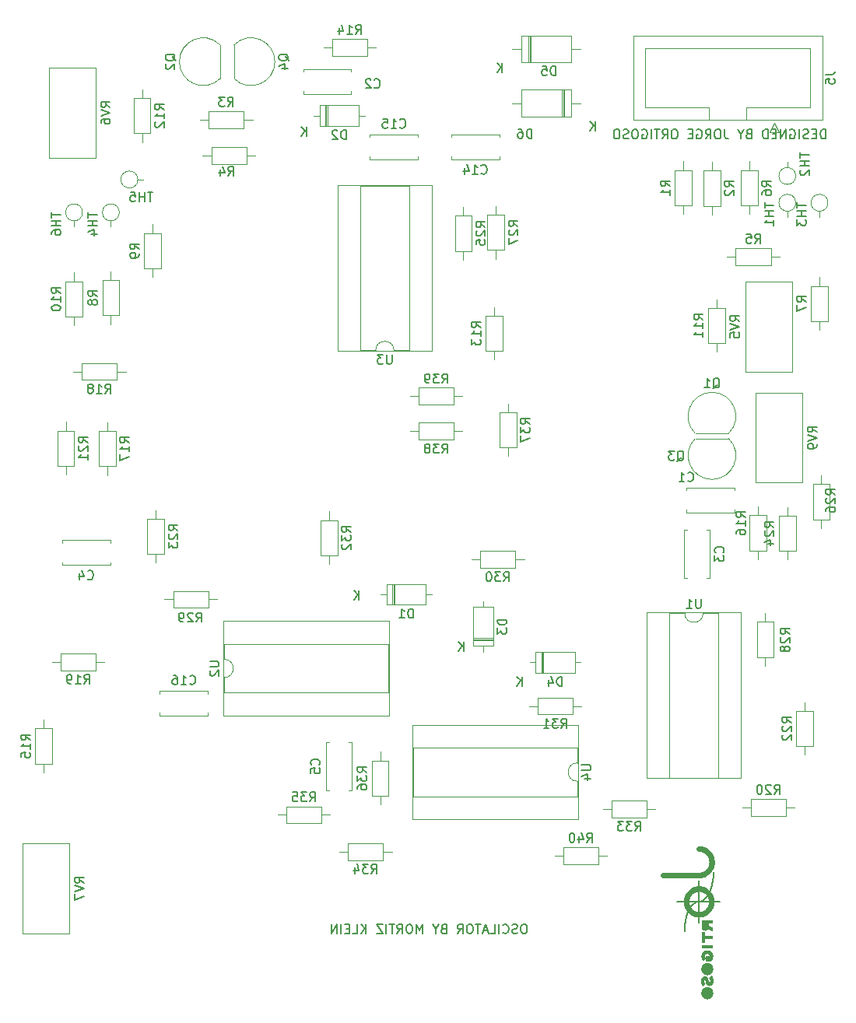
<source format=gbr>
%TF.GenerationSoftware,KiCad,Pcbnew,(6.0.1)*%
%TF.CreationDate,2022-08-28T21:55:17+02:00*%
%TF.ProjectId,vco,76636f2e-6b69-4636-9164-5f7063625858,rev?*%
%TF.SameCoordinates,Original*%
%TF.FileFunction,Legend,Bot*%
%TF.FilePolarity,Positive*%
%FSLAX46Y46*%
G04 Gerber Fmt 4.6, Leading zero omitted, Abs format (unit mm)*
G04 Created by KiCad (PCBNEW (6.0.1)) date 2022-08-28 21:55:17*
%MOMM*%
%LPD*%
G01*
G04 APERTURE LIST*
%ADD10C,0.150000*%
%ADD11C,0.570028*%
%ADD12C,0.173486*%
%ADD13C,0.570027*%
%ADD14C,0.016522*%
%ADD15C,0.161094*%
%ADD16C,0.120000*%
G04 APERTURE END LIST*
D10*
X86748571Y-117952380D02*
X86558095Y-117952380D01*
X86462857Y-118000000D01*
X86367619Y-118095238D01*
X86320000Y-118285714D01*
X86320000Y-118619047D01*
X86367619Y-118809523D01*
X86462857Y-118904761D01*
X86558095Y-118952380D01*
X86748571Y-118952380D01*
X86843809Y-118904761D01*
X86939047Y-118809523D01*
X86986666Y-118619047D01*
X86986666Y-118285714D01*
X86939047Y-118095238D01*
X86843809Y-118000000D01*
X86748571Y-117952380D01*
X85939047Y-118904761D02*
X85796190Y-118952380D01*
X85558095Y-118952380D01*
X85462857Y-118904761D01*
X85415238Y-118857142D01*
X85367619Y-118761904D01*
X85367619Y-118666666D01*
X85415238Y-118571428D01*
X85462857Y-118523809D01*
X85558095Y-118476190D01*
X85748571Y-118428571D01*
X85843809Y-118380952D01*
X85891428Y-118333333D01*
X85939047Y-118238095D01*
X85939047Y-118142857D01*
X85891428Y-118047619D01*
X85843809Y-118000000D01*
X85748571Y-117952380D01*
X85510476Y-117952380D01*
X85367619Y-118000000D01*
X84367619Y-118857142D02*
X84415238Y-118904761D01*
X84558095Y-118952380D01*
X84653333Y-118952380D01*
X84796190Y-118904761D01*
X84891428Y-118809523D01*
X84939047Y-118714285D01*
X84986666Y-118523809D01*
X84986666Y-118380952D01*
X84939047Y-118190476D01*
X84891428Y-118095238D01*
X84796190Y-118000000D01*
X84653333Y-117952380D01*
X84558095Y-117952380D01*
X84415238Y-118000000D01*
X84367619Y-118047619D01*
X83939047Y-118952380D02*
X83939047Y-117952380D01*
X82986666Y-118952380D02*
X83462857Y-118952380D01*
X83462857Y-117952380D01*
X82700952Y-118666666D02*
X82224761Y-118666666D01*
X82796190Y-118952380D02*
X82462857Y-117952380D01*
X82129523Y-118952380D01*
X81939047Y-117952380D02*
X81367619Y-117952380D01*
X81653333Y-118952380D02*
X81653333Y-117952380D01*
X80843809Y-117952380D02*
X80653333Y-117952380D01*
X80558095Y-118000000D01*
X80462857Y-118095238D01*
X80415238Y-118285714D01*
X80415238Y-118619047D01*
X80462857Y-118809523D01*
X80558095Y-118904761D01*
X80653333Y-118952380D01*
X80843809Y-118952380D01*
X80939047Y-118904761D01*
X81034285Y-118809523D01*
X81081904Y-118619047D01*
X81081904Y-118285714D01*
X81034285Y-118095238D01*
X80939047Y-118000000D01*
X80843809Y-117952380D01*
X79415238Y-118952380D02*
X79748571Y-118476190D01*
X79986666Y-118952380D02*
X79986666Y-117952380D01*
X79605714Y-117952380D01*
X79510476Y-118000000D01*
X79462857Y-118047619D01*
X79415238Y-118142857D01*
X79415238Y-118285714D01*
X79462857Y-118380952D01*
X79510476Y-118428571D01*
X79605714Y-118476190D01*
X79986666Y-118476190D01*
X77891428Y-118428571D02*
X77748571Y-118476190D01*
X77700952Y-118523809D01*
X77653333Y-118619047D01*
X77653333Y-118761904D01*
X77700952Y-118857142D01*
X77748571Y-118904761D01*
X77843809Y-118952380D01*
X78224761Y-118952380D01*
X78224761Y-117952380D01*
X77891428Y-117952380D01*
X77796190Y-118000000D01*
X77748571Y-118047619D01*
X77700952Y-118142857D01*
X77700952Y-118238095D01*
X77748571Y-118333333D01*
X77796190Y-118380952D01*
X77891428Y-118428571D01*
X78224761Y-118428571D01*
X77034285Y-118476190D02*
X77034285Y-118952380D01*
X77367619Y-117952380D02*
X77034285Y-118476190D01*
X76700952Y-117952380D01*
X75605714Y-118952380D02*
X75605714Y-117952380D01*
X75272380Y-118666666D01*
X74939047Y-117952380D01*
X74939047Y-118952380D01*
X74272380Y-117952380D02*
X74081904Y-117952380D01*
X73986666Y-118000000D01*
X73891428Y-118095238D01*
X73843809Y-118285714D01*
X73843809Y-118619047D01*
X73891428Y-118809523D01*
X73986666Y-118904761D01*
X74081904Y-118952380D01*
X74272380Y-118952380D01*
X74367619Y-118904761D01*
X74462857Y-118809523D01*
X74510476Y-118619047D01*
X74510476Y-118285714D01*
X74462857Y-118095238D01*
X74367619Y-118000000D01*
X74272380Y-117952380D01*
X72843809Y-118952380D02*
X73177142Y-118476190D01*
X73415238Y-118952380D02*
X73415238Y-117952380D01*
X73034285Y-117952380D01*
X72939047Y-118000000D01*
X72891428Y-118047619D01*
X72843809Y-118142857D01*
X72843809Y-118285714D01*
X72891428Y-118380952D01*
X72939047Y-118428571D01*
X73034285Y-118476190D01*
X73415238Y-118476190D01*
X72558095Y-117952380D02*
X71986666Y-117952380D01*
X72272380Y-118952380D02*
X72272380Y-117952380D01*
X71653333Y-118952380D02*
X71653333Y-117952380D01*
X71272380Y-117952380D02*
X70605714Y-117952380D01*
X71272380Y-118952380D01*
X70605714Y-118952380D01*
X69462857Y-118952380D02*
X69462857Y-117952380D01*
X68891428Y-118952380D02*
X69320000Y-118380952D01*
X68891428Y-117952380D02*
X69462857Y-118523809D01*
X67986666Y-118952380D02*
X68462857Y-118952380D01*
X68462857Y-117952380D01*
X67653333Y-118428571D02*
X67320000Y-118428571D01*
X67177142Y-118952380D02*
X67653333Y-118952380D01*
X67653333Y-117952380D01*
X67177142Y-117952380D01*
X66748571Y-118952380D02*
X66748571Y-117952380D01*
X66272380Y-118952380D02*
X66272380Y-117952380D01*
X65700952Y-118952380D01*
X65700952Y-117952380D01*
D11*
X105875176Y-116865613D02*
X105806810Y-116874547D01*
D12*
X106500642Y-115008349D02*
X106433355Y-115086304D01*
D13*
X106094176Y-112537420D02*
X106027771Y-112556738D01*
X106618778Y-112229392D02*
X106568033Y-112274466D01*
D11*
X104301072Y-115476985D02*
X104302849Y-115404696D01*
X107056375Y-110954851D02*
X107044698Y-110884054D01*
X106259385Y-114210719D02*
X106318288Y-114241743D01*
X106678333Y-114532440D02*
X106721270Y-114583413D01*
X105260898Y-116818646D02*
X105197423Y-116796561D01*
D12*
X107271810Y-112404377D02*
X107265612Y-112569005D01*
X104245204Y-117451914D02*
X104276087Y-117308616D01*
D11*
X104408418Y-114930185D02*
X104435774Y-114867958D01*
X107033223Y-115476984D02*
X107033223Y-115476984D01*
D12*
X105912009Y-115439694D02*
X105831547Y-115460276D01*
X105509259Y-115493668D02*
X105587674Y-115481189D01*
X104347281Y-117033684D02*
X104387398Y-116902455D01*
D11*
X106925867Y-114930185D02*
X106950328Y-114993978D01*
D13*
X106667345Y-112181905D02*
X106618778Y-112229392D01*
D11*
X106484481Y-116602726D02*
X106430922Y-116641891D01*
X107005469Y-115193876D02*
X107017483Y-115263053D01*
D12*
X104310145Y-117169139D02*
X104347281Y-117033684D01*
D11*
X106375496Y-116678430D02*
X106318288Y-116712255D01*
D12*
X104172571Y-117902705D02*
X104193350Y-117749161D01*
X104866694Y-115944937D02*
X104931315Y-115867096D01*
X107147739Y-113499114D02*
X107115585Y-113642630D01*
D11*
X107069404Y-111099729D02*
X107064639Y-111026773D01*
D12*
X104276087Y-117308616D02*
X104310145Y-117169139D01*
D14*
X105967719Y-120201155D02*
X105967719Y-120494793D01*
X105967719Y-120494793D02*
X107138614Y-120494793D01*
X107138614Y-120494793D02*
X107138614Y-120201155D01*
X107138614Y-120201155D02*
X105967719Y-120201155D01*
X105967719Y-120201155D02*
X105967719Y-120201155D01*
G36*
X107138614Y-120494793D02*
G01*
X105967719Y-120494793D01*
X105967719Y-120201155D01*
X107138614Y-120201155D01*
X107138614Y-120494793D01*
G37*
X107138614Y-120494793D02*
X105967719Y-120494793D01*
X105967719Y-120201155D01*
X107138614Y-120201155D01*
X107138614Y-120494793D01*
D12*
X104743594Y-116119165D02*
X104804088Y-116029027D01*
D11*
X107029694Y-110814472D02*
X107011451Y-110746196D01*
D12*
X105431989Y-115514220D02*
X105509259Y-115493668D01*
D11*
X106099888Y-109794430D02*
X106033656Y-109774503D01*
D12*
X106747791Y-114635963D02*
X106689505Y-114737739D01*
D11*
X105527460Y-116874547D02*
X105459091Y-116865614D01*
D13*
X106713648Y-112132094D02*
X106667345Y-112181905D01*
D11*
X106536088Y-114392982D02*
X106585656Y-114437136D01*
X104958766Y-116678431D02*
X104903340Y-116641892D01*
X107026170Y-115620626D02*
X107017483Y-115690934D01*
X104655937Y-114532441D02*
X104701169Y-114483652D01*
X104748610Y-116516871D02*
X104701169Y-116470357D01*
X105897284Y-109744636D02*
X105827318Y-109734876D01*
X106990214Y-115828085D02*
X106971805Y-115894750D01*
X106375496Y-114275570D02*
X106430922Y-114312110D01*
X107070582Y-111173629D02*
X107069404Y-111099729D01*
D12*
X106803576Y-114528738D02*
X106747791Y-114635963D01*
D11*
X107033223Y-115476984D02*
X107031446Y-115549280D01*
D13*
X106284704Y-112460501D02*
X106222731Y-112489213D01*
D11*
X106408053Y-109940374D02*
X106349776Y-109905313D01*
X106990214Y-115125912D02*
X107005469Y-115193876D01*
X104435774Y-116086051D02*
X104408418Y-116023822D01*
D12*
X106565830Y-114924135D02*
X106500642Y-115008349D01*
D11*
X104613002Y-116370597D02*
X104572449Y-116317528D01*
X105135387Y-114182586D02*
X105197423Y-114157432D01*
D12*
X104804088Y-116029027D02*
X104866694Y-115944937D01*
X106689505Y-114737739D02*
X106628817Y-114833864D01*
D11*
X106868341Y-116146623D02*
X106835447Y-116205453D01*
D12*
X107265612Y-112569005D02*
X107255404Y-112731225D01*
D11*
X104655937Y-116421569D02*
X104613002Y-116370597D01*
X107005469Y-115760117D02*
X106990214Y-115828085D01*
X105596838Y-114074014D02*
X105667139Y-114072186D01*
D14*
X106552363Y-125746498D02*
X106536082Y-125746076D01*
X106536082Y-125746076D02*
X106520018Y-125744825D01*
X106520018Y-125744825D02*
X106504191Y-125742763D01*
X106504191Y-125742763D02*
X106488620Y-125739913D01*
X106488620Y-125739913D02*
X106473325Y-125736293D01*
X106473325Y-125736293D02*
X106458326Y-125731924D01*
X106458326Y-125731924D02*
X106443642Y-125726827D01*
X106443642Y-125726827D02*
X106429293Y-125721021D01*
X106429293Y-125721021D02*
X106415298Y-125714527D01*
X106415298Y-125714527D02*
X106401678Y-125707365D01*
X106401678Y-125707365D02*
X106388452Y-125699556D01*
X106388452Y-125699556D02*
X106375639Y-125691118D01*
X106375639Y-125691118D02*
X106363260Y-125682074D01*
X106363260Y-125682074D02*
X106351333Y-125672442D01*
X106351333Y-125672442D02*
X106339879Y-125662244D01*
X106339879Y-125662244D02*
X106328918Y-125651499D01*
X106328918Y-125651499D02*
X106318468Y-125640228D01*
X106318468Y-125640228D02*
X106308550Y-125628451D01*
X106308550Y-125628451D02*
X106299183Y-125616188D01*
X106299183Y-125616188D02*
X106290388Y-125603459D01*
X106290388Y-125603459D02*
X106282183Y-125590285D01*
X106282183Y-125590285D02*
X106274588Y-125576686D01*
X106274588Y-125576686D02*
X106267623Y-125562682D01*
X106267623Y-125562682D02*
X106261308Y-125548293D01*
X106261308Y-125548293D02*
X106255662Y-125533540D01*
X106255662Y-125533540D02*
X106250705Y-125518443D01*
X106250705Y-125518443D02*
X106246457Y-125503022D01*
X106246457Y-125503022D02*
X106242937Y-125487297D01*
X106242937Y-125487297D02*
X106240165Y-125471288D01*
X106240165Y-125471288D02*
X106238160Y-125455017D01*
X106238160Y-125455017D02*
X106236943Y-125438502D01*
X106236943Y-125438502D02*
X106236533Y-125421765D01*
X106236533Y-125421765D02*
X106236943Y-125405178D01*
X106236943Y-125405178D02*
X106238160Y-125388794D01*
X106238160Y-125388794D02*
X106240165Y-125372634D01*
X106240165Y-125372634D02*
X106242937Y-125356721D01*
X106242937Y-125356721D02*
X106246457Y-125341074D01*
X106246457Y-125341074D02*
X106250705Y-125325715D01*
X106250705Y-125325715D02*
X106255662Y-125310666D01*
X106255662Y-125310666D02*
X106261308Y-125295947D01*
X106261308Y-125295947D02*
X106267623Y-125281580D01*
X106267623Y-125281580D02*
X106274588Y-125267585D01*
X106274588Y-125267585D02*
X106282183Y-125253985D01*
X106282183Y-125253985D02*
X106290388Y-125240800D01*
X106290388Y-125240800D02*
X106299183Y-125228052D01*
X106299183Y-125228052D02*
X106308550Y-125215761D01*
X106308550Y-125215761D02*
X106318468Y-125203949D01*
X106318468Y-125203949D02*
X106328918Y-125192638D01*
X106328918Y-125192638D02*
X106339879Y-125181847D01*
X106339879Y-125181847D02*
X106351333Y-125171599D01*
X106351333Y-125171599D02*
X106363260Y-125161915D01*
X106363260Y-125161915D02*
X106375639Y-125152816D01*
X106375639Y-125152816D02*
X106388452Y-125144323D01*
X106388452Y-125144323D02*
X106401678Y-125136457D01*
X106401678Y-125136457D02*
X106415298Y-125129240D01*
X106415298Y-125129240D02*
X106429293Y-125122692D01*
X106429293Y-125122692D02*
X106443642Y-125116835D01*
X106443642Y-125116835D02*
X106458326Y-125111691D01*
X106458326Y-125111691D02*
X106473325Y-125107279D01*
X106473325Y-125107279D02*
X106488620Y-125103623D01*
X106488620Y-125103623D02*
X106504191Y-125100742D01*
X106504191Y-125100742D02*
X106520018Y-125098657D01*
X106520018Y-125098657D02*
X106536082Y-125097391D01*
X106536082Y-125097391D02*
X106552363Y-125096965D01*
X106552363Y-125096965D02*
X106568638Y-125097391D01*
X106568638Y-125097391D02*
X106584698Y-125098657D01*
X106584698Y-125098657D02*
X106600521Y-125100742D01*
X106600521Y-125100742D02*
X106616088Y-125103623D01*
X106616088Y-125103623D02*
X106631379Y-125107279D01*
X106631379Y-125107279D02*
X106646375Y-125111691D01*
X106646375Y-125111691D02*
X106661056Y-125116835D01*
X106661056Y-125116835D02*
X106675403Y-125122692D01*
X106675403Y-125122692D02*
X106689395Y-125129240D01*
X106689395Y-125129240D02*
X106703013Y-125136457D01*
X106703013Y-125136457D02*
X106716237Y-125144323D01*
X106716237Y-125144323D02*
X106729048Y-125152816D01*
X106729048Y-125152816D02*
X106741425Y-125161915D01*
X106741425Y-125161915D02*
X106753350Y-125171599D01*
X106753350Y-125171599D02*
X106764803Y-125181847D01*
X106764803Y-125181847D02*
X106775763Y-125192638D01*
X106775763Y-125192638D02*
X106786212Y-125203949D01*
X106786212Y-125203949D02*
X106796129Y-125215761D01*
X106796129Y-125215761D02*
X106805495Y-125228052D01*
X106805495Y-125228052D02*
X106814290Y-125240800D01*
X106814290Y-125240800D02*
X106822495Y-125253985D01*
X106822495Y-125253985D02*
X106830089Y-125267585D01*
X106830089Y-125267585D02*
X106837054Y-125281580D01*
X106837054Y-125281580D02*
X106843369Y-125295947D01*
X106843369Y-125295947D02*
X106849015Y-125310666D01*
X106849015Y-125310666D02*
X106853972Y-125325715D01*
X106853972Y-125325715D02*
X106858220Y-125341074D01*
X106858220Y-125341074D02*
X106861740Y-125356721D01*
X106861740Y-125356721D02*
X106864512Y-125372634D01*
X106864512Y-125372634D02*
X106866516Y-125388794D01*
X106866516Y-125388794D02*
X106867733Y-125405178D01*
X106867733Y-125405178D02*
X106868143Y-125421765D01*
X106868143Y-125421765D02*
X106867733Y-125438502D01*
X106867733Y-125438502D02*
X106866516Y-125455017D01*
X106866516Y-125455017D02*
X106864512Y-125471288D01*
X106864512Y-125471288D02*
X106861740Y-125487297D01*
X106861740Y-125487297D02*
X106858220Y-125503022D01*
X106858220Y-125503022D02*
X106853972Y-125518443D01*
X106853972Y-125518443D02*
X106849015Y-125533540D01*
X106849015Y-125533540D02*
X106843369Y-125548293D01*
X106843369Y-125548293D02*
X106837054Y-125562682D01*
X106837054Y-125562682D02*
X106830089Y-125576686D01*
X106830089Y-125576686D02*
X106822495Y-125590285D01*
X106822495Y-125590285D02*
X106814290Y-125603459D01*
X106814290Y-125603459D02*
X106805495Y-125616188D01*
X106805495Y-125616188D02*
X106796129Y-125628451D01*
X106796129Y-125628451D02*
X106786212Y-125640228D01*
X106786212Y-125640228D02*
X106775763Y-125651499D01*
X106775763Y-125651499D02*
X106764803Y-125662244D01*
X106764803Y-125662244D02*
X106753350Y-125672442D01*
X106753350Y-125672442D02*
X106741425Y-125682074D01*
X106741425Y-125682074D02*
X106729048Y-125691118D01*
X106729048Y-125691118D02*
X106716237Y-125699556D01*
X106716237Y-125699556D02*
X106703013Y-125707365D01*
X106703013Y-125707365D02*
X106689395Y-125714527D01*
X106689395Y-125714527D02*
X106675403Y-125721021D01*
X106675403Y-125721021D02*
X106661056Y-125726827D01*
X106661056Y-125726827D02*
X106646375Y-125731924D01*
X106646375Y-125731924D02*
X106631379Y-125736293D01*
X106631379Y-125736293D02*
X106616088Y-125739913D01*
X106616088Y-125739913D02*
X106600521Y-125742763D01*
X106600521Y-125742763D02*
X106584698Y-125744825D01*
X106584698Y-125744825D02*
X106568638Y-125746076D01*
X106568638Y-125746076D02*
X106552363Y-125746498D01*
X106552363Y-125746498D02*
X106552363Y-125746498D01*
G36*
X106568638Y-125097391D02*
G01*
X106584698Y-125098657D01*
X106600521Y-125100742D01*
X106616088Y-125103623D01*
X106631379Y-125107279D01*
X106646375Y-125111691D01*
X106661056Y-125116835D01*
X106675403Y-125122692D01*
X106689395Y-125129240D01*
X106703013Y-125136457D01*
X106716237Y-125144323D01*
X106729048Y-125152816D01*
X106741425Y-125161915D01*
X106753350Y-125171599D01*
X106764803Y-125181847D01*
X106775763Y-125192638D01*
X106786212Y-125203949D01*
X106796129Y-125215761D01*
X106805495Y-125228052D01*
X106814290Y-125240800D01*
X106822495Y-125253985D01*
X106830089Y-125267585D01*
X106837054Y-125281580D01*
X106843369Y-125295947D01*
X106849015Y-125310666D01*
X106853972Y-125325715D01*
X106858220Y-125341074D01*
X106861740Y-125356721D01*
X106864512Y-125372634D01*
X106866516Y-125388794D01*
X106867733Y-125405178D01*
X106868143Y-125421765D01*
X106867733Y-125438502D01*
X106866516Y-125455017D01*
X106864512Y-125471288D01*
X106861740Y-125487297D01*
X106858220Y-125503022D01*
X106853972Y-125518443D01*
X106849015Y-125533540D01*
X106843369Y-125548293D01*
X106837054Y-125562682D01*
X106830089Y-125576686D01*
X106822495Y-125590285D01*
X106814290Y-125603459D01*
X106805495Y-125616188D01*
X106796129Y-125628451D01*
X106786212Y-125640228D01*
X106775763Y-125651499D01*
X106764803Y-125662244D01*
X106753350Y-125672442D01*
X106741425Y-125682074D01*
X106729048Y-125691118D01*
X106716237Y-125699556D01*
X106703013Y-125707365D01*
X106689395Y-125714527D01*
X106675403Y-125721021D01*
X106661056Y-125726827D01*
X106646375Y-125731924D01*
X106631379Y-125736293D01*
X106616088Y-125739913D01*
X106600521Y-125742763D01*
X106584698Y-125744825D01*
X106568638Y-125746076D01*
X106552363Y-125746498D01*
X106536082Y-125746076D01*
X106520018Y-125744825D01*
X106504191Y-125742763D01*
X106488620Y-125739913D01*
X106473325Y-125736293D01*
X106458326Y-125731924D01*
X106443642Y-125726827D01*
X106429293Y-125721021D01*
X106415298Y-125714527D01*
X106401678Y-125707365D01*
X106388452Y-125699556D01*
X106375639Y-125691118D01*
X106363260Y-125682074D01*
X106351333Y-125672442D01*
X106339879Y-125662244D01*
X106328918Y-125651499D01*
X106318468Y-125640228D01*
X106308550Y-125628451D01*
X106299183Y-125616188D01*
X106290388Y-125603459D01*
X106282183Y-125590285D01*
X106274588Y-125576686D01*
X106267623Y-125562682D01*
X106261308Y-125548293D01*
X106255662Y-125533540D01*
X106250705Y-125518443D01*
X106246457Y-125503022D01*
X106242937Y-125487297D01*
X106240165Y-125471288D01*
X106238160Y-125455017D01*
X106236943Y-125438502D01*
X106236533Y-125421765D01*
X106236943Y-125405178D01*
X106238160Y-125388794D01*
X106240165Y-125372634D01*
X106242937Y-125356721D01*
X106246457Y-125341074D01*
X106250705Y-125325715D01*
X106255662Y-125310666D01*
X106261308Y-125295947D01*
X106267623Y-125281580D01*
X106274588Y-125267585D01*
X106282183Y-125253985D01*
X106290388Y-125240800D01*
X106299183Y-125228052D01*
X106308550Y-125215761D01*
X106318468Y-125203949D01*
X106328918Y-125192638D01*
X106339879Y-125181847D01*
X106351333Y-125171599D01*
X106363260Y-125161915D01*
X106375639Y-125152816D01*
X106388452Y-125144323D01*
X106401678Y-125136457D01*
X106415298Y-125129240D01*
X106429293Y-125122692D01*
X106443642Y-125116835D01*
X106458326Y-125111691D01*
X106473325Y-125107279D01*
X106488620Y-125103623D01*
X106504191Y-125100742D01*
X106520018Y-125098657D01*
X106536082Y-125097391D01*
X106552363Y-125096965D01*
X106568638Y-125097391D01*
G37*
X106568638Y-125097391D02*
X106584698Y-125098657D01*
X106600521Y-125100742D01*
X106616088Y-125103623D01*
X106631379Y-125107279D01*
X106646375Y-125111691D01*
X106661056Y-125116835D01*
X106675403Y-125122692D01*
X106689395Y-125129240D01*
X106703013Y-125136457D01*
X106716237Y-125144323D01*
X106729048Y-125152816D01*
X106741425Y-125161915D01*
X106753350Y-125171599D01*
X106764803Y-125181847D01*
X106775763Y-125192638D01*
X106786212Y-125203949D01*
X106796129Y-125215761D01*
X106805495Y-125228052D01*
X106814290Y-125240800D01*
X106822495Y-125253985D01*
X106830089Y-125267585D01*
X106837054Y-125281580D01*
X106843369Y-125295947D01*
X106849015Y-125310666D01*
X106853972Y-125325715D01*
X106858220Y-125341074D01*
X106861740Y-125356721D01*
X106864512Y-125372634D01*
X106866516Y-125388794D01*
X106867733Y-125405178D01*
X106868143Y-125421765D01*
X106867733Y-125438502D01*
X106866516Y-125455017D01*
X106864512Y-125471288D01*
X106861740Y-125487297D01*
X106858220Y-125503022D01*
X106853972Y-125518443D01*
X106849015Y-125533540D01*
X106843369Y-125548293D01*
X106837054Y-125562682D01*
X106830089Y-125576686D01*
X106822495Y-125590285D01*
X106814290Y-125603459D01*
X106805495Y-125616188D01*
X106796129Y-125628451D01*
X106786212Y-125640228D01*
X106775763Y-125651499D01*
X106764803Y-125662244D01*
X106753350Y-125672442D01*
X106741425Y-125682074D01*
X106729048Y-125691118D01*
X106716237Y-125699556D01*
X106703013Y-125707365D01*
X106689395Y-125714527D01*
X106675403Y-125721021D01*
X106661056Y-125726827D01*
X106646375Y-125731924D01*
X106631379Y-125736293D01*
X106616088Y-125739913D01*
X106600521Y-125742763D01*
X106584698Y-125744825D01*
X106568638Y-125746076D01*
X106552363Y-125746498D01*
X106536082Y-125746076D01*
X106520018Y-125744825D01*
X106504191Y-125742763D01*
X106488620Y-125739913D01*
X106473325Y-125736293D01*
X106458326Y-125731924D01*
X106443642Y-125726827D01*
X106429293Y-125721021D01*
X106415298Y-125714527D01*
X106401678Y-125707365D01*
X106388452Y-125699556D01*
X106375639Y-125691118D01*
X106363260Y-125682074D01*
X106351333Y-125672442D01*
X106339879Y-125662244D01*
X106328918Y-125651499D01*
X106318468Y-125640228D01*
X106308550Y-125628451D01*
X106299183Y-125616188D01*
X106290388Y-125603459D01*
X106282183Y-125590285D01*
X106274588Y-125576686D01*
X106267623Y-125562682D01*
X106261308Y-125548293D01*
X106255662Y-125533540D01*
X106250705Y-125518443D01*
X106246457Y-125503022D01*
X106242937Y-125487297D01*
X106240165Y-125471288D01*
X106238160Y-125455017D01*
X106236943Y-125438502D01*
X106236533Y-125421765D01*
X106236943Y-125405178D01*
X106238160Y-125388794D01*
X106240165Y-125372634D01*
X106242937Y-125356721D01*
X106246457Y-125341074D01*
X106250705Y-125325715D01*
X106255662Y-125310666D01*
X106261308Y-125295947D01*
X106267623Y-125281580D01*
X106274588Y-125267585D01*
X106282183Y-125253985D01*
X106290388Y-125240800D01*
X106299183Y-125228052D01*
X106308550Y-125215761D01*
X106318468Y-125203949D01*
X106328918Y-125192638D01*
X106339879Y-125181847D01*
X106351333Y-125171599D01*
X106363260Y-125161915D01*
X106375639Y-125152816D01*
X106388452Y-125144323D01*
X106401678Y-125136457D01*
X106415298Y-125129240D01*
X106429293Y-125122692D01*
X106443642Y-125116835D01*
X106458326Y-125111691D01*
X106473325Y-125107279D01*
X106488620Y-125103623D01*
X106504191Y-125100742D01*
X106520018Y-125098657D01*
X106536082Y-125097391D01*
X106552363Y-125096965D01*
X106568638Y-125097391D01*
X106302005Y-123956820D02*
X106313785Y-123961981D01*
X106313785Y-123961981D02*
X106317334Y-123964135D01*
X106317334Y-123964135D02*
X106320740Y-123966388D01*
X106320740Y-123966388D02*
X106324008Y-123968736D01*
X106324008Y-123968736D02*
X106327142Y-123971175D01*
X106327142Y-123971175D02*
X106330147Y-123973703D01*
X106330147Y-123973703D02*
X106333028Y-123976316D01*
X106333028Y-123976316D02*
X106335789Y-123979012D01*
X106335789Y-123979012D02*
X106338435Y-123981786D01*
X106338435Y-123981786D02*
X106340971Y-123984637D01*
X106340971Y-123984637D02*
X106343400Y-123987560D01*
X106343400Y-123987560D02*
X106347959Y-123993612D01*
X106347959Y-123993612D02*
X106352150Y-123999918D01*
X106352150Y-123999918D02*
X106356008Y-124006450D01*
X106356008Y-124006450D02*
X106359571Y-124013186D01*
X106359571Y-124013186D02*
X106362876Y-124020098D01*
X106362876Y-124020098D02*
X106365958Y-124027163D01*
X106365958Y-124027163D02*
X106368856Y-124034354D01*
X106368856Y-124034354D02*
X106371604Y-124041646D01*
X106371604Y-124041646D02*
X106374242Y-124049014D01*
X106374242Y-124049014D02*
X106379328Y-124063876D01*
X106379328Y-124063876D02*
X106389678Y-124098450D01*
X106389678Y-124098450D02*
X106399541Y-124133362D01*
X106399541Y-124133362D02*
X106418987Y-124203631D01*
X106418987Y-124203631D02*
X106429157Y-124238708D01*
X106429157Y-124238708D02*
X106440017Y-124273559D01*
X106440017Y-124273559D02*
X106451863Y-124308042D01*
X106451863Y-124308042D02*
X106458247Y-124325102D01*
X106458247Y-124325102D02*
X106464988Y-124342018D01*
X106464988Y-124342018D02*
X106470806Y-124355628D01*
X106470806Y-124355628D02*
X106476946Y-124369194D01*
X106476946Y-124369194D02*
X106483403Y-124382675D01*
X106483403Y-124382675D02*
X106490178Y-124396033D01*
X106490178Y-124396033D02*
X106497269Y-124409229D01*
X106497269Y-124409229D02*
X106504672Y-124422222D01*
X106504672Y-124422222D02*
X106512388Y-124434975D01*
X106512388Y-124434975D02*
X106520414Y-124447448D01*
X106520414Y-124447448D02*
X106526502Y-124456122D01*
X106526502Y-124456122D02*
X106532788Y-124464661D01*
X106532788Y-124464661D02*
X106539275Y-124473050D01*
X106539275Y-124473050D02*
X106545965Y-124481273D01*
X106545965Y-124481273D02*
X106552861Y-124489315D01*
X106552861Y-124489315D02*
X106559966Y-124497161D01*
X106559966Y-124497161D02*
X106567282Y-124504796D01*
X106567282Y-124504796D02*
X106574812Y-124512203D01*
X106574812Y-124512203D02*
X106582558Y-124519368D01*
X106582558Y-124519368D02*
X106590522Y-124526275D01*
X106590522Y-124526275D02*
X106598709Y-124532908D01*
X106598709Y-124532908D02*
X106607119Y-124539253D01*
X106607119Y-124539253D02*
X106615757Y-124545294D01*
X106615757Y-124545294D02*
X106624623Y-124551016D01*
X106624623Y-124551016D02*
X106633722Y-124556403D01*
X106633722Y-124556403D02*
X106643055Y-124561439D01*
X106643055Y-124561439D02*
X106660303Y-124569902D01*
X106660303Y-124569902D02*
X106678004Y-124577161D01*
X106678004Y-124577161D02*
X106696094Y-124583224D01*
X106696094Y-124583224D02*
X106714513Y-124588104D01*
X106714513Y-124588104D02*
X106733198Y-124591809D01*
X106733198Y-124591809D02*
X106752089Y-124594350D01*
X106752089Y-124594350D02*
X106771123Y-124595737D01*
X106771123Y-124595737D02*
X106790238Y-124595980D01*
X106790238Y-124595980D02*
X106809374Y-124595090D01*
X106809374Y-124595090D02*
X106828469Y-124593077D01*
X106828469Y-124593077D02*
X106847460Y-124589950D01*
X106847460Y-124589950D02*
X106866287Y-124585719D01*
X106866287Y-124585719D02*
X106884888Y-124580396D01*
X106884888Y-124580396D02*
X106903200Y-124573990D01*
X106903200Y-124573990D02*
X106921163Y-124566512D01*
X106921163Y-124566512D02*
X106938715Y-124557971D01*
X106938715Y-124557971D02*
X106955482Y-124548765D01*
X106955482Y-124548765D02*
X106971763Y-124538672D01*
X106971763Y-124538672D02*
X106987542Y-124527735D01*
X106987542Y-124527735D02*
X107002805Y-124515998D01*
X107002805Y-124515998D02*
X107017537Y-124503501D01*
X107017537Y-124503501D02*
X107031723Y-124490289D01*
X107031723Y-124490289D02*
X107045348Y-124476405D01*
X107045348Y-124476405D02*
X107058396Y-124461889D01*
X107058396Y-124461889D02*
X107070854Y-124446787D01*
X107070854Y-124446787D02*
X107082706Y-124431140D01*
X107082706Y-124431140D02*
X107093937Y-124414991D01*
X107093937Y-124414991D02*
X107104533Y-124398383D01*
X107104533Y-124398383D02*
X107114478Y-124381358D01*
X107114478Y-124381358D02*
X107123757Y-124363960D01*
X107123757Y-124363960D02*
X107132356Y-124346231D01*
X107132356Y-124346231D02*
X107140259Y-124328213D01*
X107140259Y-124328213D02*
X107147474Y-124309938D01*
X107147474Y-124309938D02*
X107153998Y-124291404D01*
X107153998Y-124291404D02*
X107159851Y-124272638D01*
X107159851Y-124272638D02*
X107165054Y-124253664D01*
X107165054Y-124253664D02*
X107169625Y-124234507D01*
X107169625Y-124234507D02*
X107173586Y-124215193D01*
X107173586Y-124215193D02*
X107176955Y-124195748D01*
X107176955Y-124195748D02*
X107179752Y-124176196D01*
X107179752Y-124176196D02*
X107181997Y-124156562D01*
X107181997Y-124156562D02*
X107183710Y-124136873D01*
X107183710Y-124136873D02*
X107184911Y-124117153D01*
X107184911Y-124117153D02*
X107185619Y-124097428D01*
X107185619Y-124097428D02*
X107185854Y-124077722D01*
X107185854Y-124077722D02*
X107185636Y-124058061D01*
X107185636Y-124058061D02*
X107184985Y-124038471D01*
X107184985Y-124038471D02*
X107183921Y-124018977D01*
X107183921Y-124018977D02*
X107181151Y-123986944D01*
X107181151Y-123986944D02*
X107177231Y-123955015D01*
X107177231Y-123955015D02*
X107172152Y-123923253D01*
X107172152Y-123923253D02*
X107165908Y-123891721D01*
X107165908Y-123891721D02*
X107158491Y-123860482D01*
X107158491Y-123860482D02*
X107149894Y-123829600D01*
X107149894Y-123829600D02*
X107140110Y-123799138D01*
X107140110Y-123799138D02*
X107129132Y-123769159D01*
X107129132Y-123769159D02*
X107116953Y-123739727D01*
X107116953Y-123739727D02*
X107103566Y-123710906D01*
X107103566Y-123710906D02*
X107088963Y-123682757D01*
X107088963Y-123682757D02*
X107073137Y-123655346D01*
X107073137Y-123655346D02*
X107056081Y-123628735D01*
X107056081Y-123628735D02*
X107037789Y-123602987D01*
X107037789Y-123602987D02*
X107018252Y-123578166D01*
X107018252Y-123578166D02*
X106997464Y-123554335D01*
X106997464Y-123554335D02*
X106784140Y-123790979D01*
X106784140Y-123790979D02*
X106800085Y-123808260D01*
X106800085Y-123808260D02*
X106815137Y-123826374D01*
X106815137Y-123826374D02*
X106829272Y-123845261D01*
X106829272Y-123845261D02*
X106842467Y-123864864D01*
X106842467Y-123864864D02*
X106854696Y-123885124D01*
X106854696Y-123885124D02*
X106865935Y-123905983D01*
X106865935Y-123905983D02*
X106876161Y-123927384D01*
X106876161Y-123927384D02*
X106885348Y-123949268D01*
X106885348Y-123949268D02*
X106893473Y-123971577D01*
X106893473Y-123971577D02*
X106900511Y-123994253D01*
X106900511Y-123994253D02*
X106906437Y-124017237D01*
X106906437Y-124017237D02*
X106911227Y-124040473D01*
X106911227Y-124040473D02*
X106914858Y-124063901D01*
X106914858Y-124063901D02*
X106917304Y-124087464D01*
X106917304Y-124087464D02*
X106918542Y-124111103D01*
X106918542Y-124111103D02*
X106918546Y-124134761D01*
X106918546Y-124134761D02*
X106917883Y-124147853D01*
X106917883Y-124147853D02*
X106916523Y-124161110D01*
X106916523Y-124161110D02*
X106914436Y-124174372D01*
X106914436Y-124174372D02*
X106911592Y-124187479D01*
X106911592Y-124187479D02*
X106907962Y-124200272D01*
X106907962Y-124200272D02*
X106903517Y-124212592D01*
X106903517Y-124212592D02*
X106898225Y-124224278D01*
X106898225Y-124224278D02*
X106892059Y-124235172D01*
X106892059Y-124235172D02*
X106888639Y-124240272D01*
X106888639Y-124240272D02*
X106884989Y-124245114D01*
X106884989Y-124245114D02*
X106881105Y-124249679D01*
X106881105Y-124249679D02*
X106876984Y-124253946D01*
X106876984Y-124253946D02*
X106872622Y-124257895D01*
X106872622Y-124257895D02*
X106868016Y-124261506D01*
X106868016Y-124261506D02*
X106863161Y-124264760D01*
X106863161Y-124264760D02*
X106858054Y-124267637D01*
X106858054Y-124267637D02*
X106852691Y-124270116D01*
X106852691Y-124270116D02*
X106847069Y-124272178D01*
X106847069Y-124272178D02*
X106841184Y-124273802D01*
X106841184Y-124273802D02*
X106835032Y-124274970D01*
X106835032Y-124274970D02*
X106828609Y-124275660D01*
X106828609Y-124275660D02*
X106821913Y-124275854D01*
X106821913Y-124275854D02*
X106814938Y-124275530D01*
X106814938Y-124275530D02*
X106807682Y-124274670D01*
X106807682Y-124274670D02*
X106805233Y-124274031D01*
X106805233Y-124274031D02*
X106802946Y-124273387D01*
X106802946Y-124273387D02*
X106800819Y-124272739D01*
X106800819Y-124272739D02*
X106798850Y-124272089D01*
X106798850Y-124272089D02*
X106797040Y-124271439D01*
X106797040Y-124271439D02*
X106795387Y-124270791D01*
X106795387Y-124270791D02*
X106793890Y-124270147D01*
X106793890Y-124270147D02*
X106792548Y-124269510D01*
X106792548Y-124269510D02*
X106787759Y-124267164D01*
X106787759Y-124267164D02*
X106783152Y-124264671D01*
X106783152Y-124264671D02*
X106778723Y-124262038D01*
X106778723Y-124262038D02*
X106774465Y-124259268D01*
X106774465Y-124259268D02*
X106770375Y-124256367D01*
X106770375Y-124256367D02*
X106766447Y-124253340D01*
X106766447Y-124253340D02*
X106762676Y-124250191D01*
X106762676Y-124250191D02*
X106759058Y-124246927D01*
X106759058Y-124246927D02*
X106755588Y-124243551D01*
X106755588Y-124243551D02*
X106752261Y-124240070D01*
X106752261Y-124240070D02*
X106749071Y-124236487D01*
X106749071Y-124236487D02*
X106746014Y-124232809D01*
X106746014Y-124232809D02*
X106743085Y-124229039D01*
X106743085Y-124229039D02*
X106740279Y-124225184D01*
X106740279Y-124225184D02*
X106735017Y-124217236D01*
X106735017Y-124217236D02*
X106730188Y-124209006D01*
X106730188Y-124209006D02*
X106725754Y-124200532D01*
X106725754Y-124200532D02*
X106721674Y-124191857D01*
X106721674Y-124191857D02*
X106717910Y-124183019D01*
X106717910Y-124183019D02*
X106714422Y-124174060D01*
X106714422Y-124174060D02*
X106711171Y-124165020D01*
X106711171Y-124165020D02*
X106708117Y-124155938D01*
X106708117Y-124155938D02*
X106705222Y-124146856D01*
X106705222Y-124146856D02*
X106639682Y-123915390D01*
X106639682Y-123915390D02*
X106629733Y-123886993D01*
X106629733Y-123886993D02*
X106624356Y-123872926D01*
X106624356Y-123872926D02*
X106618684Y-123858983D01*
X106618684Y-123858983D02*
X106612697Y-123845194D01*
X106612697Y-123845194D02*
X106606375Y-123831584D01*
X106606375Y-123831584D02*
X106599700Y-123818183D01*
X106599700Y-123818183D02*
X106592650Y-123805018D01*
X106592650Y-123805018D02*
X106585206Y-123792116D01*
X106585206Y-123792116D02*
X106577349Y-123779507D01*
X106577349Y-123779507D02*
X106569058Y-123767217D01*
X106569058Y-123767217D02*
X106560314Y-123755274D01*
X106560314Y-123755274D02*
X106551097Y-123743707D01*
X106551097Y-123743707D02*
X106541388Y-123732542D01*
X106541388Y-123732542D02*
X106531165Y-123721809D01*
X106531165Y-123721809D02*
X106520411Y-123711534D01*
X106520411Y-123711534D02*
X106509136Y-123701171D01*
X106509136Y-123701171D02*
X106497382Y-123691458D01*
X106497382Y-123691458D02*
X106485180Y-123682397D01*
X106485180Y-123682397D02*
X106472562Y-123673991D01*
X106472562Y-123673991D02*
X106459560Y-123666243D01*
X106459560Y-123666243D02*
X106446207Y-123659155D01*
X106446207Y-123659155D02*
X106432534Y-123652730D01*
X106432534Y-123652730D02*
X106418573Y-123646969D01*
X106418573Y-123646969D02*
X106404356Y-123641877D01*
X106404356Y-123641877D02*
X106389915Y-123637456D01*
X106389915Y-123637456D02*
X106375283Y-123633707D01*
X106375283Y-123633707D02*
X106360490Y-123630634D01*
X106360490Y-123630634D02*
X106345570Y-123628240D01*
X106345570Y-123628240D02*
X106330553Y-123626526D01*
X106330553Y-123626526D02*
X106315473Y-123625496D01*
X106315473Y-123625496D02*
X106300361Y-123625152D01*
X106300361Y-123625152D02*
X106285246Y-123625833D01*
X106285246Y-123625833D02*
X106270163Y-123627234D01*
X106270163Y-123627234D02*
X106255144Y-123629344D01*
X106255144Y-123629344D02*
X106240222Y-123632155D01*
X106240222Y-123632155D02*
X106225428Y-123635654D01*
X106225428Y-123635654D02*
X106210794Y-123639832D01*
X106210794Y-123639832D02*
X106196353Y-123644680D01*
X106196353Y-123644680D02*
X106182135Y-123650186D01*
X106182135Y-123650186D02*
X106168173Y-123656340D01*
X106168173Y-123656340D02*
X106154499Y-123663132D01*
X106154499Y-123663132D02*
X106141145Y-123670552D01*
X106141145Y-123670552D02*
X106128143Y-123678589D01*
X106128143Y-123678589D02*
X106115525Y-123687234D01*
X106115525Y-123687234D02*
X106103322Y-123696476D01*
X106103322Y-123696476D02*
X106091567Y-123706304D01*
X106091567Y-123706304D02*
X106080292Y-123716710D01*
X106080292Y-123716710D02*
X106068005Y-123728345D01*
X106068005Y-123728345D02*
X106056333Y-123740554D01*
X106056333Y-123740554D02*
X106045263Y-123753305D01*
X106045263Y-123753305D02*
X106034778Y-123766565D01*
X106034778Y-123766565D02*
X106024865Y-123780300D01*
X106024865Y-123780300D02*
X106015508Y-123794478D01*
X106015508Y-123794478D02*
X106006692Y-123809066D01*
X106006692Y-123809066D02*
X105998403Y-123824030D01*
X105998403Y-123824030D02*
X105990626Y-123839338D01*
X105990626Y-123839338D02*
X105983345Y-123854957D01*
X105983345Y-123854957D02*
X105976546Y-123870854D01*
X105976546Y-123870854D02*
X105970214Y-123886996D01*
X105970214Y-123886996D02*
X105964334Y-123903349D01*
X105964334Y-123903349D02*
X105958892Y-123919882D01*
X105958892Y-123919882D02*
X105953872Y-123936560D01*
X105953872Y-123936560D02*
X105949259Y-123953352D01*
X105949259Y-123953352D02*
X105943923Y-123974165D01*
X105943923Y-123974165D02*
X105939248Y-123995119D01*
X105939248Y-123995119D02*
X105935227Y-124016199D01*
X105935227Y-124016199D02*
X105931853Y-124037386D01*
X105931853Y-124037386D02*
X105929119Y-124058663D01*
X105929119Y-124058663D02*
X105927018Y-124080013D01*
X105927018Y-124080013D02*
X105925541Y-124101418D01*
X105925541Y-124101418D02*
X105924683Y-124122860D01*
X105924683Y-124122860D02*
X105924436Y-124144322D01*
X105924436Y-124144322D02*
X105924793Y-124165786D01*
X105924793Y-124165786D02*
X105925746Y-124187236D01*
X105925746Y-124187236D02*
X105927289Y-124208653D01*
X105927289Y-124208653D02*
X105929413Y-124230021D01*
X105929413Y-124230021D02*
X105932113Y-124251321D01*
X105932113Y-124251321D02*
X105935380Y-124272536D01*
X105935380Y-124272536D02*
X105939208Y-124293649D01*
X105939208Y-124293649D02*
X105943612Y-124315291D01*
X105943612Y-124315291D02*
X105948642Y-124336793D01*
X105948642Y-124336793D02*
X105954291Y-124358137D01*
X105954291Y-124358137D02*
X105960556Y-124379307D01*
X105960556Y-124379307D02*
X105967432Y-124400283D01*
X105967432Y-124400283D02*
X105974912Y-124421049D01*
X105974912Y-124421049D02*
X105982994Y-124441587D01*
X105982994Y-124441587D02*
X105991671Y-124461879D01*
X105991671Y-124461879D02*
X106000938Y-124481909D01*
X106000938Y-124481909D02*
X106010792Y-124501657D01*
X106010792Y-124501657D02*
X106021226Y-124521108D01*
X106021226Y-124521108D02*
X106032236Y-124540242D01*
X106032236Y-124540242D02*
X106043818Y-124559044D01*
X106043818Y-124559044D02*
X106055965Y-124577494D01*
X106055965Y-124577494D02*
X106068674Y-124595576D01*
X106068674Y-124595576D02*
X106081939Y-124613272D01*
X106081939Y-124613272D02*
X106174344Y-124514779D01*
X106174344Y-124514779D02*
X106190095Y-124498433D01*
X106190095Y-124498433D02*
X106205845Y-124481827D01*
X106205845Y-124481827D02*
X106237347Y-124448071D01*
X106237347Y-124448071D02*
X106300361Y-124380030D01*
X106300361Y-124380030D02*
X106284224Y-124364214D01*
X106284224Y-124364214D02*
X106269224Y-124347280D01*
X106269224Y-124347280D02*
X106255396Y-124329324D01*
X106255396Y-124329324D02*
X106242773Y-124310443D01*
X106242773Y-124310443D02*
X106231390Y-124290732D01*
X106231390Y-124290732D02*
X106221282Y-124270289D01*
X106221282Y-124270289D02*
X106212484Y-124249208D01*
X106212484Y-124249208D02*
X106205029Y-124227586D01*
X106205029Y-124227586D02*
X106198952Y-124205519D01*
X106198952Y-124205519D02*
X106194289Y-124183104D01*
X106194289Y-124183104D02*
X106191072Y-124160436D01*
X106191072Y-124160436D02*
X106189337Y-124137611D01*
X106189337Y-124137611D02*
X106189118Y-124114726D01*
X106189118Y-124114726D02*
X106190450Y-124091876D01*
X106190450Y-124091876D02*
X106193367Y-124069159D01*
X106193367Y-124069159D02*
X106197904Y-124046669D01*
X106197904Y-124046669D02*
X106200366Y-124037209D01*
X106200366Y-124037209D02*
X106203345Y-124027707D01*
X106203345Y-124027707D02*
X106206846Y-124018281D01*
X106206846Y-124018281D02*
X106210873Y-124009051D01*
X106210873Y-124009051D02*
X106215431Y-124000135D01*
X106215431Y-124000135D02*
X106220525Y-123991653D01*
X106220525Y-123991653D02*
X106226160Y-123983723D01*
X106226160Y-123983723D02*
X106229182Y-123980002D01*
X106229182Y-123980002D02*
X106232341Y-123976463D01*
X106232341Y-123976463D02*
X106235638Y-123973123D01*
X106235638Y-123973123D02*
X106239072Y-123969994D01*
X106239072Y-123969994D02*
X106242646Y-123967093D01*
X106242646Y-123967093D02*
X106246359Y-123964434D01*
X106246359Y-123964434D02*
X106250212Y-123962032D01*
X106250212Y-123962032D02*
X106254205Y-123959902D01*
X106254205Y-123959902D02*
X106258340Y-123958058D01*
X106258340Y-123958058D02*
X106262616Y-123956516D01*
X106262616Y-123956516D02*
X106267035Y-123955290D01*
X106267035Y-123955290D02*
X106271597Y-123954396D01*
X106271597Y-123954396D02*
X106276303Y-123953848D01*
X106276303Y-123953848D02*
X106281153Y-123953661D01*
X106281153Y-123953661D02*
X106286147Y-123953850D01*
X106286147Y-123953850D02*
X106291287Y-123954429D01*
X106291287Y-123954429D02*
X106296573Y-123955415D01*
X106296573Y-123955415D02*
X106302005Y-123956820D01*
X106302005Y-123956820D02*
X106302005Y-123956820D01*
G36*
X107018252Y-123578166D02*
G01*
X107037789Y-123602987D01*
X107056081Y-123628735D01*
X107073137Y-123655346D01*
X107088963Y-123682757D01*
X107103566Y-123710906D01*
X107116953Y-123739727D01*
X107129132Y-123769159D01*
X107140110Y-123799138D01*
X107149894Y-123829600D01*
X107158491Y-123860482D01*
X107165908Y-123891721D01*
X107172152Y-123923253D01*
X107177231Y-123955015D01*
X107181151Y-123986944D01*
X107183921Y-124018977D01*
X107184985Y-124038471D01*
X107185636Y-124058061D01*
X107185854Y-124077722D01*
X107185619Y-124097428D01*
X107184911Y-124117153D01*
X107183710Y-124136873D01*
X107181997Y-124156562D01*
X107179752Y-124176196D01*
X107176955Y-124195748D01*
X107173586Y-124215193D01*
X107169625Y-124234507D01*
X107165054Y-124253664D01*
X107159851Y-124272638D01*
X107153998Y-124291404D01*
X107147474Y-124309938D01*
X107140259Y-124328213D01*
X107132356Y-124346231D01*
X107123757Y-124363960D01*
X107114478Y-124381358D01*
X107104533Y-124398383D01*
X107093937Y-124414991D01*
X107082706Y-124431140D01*
X107070854Y-124446787D01*
X107058396Y-124461889D01*
X107045348Y-124476405D01*
X107031723Y-124490289D01*
X107017537Y-124503501D01*
X107002805Y-124515998D01*
X106987542Y-124527735D01*
X106971763Y-124538672D01*
X106955482Y-124548765D01*
X106938715Y-124557971D01*
X106921163Y-124566512D01*
X106903200Y-124573990D01*
X106884888Y-124580396D01*
X106866287Y-124585719D01*
X106847460Y-124589950D01*
X106828469Y-124593077D01*
X106809374Y-124595090D01*
X106790238Y-124595980D01*
X106771123Y-124595737D01*
X106752089Y-124594350D01*
X106733198Y-124591809D01*
X106714513Y-124588104D01*
X106696094Y-124583224D01*
X106678004Y-124577161D01*
X106660303Y-124569902D01*
X106643055Y-124561439D01*
X106633722Y-124556403D01*
X106624623Y-124551016D01*
X106615757Y-124545294D01*
X106607119Y-124539253D01*
X106598709Y-124532908D01*
X106590522Y-124526275D01*
X106582558Y-124519368D01*
X106574812Y-124512203D01*
X106567282Y-124504796D01*
X106559966Y-124497161D01*
X106552861Y-124489315D01*
X106545965Y-124481273D01*
X106539275Y-124473050D01*
X106532788Y-124464661D01*
X106526502Y-124456122D01*
X106520414Y-124447448D01*
X106512388Y-124434975D01*
X106504672Y-124422222D01*
X106497269Y-124409229D01*
X106490178Y-124396033D01*
X106483403Y-124382675D01*
X106476946Y-124369194D01*
X106470806Y-124355628D01*
X106464988Y-124342018D01*
X106458247Y-124325102D01*
X106451863Y-124308042D01*
X106440017Y-124273559D01*
X106429157Y-124238708D01*
X106418987Y-124203631D01*
X106399541Y-124133362D01*
X106389678Y-124098450D01*
X106379328Y-124063876D01*
X106374242Y-124049014D01*
X106371604Y-124041646D01*
X106368856Y-124034354D01*
X106365958Y-124027163D01*
X106362876Y-124020098D01*
X106359571Y-124013186D01*
X106356008Y-124006450D01*
X106352150Y-123999918D01*
X106347959Y-123993612D01*
X106343400Y-123987560D01*
X106340971Y-123984637D01*
X106338435Y-123981786D01*
X106335789Y-123979012D01*
X106333028Y-123976316D01*
X106330147Y-123973703D01*
X106327142Y-123971175D01*
X106324008Y-123968736D01*
X106320740Y-123966388D01*
X106317334Y-123964135D01*
X106313785Y-123961981D01*
X106302005Y-123956820D01*
X106296573Y-123955415D01*
X106291287Y-123954429D01*
X106286147Y-123953850D01*
X106281153Y-123953661D01*
X106276303Y-123953848D01*
X106271597Y-123954396D01*
X106267035Y-123955290D01*
X106262616Y-123956516D01*
X106258340Y-123958058D01*
X106254205Y-123959902D01*
X106250212Y-123962032D01*
X106246359Y-123964434D01*
X106242646Y-123967093D01*
X106239072Y-123969994D01*
X106235638Y-123973123D01*
X106232341Y-123976463D01*
X106229182Y-123980002D01*
X106226160Y-123983723D01*
X106220525Y-123991653D01*
X106215431Y-124000135D01*
X106210873Y-124009051D01*
X106206846Y-124018281D01*
X106203345Y-124027707D01*
X106200366Y-124037209D01*
X106197904Y-124046669D01*
X106193367Y-124069159D01*
X106190450Y-124091876D01*
X106189118Y-124114726D01*
X106189337Y-124137611D01*
X106191072Y-124160436D01*
X106194289Y-124183104D01*
X106198952Y-124205519D01*
X106205029Y-124227586D01*
X106212484Y-124249208D01*
X106221282Y-124270289D01*
X106231390Y-124290732D01*
X106242773Y-124310443D01*
X106255396Y-124329324D01*
X106269224Y-124347280D01*
X106284224Y-124364214D01*
X106300361Y-124380030D01*
X106237347Y-124448071D01*
X106205845Y-124481827D01*
X106190095Y-124498433D01*
X106174344Y-124514779D01*
X106081939Y-124613272D01*
X106068674Y-124595576D01*
X106055965Y-124577494D01*
X106043818Y-124559044D01*
X106032236Y-124540242D01*
X106021226Y-124521108D01*
X106010792Y-124501657D01*
X106000938Y-124481909D01*
X105991671Y-124461879D01*
X105982994Y-124441587D01*
X105974912Y-124421049D01*
X105967432Y-124400283D01*
X105960556Y-124379307D01*
X105954291Y-124358137D01*
X105948642Y-124336793D01*
X105943612Y-124315291D01*
X105939208Y-124293649D01*
X105935380Y-124272536D01*
X105932113Y-124251321D01*
X105929413Y-124230021D01*
X105927289Y-124208653D01*
X105925746Y-124187236D01*
X105924793Y-124165786D01*
X105924436Y-124144322D01*
X105924683Y-124122860D01*
X105925541Y-124101418D01*
X105927018Y-124080013D01*
X105929119Y-124058663D01*
X105931853Y-124037386D01*
X105935227Y-124016199D01*
X105939248Y-123995119D01*
X105943923Y-123974165D01*
X105949259Y-123953352D01*
X105953872Y-123936560D01*
X105958892Y-123919882D01*
X105964334Y-123903349D01*
X105970214Y-123886996D01*
X105976546Y-123870854D01*
X105983345Y-123854957D01*
X105990626Y-123839338D01*
X105998403Y-123824030D01*
X106006692Y-123809066D01*
X106015508Y-123794478D01*
X106024865Y-123780300D01*
X106034778Y-123766565D01*
X106045263Y-123753305D01*
X106056333Y-123740554D01*
X106068005Y-123728345D01*
X106080292Y-123716710D01*
X106091567Y-123706304D01*
X106103322Y-123696476D01*
X106115525Y-123687234D01*
X106128143Y-123678589D01*
X106141145Y-123670552D01*
X106154499Y-123663132D01*
X106168173Y-123656340D01*
X106182135Y-123650186D01*
X106196353Y-123644680D01*
X106210794Y-123639832D01*
X106225428Y-123635654D01*
X106240222Y-123632155D01*
X106255144Y-123629344D01*
X106270163Y-123627234D01*
X106285246Y-123625833D01*
X106300361Y-123625152D01*
X106315473Y-123625496D01*
X106330553Y-123626526D01*
X106345570Y-123628240D01*
X106360490Y-123630634D01*
X106375283Y-123633707D01*
X106389915Y-123637456D01*
X106404356Y-123641877D01*
X106418573Y-123646969D01*
X106432534Y-123652730D01*
X106446207Y-123659155D01*
X106459560Y-123666243D01*
X106472562Y-123673991D01*
X106485180Y-123682397D01*
X106497382Y-123691458D01*
X106509136Y-123701171D01*
X106520411Y-123711534D01*
X106531165Y-123721809D01*
X106541388Y-123732542D01*
X106551097Y-123743707D01*
X106560314Y-123755274D01*
X106569058Y-123767217D01*
X106577349Y-123779507D01*
X106585206Y-123792116D01*
X106592650Y-123805018D01*
X106599700Y-123818183D01*
X106606375Y-123831584D01*
X106612697Y-123845194D01*
X106618684Y-123858983D01*
X106624356Y-123872926D01*
X106629733Y-123886993D01*
X106639682Y-123915390D01*
X106705222Y-124146856D01*
X106708117Y-124155938D01*
X106711171Y-124165020D01*
X106714422Y-124174060D01*
X106717910Y-124183019D01*
X106721674Y-124191857D01*
X106725754Y-124200532D01*
X106730188Y-124209006D01*
X106735017Y-124217236D01*
X106740279Y-124225184D01*
X106743085Y-124229039D01*
X106746014Y-124232809D01*
X106749071Y-124236487D01*
X106752261Y-124240070D01*
X106755588Y-124243551D01*
X106759058Y-124246927D01*
X106762676Y-124250191D01*
X106766447Y-124253340D01*
X106770375Y-124256367D01*
X106774465Y-124259268D01*
X106778723Y-124262038D01*
X106783152Y-124264671D01*
X106787759Y-124267164D01*
X106792548Y-124269510D01*
X106793890Y-124270147D01*
X106795387Y-124270791D01*
X106797040Y-124271439D01*
X106798850Y-124272089D01*
X106800819Y-124272739D01*
X106802946Y-124273387D01*
X106805233Y-124274031D01*
X106807682Y-124274670D01*
X106814938Y-124275530D01*
X106821913Y-124275854D01*
X106828609Y-124275660D01*
X106835032Y-124274970D01*
X106841184Y-124273802D01*
X106847069Y-124272178D01*
X106852691Y-124270116D01*
X106858054Y-124267637D01*
X106863161Y-124264760D01*
X106868016Y-124261506D01*
X106872622Y-124257895D01*
X106876984Y-124253946D01*
X106881105Y-124249679D01*
X106884989Y-124245114D01*
X106888639Y-124240272D01*
X106892059Y-124235172D01*
X106898225Y-124224278D01*
X106903517Y-124212592D01*
X106907962Y-124200272D01*
X106911592Y-124187479D01*
X106914436Y-124174372D01*
X106916523Y-124161110D01*
X106917883Y-124147853D01*
X106918546Y-124134761D01*
X106918542Y-124111103D01*
X106917304Y-124087464D01*
X106914858Y-124063901D01*
X106911227Y-124040473D01*
X106906437Y-124017237D01*
X106900511Y-123994253D01*
X106893473Y-123971577D01*
X106885348Y-123949268D01*
X106876161Y-123927384D01*
X106865935Y-123905983D01*
X106854696Y-123885124D01*
X106842467Y-123864864D01*
X106829272Y-123845261D01*
X106815137Y-123826374D01*
X106800085Y-123808260D01*
X106784140Y-123790979D01*
X106997464Y-123554335D01*
X107018252Y-123578166D01*
G37*
X107018252Y-123578166D02*
X107037789Y-123602987D01*
X107056081Y-123628735D01*
X107073137Y-123655346D01*
X107088963Y-123682757D01*
X107103566Y-123710906D01*
X107116953Y-123739727D01*
X107129132Y-123769159D01*
X107140110Y-123799138D01*
X107149894Y-123829600D01*
X107158491Y-123860482D01*
X107165908Y-123891721D01*
X107172152Y-123923253D01*
X107177231Y-123955015D01*
X107181151Y-123986944D01*
X107183921Y-124018977D01*
X107184985Y-124038471D01*
X107185636Y-124058061D01*
X107185854Y-124077722D01*
X107185619Y-124097428D01*
X107184911Y-124117153D01*
X107183710Y-124136873D01*
X107181997Y-124156562D01*
X107179752Y-124176196D01*
X107176955Y-124195748D01*
X107173586Y-124215193D01*
X107169625Y-124234507D01*
X107165054Y-124253664D01*
X107159851Y-124272638D01*
X107153998Y-124291404D01*
X107147474Y-124309938D01*
X107140259Y-124328213D01*
X107132356Y-124346231D01*
X107123757Y-124363960D01*
X107114478Y-124381358D01*
X107104533Y-124398383D01*
X107093937Y-124414991D01*
X107082706Y-124431140D01*
X107070854Y-124446787D01*
X107058396Y-124461889D01*
X107045348Y-124476405D01*
X107031723Y-124490289D01*
X107017537Y-124503501D01*
X107002805Y-124515998D01*
X106987542Y-124527735D01*
X106971763Y-124538672D01*
X106955482Y-124548765D01*
X106938715Y-124557971D01*
X106921163Y-124566512D01*
X106903200Y-124573990D01*
X106884888Y-124580396D01*
X106866287Y-124585719D01*
X106847460Y-124589950D01*
X106828469Y-124593077D01*
X106809374Y-124595090D01*
X106790238Y-124595980D01*
X106771123Y-124595737D01*
X106752089Y-124594350D01*
X106733198Y-124591809D01*
X106714513Y-124588104D01*
X106696094Y-124583224D01*
X106678004Y-124577161D01*
X106660303Y-124569902D01*
X106643055Y-124561439D01*
X106633722Y-124556403D01*
X106624623Y-124551016D01*
X106615757Y-124545294D01*
X106607119Y-124539253D01*
X106598709Y-124532908D01*
X106590522Y-124526275D01*
X106582558Y-124519368D01*
X106574812Y-124512203D01*
X106567282Y-124504796D01*
X106559966Y-124497161D01*
X106552861Y-124489315D01*
X106545965Y-124481273D01*
X106539275Y-124473050D01*
X106532788Y-124464661D01*
X106526502Y-124456122D01*
X106520414Y-124447448D01*
X106512388Y-124434975D01*
X106504672Y-124422222D01*
X106497269Y-124409229D01*
X106490178Y-124396033D01*
X106483403Y-124382675D01*
X106476946Y-124369194D01*
X106470806Y-124355628D01*
X106464988Y-124342018D01*
X106458247Y-124325102D01*
X106451863Y-124308042D01*
X106440017Y-124273559D01*
X106429157Y-124238708D01*
X106418987Y-124203631D01*
X106399541Y-124133362D01*
X106389678Y-124098450D01*
X106379328Y-124063876D01*
X106374242Y-124049014D01*
X106371604Y-124041646D01*
X106368856Y-124034354D01*
X106365958Y-124027163D01*
X106362876Y-124020098D01*
X106359571Y-124013186D01*
X106356008Y-124006450D01*
X106352150Y-123999918D01*
X106347959Y-123993612D01*
X106343400Y-123987560D01*
X106340971Y-123984637D01*
X106338435Y-123981786D01*
X106335789Y-123979012D01*
X106333028Y-123976316D01*
X106330147Y-123973703D01*
X106327142Y-123971175D01*
X106324008Y-123968736D01*
X106320740Y-123966388D01*
X106317334Y-123964135D01*
X106313785Y-123961981D01*
X106302005Y-123956820D01*
X106296573Y-123955415D01*
X106291287Y-123954429D01*
X106286147Y-123953850D01*
X106281153Y-123953661D01*
X106276303Y-123953848D01*
X106271597Y-123954396D01*
X106267035Y-123955290D01*
X106262616Y-123956516D01*
X106258340Y-123958058D01*
X106254205Y-123959902D01*
X106250212Y-123962032D01*
X106246359Y-123964434D01*
X106242646Y-123967093D01*
X106239072Y-123969994D01*
X106235638Y-123973123D01*
X106232341Y-123976463D01*
X106229182Y-123980002D01*
X106226160Y-123983723D01*
X106220525Y-123991653D01*
X106215431Y-124000135D01*
X106210873Y-124009051D01*
X106206846Y-124018281D01*
X106203345Y-124027707D01*
X106200366Y-124037209D01*
X106197904Y-124046669D01*
X106193367Y-124069159D01*
X106190450Y-124091876D01*
X106189118Y-124114726D01*
X106189337Y-124137611D01*
X106191072Y-124160436D01*
X106194289Y-124183104D01*
X106198952Y-124205519D01*
X106205029Y-124227586D01*
X106212484Y-124249208D01*
X106221282Y-124270289D01*
X106231390Y-124290732D01*
X106242773Y-124310443D01*
X106255396Y-124329324D01*
X106269224Y-124347280D01*
X106284224Y-124364214D01*
X106300361Y-124380030D01*
X106237347Y-124448071D01*
X106205845Y-124481827D01*
X106190095Y-124498433D01*
X106174344Y-124514779D01*
X106081939Y-124613272D01*
X106068674Y-124595576D01*
X106055965Y-124577494D01*
X106043818Y-124559044D01*
X106032236Y-124540242D01*
X106021226Y-124521108D01*
X106010792Y-124501657D01*
X106000938Y-124481909D01*
X105991671Y-124461879D01*
X105982994Y-124441587D01*
X105974912Y-124421049D01*
X105967432Y-124400283D01*
X105960556Y-124379307D01*
X105954291Y-124358137D01*
X105948642Y-124336793D01*
X105943612Y-124315291D01*
X105939208Y-124293649D01*
X105935380Y-124272536D01*
X105932113Y-124251321D01*
X105929413Y-124230021D01*
X105927289Y-124208653D01*
X105925746Y-124187236D01*
X105924793Y-124165786D01*
X105924436Y-124144322D01*
X105924683Y-124122860D01*
X105925541Y-124101418D01*
X105927018Y-124080013D01*
X105929119Y-124058663D01*
X105931853Y-124037386D01*
X105935227Y-124016199D01*
X105939248Y-123995119D01*
X105943923Y-123974165D01*
X105949259Y-123953352D01*
X105953872Y-123936560D01*
X105958892Y-123919882D01*
X105964334Y-123903349D01*
X105970214Y-123886996D01*
X105976546Y-123870854D01*
X105983345Y-123854957D01*
X105990626Y-123839338D01*
X105998403Y-123824030D01*
X106006692Y-123809066D01*
X106015508Y-123794478D01*
X106024865Y-123780300D01*
X106034778Y-123766565D01*
X106045263Y-123753305D01*
X106056333Y-123740554D01*
X106068005Y-123728345D01*
X106080292Y-123716710D01*
X106091567Y-123706304D01*
X106103322Y-123696476D01*
X106115525Y-123687234D01*
X106128143Y-123678589D01*
X106141145Y-123670552D01*
X106154499Y-123663132D01*
X106168173Y-123656340D01*
X106182135Y-123650186D01*
X106196353Y-123644680D01*
X106210794Y-123639832D01*
X106225428Y-123635654D01*
X106240222Y-123632155D01*
X106255144Y-123629344D01*
X106270163Y-123627234D01*
X106285246Y-123625833D01*
X106300361Y-123625152D01*
X106315473Y-123625496D01*
X106330553Y-123626526D01*
X106345570Y-123628240D01*
X106360490Y-123630634D01*
X106375283Y-123633707D01*
X106389915Y-123637456D01*
X106404356Y-123641877D01*
X106418573Y-123646969D01*
X106432534Y-123652730D01*
X106446207Y-123659155D01*
X106459560Y-123666243D01*
X106472562Y-123673991D01*
X106485180Y-123682397D01*
X106497382Y-123691458D01*
X106509136Y-123701171D01*
X106520411Y-123711534D01*
X106531165Y-123721809D01*
X106541388Y-123732542D01*
X106551097Y-123743707D01*
X106560314Y-123755274D01*
X106569058Y-123767217D01*
X106577349Y-123779507D01*
X106585206Y-123792116D01*
X106592650Y-123805018D01*
X106599700Y-123818183D01*
X106606375Y-123831584D01*
X106612697Y-123845194D01*
X106618684Y-123858983D01*
X106624356Y-123872926D01*
X106629733Y-123886993D01*
X106639682Y-123915390D01*
X106705222Y-124146856D01*
X106708117Y-124155938D01*
X106711171Y-124165020D01*
X106714422Y-124174060D01*
X106717910Y-124183019D01*
X106721674Y-124191857D01*
X106725754Y-124200532D01*
X106730188Y-124209006D01*
X106735017Y-124217236D01*
X106740279Y-124225184D01*
X106743085Y-124229039D01*
X106746014Y-124232809D01*
X106749071Y-124236487D01*
X106752261Y-124240070D01*
X106755588Y-124243551D01*
X106759058Y-124246927D01*
X106762676Y-124250191D01*
X106766447Y-124253340D01*
X106770375Y-124256367D01*
X106774465Y-124259268D01*
X106778723Y-124262038D01*
X106783152Y-124264671D01*
X106787759Y-124267164D01*
X106792548Y-124269510D01*
X106793890Y-124270147D01*
X106795387Y-124270791D01*
X106797040Y-124271439D01*
X106798850Y-124272089D01*
X106800819Y-124272739D01*
X106802946Y-124273387D01*
X106805233Y-124274031D01*
X106807682Y-124274670D01*
X106814938Y-124275530D01*
X106821913Y-124275854D01*
X106828609Y-124275660D01*
X106835032Y-124274970D01*
X106841184Y-124273802D01*
X106847069Y-124272178D01*
X106852691Y-124270116D01*
X106858054Y-124267637D01*
X106863161Y-124264760D01*
X106868016Y-124261506D01*
X106872622Y-124257895D01*
X106876984Y-124253946D01*
X106881105Y-124249679D01*
X106884989Y-124245114D01*
X106888639Y-124240272D01*
X106892059Y-124235172D01*
X106898225Y-124224278D01*
X106903517Y-124212592D01*
X106907962Y-124200272D01*
X106911592Y-124187479D01*
X106914436Y-124174372D01*
X106916523Y-124161110D01*
X106917883Y-124147853D01*
X106918546Y-124134761D01*
X106918542Y-124111103D01*
X106917304Y-124087464D01*
X106914858Y-124063901D01*
X106911227Y-124040473D01*
X106906437Y-124017237D01*
X106900511Y-123994253D01*
X106893473Y-123971577D01*
X106885348Y-123949268D01*
X106876161Y-123927384D01*
X106865935Y-123905983D01*
X106854696Y-123885124D01*
X106842467Y-123864864D01*
X106829272Y-123845261D01*
X106815137Y-123826374D01*
X106800085Y-123808260D01*
X106784140Y-123790979D01*
X106997464Y-123554335D01*
X107018252Y-123578166D01*
D11*
X104465941Y-116146624D02*
X104435774Y-116086051D01*
D13*
X106222731Y-112489213D02*
X106159192Y-112514882D01*
D12*
X104193350Y-117749161D02*
X104217593Y-117598829D01*
D11*
X106925867Y-116023821D02*
X106898510Y-116086050D01*
D13*
X106838087Y-111969621D02*
X106799106Y-112025862D01*
D11*
X104302849Y-115549281D02*
X104301072Y-115476985D01*
D15*
X105667139Y-117776268D02*
X105667139Y-113177700D01*
D12*
X105355963Y-115542642D02*
X105431989Y-115514220D01*
D11*
X105596838Y-116879972D02*
X105527460Y-116874547D01*
X105667139Y-114072186D02*
X105737436Y-114074014D01*
X104316811Y-115690935D02*
X104308124Y-115620627D01*
D12*
X106145224Y-115331474D02*
X106068948Y-115375091D01*
D11*
X104748610Y-114437137D02*
X104798177Y-114392983D01*
D12*
X105991177Y-115411232D02*
X105912009Y-115439694D01*
D11*
X106678333Y-116421569D02*
X106633100Y-116470356D01*
X106761826Y-116317527D02*
X106721270Y-116370596D01*
X104849782Y-116602727D02*
X104798177Y-116561023D01*
X106259385Y-116743277D02*
X106198873Y-116771408D01*
X105391817Y-114100728D02*
X105459091Y-114088373D01*
D12*
X105749890Y-115472773D02*
X105667139Y-115476984D01*
D13*
X106874453Y-111911416D02*
X106838087Y-111969621D01*
D12*
X104217593Y-117598829D02*
X104245204Y-117451914D01*
D11*
X107017483Y-115690934D02*
X107005469Y-115760117D01*
X105260898Y-114135345D02*
X105325724Y-114116414D01*
D13*
X106757597Y-112080050D02*
X106713648Y-112132094D01*
D12*
X104575754Y-116423840D02*
X104629331Y-116316774D01*
D11*
X104328824Y-115193877D02*
X104344077Y-115125913D01*
X106721270Y-116370596D02*
X106678333Y-116421569D01*
D14*
X106330582Y-118288691D02*
X106326665Y-118288586D01*
X106326665Y-118288586D02*
X106322793Y-118288274D01*
X106322793Y-118288274D02*
X106318971Y-118287760D01*
X106318971Y-118287760D02*
X106315204Y-118287049D01*
X106315204Y-118287049D02*
X106311498Y-118286148D01*
X106311498Y-118286148D02*
X106307857Y-118285061D01*
X106307857Y-118285061D02*
X106304287Y-118283794D01*
X106304287Y-118283794D02*
X106300793Y-118282352D01*
X106300793Y-118282352D02*
X106297380Y-118280740D01*
X106297380Y-118280740D02*
X106294054Y-118278965D01*
X106294054Y-118278965D02*
X106290819Y-118277030D01*
X106290819Y-118277030D02*
X106287682Y-118274942D01*
X106287682Y-118274942D02*
X106284646Y-118272707D01*
X106284646Y-118272707D02*
X106281718Y-118270328D01*
X106281718Y-118270328D02*
X106278903Y-118267813D01*
X106278903Y-118267813D02*
X106276205Y-118265165D01*
X106276205Y-118265165D02*
X106273631Y-118262391D01*
X106273631Y-118262391D02*
X106271184Y-118259496D01*
X106271184Y-118259496D02*
X106268871Y-118256485D01*
X106268871Y-118256485D02*
X106266697Y-118253363D01*
X106266697Y-118253363D02*
X106264667Y-118250137D01*
X106264667Y-118250137D02*
X106262786Y-118246811D01*
X106262786Y-118246811D02*
X106261059Y-118243390D01*
X106261059Y-118243390D02*
X106259492Y-118239881D01*
X106259492Y-118239881D02*
X106258090Y-118236287D01*
X106258090Y-118236287D02*
X106256857Y-118232616D01*
X106256857Y-118232616D02*
X106255800Y-118228872D01*
X106255800Y-118228872D02*
X106254924Y-118225060D01*
X106254924Y-118225060D02*
X106254233Y-118221187D01*
X106254233Y-118221187D02*
X106253733Y-118217256D01*
X106253733Y-118217256D02*
X106253429Y-118213274D01*
X106253429Y-118213274D02*
X106253327Y-118209246D01*
X106253327Y-118209246D02*
X106253327Y-117813646D01*
X106253327Y-117813646D02*
X106409562Y-117813646D01*
X106409562Y-117813646D02*
X106409562Y-118209246D01*
X106409562Y-118209246D02*
X106409459Y-118213274D01*
X106409459Y-118213274D02*
X106409155Y-118217256D01*
X106409155Y-118217256D02*
X106408654Y-118221187D01*
X106408654Y-118221187D02*
X106407961Y-118225060D01*
X106407961Y-118225060D02*
X106407082Y-118228872D01*
X106407082Y-118228872D02*
X106406020Y-118232616D01*
X106406020Y-118232616D02*
X106404781Y-118236287D01*
X106404781Y-118236287D02*
X106403370Y-118239881D01*
X106403370Y-118239881D02*
X106401792Y-118243390D01*
X106401792Y-118243390D02*
X106400051Y-118246811D01*
X106400051Y-118246811D02*
X106398152Y-118250137D01*
X106398152Y-118250137D02*
X106396101Y-118253363D01*
X106396101Y-118253363D02*
X106393902Y-118256485D01*
X106393902Y-118256485D02*
X106391561Y-118259496D01*
X106391561Y-118259496D02*
X106389081Y-118262391D01*
X106389081Y-118262391D02*
X106386469Y-118265165D01*
X106386469Y-118265165D02*
X106383728Y-118267813D01*
X106383728Y-118267813D02*
X106380865Y-118270328D01*
X106380865Y-118270328D02*
X106377883Y-118272707D01*
X106377883Y-118272707D02*
X106374787Y-118274942D01*
X106374787Y-118274942D02*
X106371583Y-118277030D01*
X106371583Y-118277030D02*
X106368276Y-118278965D01*
X106368276Y-118278965D02*
X106364869Y-118280740D01*
X106364869Y-118280740D02*
X106361369Y-118282352D01*
X106361369Y-118282352D02*
X106357781Y-118283794D01*
X106357781Y-118283794D02*
X106354108Y-118285061D01*
X106354108Y-118285061D02*
X106350356Y-118286148D01*
X106350356Y-118286148D02*
X106346530Y-118287049D01*
X106346530Y-118287049D02*
X106342635Y-118287760D01*
X106342635Y-118287760D02*
X106338675Y-118288274D01*
X106338675Y-118288274D02*
X106334656Y-118288586D01*
X106334656Y-118288586D02*
X106330582Y-118288691D01*
X106330582Y-118288691D02*
X106330582Y-118288691D01*
G36*
X106409562Y-118209246D02*
G01*
X106409459Y-118213274D01*
X106409155Y-118217256D01*
X106408654Y-118221187D01*
X106407961Y-118225060D01*
X106407082Y-118228872D01*
X106406020Y-118232616D01*
X106404781Y-118236287D01*
X106403370Y-118239881D01*
X106401792Y-118243390D01*
X106400051Y-118246811D01*
X106398152Y-118250137D01*
X106396101Y-118253363D01*
X106393902Y-118256485D01*
X106391561Y-118259496D01*
X106389081Y-118262391D01*
X106386469Y-118265165D01*
X106383728Y-118267813D01*
X106380865Y-118270328D01*
X106377883Y-118272707D01*
X106374787Y-118274942D01*
X106371583Y-118277030D01*
X106368276Y-118278965D01*
X106364869Y-118280740D01*
X106361369Y-118282352D01*
X106357781Y-118283794D01*
X106354108Y-118285061D01*
X106350356Y-118286148D01*
X106346530Y-118287049D01*
X106342635Y-118287760D01*
X106338675Y-118288274D01*
X106334656Y-118288586D01*
X106330582Y-118288691D01*
X106326665Y-118288586D01*
X106322793Y-118288274D01*
X106318971Y-118287760D01*
X106315204Y-118287049D01*
X106311498Y-118286148D01*
X106307857Y-118285061D01*
X106304287Y-118283794D01*
X106300793Y-118282352D01*
X106297380Y-118280740D01*
X106294054Y-118278965D01*
X106290819Y-118277030D01*
X106287682Y-118274942D01*
X106284646Y-118272707D01*
X106281718Y-118270328D01*
X106278903Y-118267813D01*
X106276205Y-118265165D01*
X106273631Y-118262391D01*
X106271184Y-118259496D01*
X106268871Y-118256485D01*
X106266697Y-118253363D01*
X106264667Y-118250137D01*
X106262786Y-118246811D01*
X106261059Y-118243390D01*
X106259492Y-118239881D01*
X106258090Y-118236287D01*
X106256857Y-118232616D01*
X106255800Y-118228872D01*
X106254924Y-118225060D01*
X106254233Y-118221187D01*
X106253733Y-118217256D01*
X106253429Y-118213274D01*
X106253327Y-118209246D01*
X106253327Y-117813646D01*
X106409562Y-117813646D01*
X106409562Y-118209246D01*
G37*
X106409562Y-118209246D02*
X106409459Y-118213274D01*
X106409155Y-118217256D01*
X106408654Y-118221187D01*
X106407961Y-118225060D01*
X106407082Y-118228872D01*
X106406020Y-118232616D01*
X106404781Y-118236287D01*
X106403370Y-118239881D01*
X106401792Y-118243390D01*
X106400051Y-118246811D01*
X106398152Y-118250137D01*
X106396101Y-118253363D01*
X106393902Y-118256485D01*
X106391561Y-118259496D01*
X106389081Y-118262391D01*
X106386469Y-118265165D01*
X106383728Y-118267813D01*
X106380865Y-118270328D01*
X106377883Y-118272707D01*
X106374787Y-118274942D01*
X106371583Y-118277030D01*
X106368276Y-118278965D01*
X106364869Y-118280740D01*
X106361369Y-118282352D01*
X106357781Y-118283794D01*
X106354108Y-118285061D01*
X106350356Y-118286148D01*
X106346530Y-118287049D01*
X106342635Y-118287760D01*
X106338675Y-118288274D01*
X106334656Y-118288586D01*
X106330582Y-118288691D01*
X106326665Y-118288586D01*
X106322793Y-118288274D01*
X106318971Y-118287760D01*
X106315204Y-118287049D01*
X106311498Y-118286148D01*
X106307857Y-118285061D01*
X106304287Y-118283794D01*
X106300793Y-118282352D01*
X106297380Y-118280740D01*
X106294054Y-118278965D01*
X106290819Y-118277030D01*
X106287682Y-118274942D01*
X106284646Y-118272707D01*
X106281718Y-118270328D01*
X106278903Y-118267813D01*
X106276205Y-118265165D01*
X106273631Y-118262391D01*
X106271184Y-118259496D01*
X106268871Y-118256485D01*
X106266697Y-118253363D01*
X106264667Y-118250137D01*
X106262786Y-118246811D01*
X106261059Y-118243390D01*
X106259492Y-118239881D01*
X106258090Y-118236287D01*
X106256857Y-118232616D01*
X106255800Y-118228872D01*
X106254924Y-118225060D01*
X106254233Y-118221187D01*
X106253733Y-118217256D01*
X106253429Y-118213274D01*
X106253327Y-118209246D01*
X106253327Y-117813646D01*
X106409562Y-117813646D01*
X106409562Y-118209246D01*
D13*
X106345025Y-112428839D02*
X106284704Y-112460501D01*
D11*
X104849782Y-114351278D02*
X104903340Y-114312111D01*
X104383960Y-115960026D02*
X104362484Y-115894751D01*
D13*
X106027771Y-112556738D02*
X105960063Y-112572744D01*
D11*
X106136838Y-114157432D02*
X106198873Y-114182586D01*
X104701169Y-116470357D02*
X104655937Y-116421569D01*
X104498833Y-116205453D02*
X104465941Y-116146624D01*
X105875176Y-114088373D02*
X105942448Y-114100728D01*
D12*
X107115585Y-113642630D02*
X107080126Y-113782319D01*
D11*
X106289734Y-109873097D02*
X106228014Y-109843818D01*
X104328824Y-115760118D02*
X104316811Y-115690935D01*
X106868341Y-114807386D02*
X106898510Y-114867958D01*
D12*
X106219903Y-115280584D02*
X106145224Y-115331474D01*
D11*
X106950328Y-114993978D02*
X106971805Y-115059250D01*
X104383960Y-114993979D02*
X104408418Y-114930185D01*
X104572449Y-114636483D02*
X104613002Y-114583414D01*
D12*
X104629331Y-116316774D02*
X104685310Y-116215149D01*
D11*
X107044698Y-110884054D02*
X107029694Y-110814472D01*
X106971805Y-115894750D02*
X106950328Y-115960025D01*
D14*
X106552363Y-123416050D02*
X106583348Y-123415247D01*
X106583348Y-123415247D02*
X106613923Y-123412862D01*
X106613923Y-123412862D02*
X106644048Y-123408935D01*
X106644048Y-123408935D02*
X106673687Y-123403504D01*
X106673687Y-123403504D02*
X106702802Y-123396608D01*
X106702802Y-123396608D02*
X106731356Y-123388285D01*
X106731356Y-123388285D02*
X106759310Y-123378574D01*
X106759310Y-123378574D02*
X106786628Y-123367514D01*
X106786628Y-123367514D02*
X106813272Y-123355143D01*
X106813272Y-123355143D02*
X106839204Y-123341499D01*
X106839204Y-123341499D02*
X106864386Y-123326622D01*
X106864386Y-123326622D02*
X106888782Y-123310550D01*
X106888782Y-123310550D02*
X106912354Y-123293321D01*
X106912354Y-123293321D02*
X106935064Y-123274975D01*
X106935064Y-123274975D02*
X106956875Y-123255550D01*
X106956875Y-123255550D02*
X106977749Y-123235083D01*
X106977749Y-123235083D02*
X106997649Y-123213615D01*
X106997649Y-123213615D02*
X107016536Y-123191184D01*
X107016536Y-123191184D02*
X107034375Y-123167828D01*
X107034375Y-123167828D02*
X107051126Y-123143585D01*
X107051126Y-123143585D02*
X107066753Y-123118496D01*
X107066753Y-123118496D02*
X107081218Y-123092597D01*
X107081218Y-123092597D02*
X107094483Y-123065928D01*
X107094483Y-123065928D02*
X107106512Y-123038527D01*
X107106512Y-123038527D02*
X107117265Y-123010433D01*
X107117265Y-123010433D02*
X107126707Y-122981685D01*
X107126707Y-122981685D02*
X107134799Y-122952321D01*
X107134799Y-122952321D02*
X107141504Y-122922379D01*
X107141504Y-122922379D02*
X107146785Y-122891899D01*
X107146785Y-122891899D02*
X107150603Y-122860919D01*
X107150603Y-122860919D02*
X107152921Y-122829478D01*
X107152921Y-122829478D02*
X107153702Y-122797613D01*
X107153702Y-122797613D02*
X107152921Y-122765899D01*
X107152921Y-122765899D02*
X107150603Y-122734588D01*
X107150603Y-122734588D02*
X107146785Y-122703721D01*
X107146785Y-122703721D02*
X107141504Y-122673337D01*
X107141504Y-122673337D02*
X107134799Y-122643475D01*
X107134799Y-122643475D02*
X107126707Y-122614175D01*
X107126707Y-122614175D02*
X107117265Y-122585476D01*
X107117265Y-122585476D02*
X107106512Y-122557419D01*
X107106512Y-122557419D02*
X107094483Y-122530042D01*
X107094483Y-122530042D02*
X107081218Y-122503385D01*
X107081218Y-122503385D02*
X107066753Y-122477488D01*
X107066753Y-122477488D02*
X107051126Y-122452390D01*
X107051126Y-122452390D02*
X107034375Y-122428131D01*
X107034375Y-122428131D02*
X107016536Y-122404750D01*
X107016536Y-122404750D02*
X106997649Y-122382287D01*
X106997649Y-122382287D02*
X106977749Y-122360782D01*
X106977749Y-122360782D02*
X106956875Y-122340273D01*
X106956875Y-122340273D02*
X106935064Y-122320801D01*
X106935064Y-122320801D02*
X106912354Y-122302406D01*
X106912354Y-122302406D02*
X106888782Y-122285125D01*
X106888782Y-122285125D02*
X106864386Y-122269000D01*
X106864386Y-122269000D02*
X106839204Y-122254070D01*
X106839204Y-122254070D02*
X106813272Y-122240373D01*
X106813272Y-122240373D02*
X106786628Y-122227951D01*
X106786628Y-122227951D02*
X106759310Y-122216842D01*
X106759310Y-122216842D02*
X106731356Y-122207086D01*
X106731356Y-122207086D02*
X106702802Y-122198722D01*
X106702802Y-122198722D02*
X106673687Y-122191790D01*
X106673687Y-122191790D02*
X106644048Y-122186330D01*
X106644048Y-122186330D02*
X106613923Y-122182381D01*
X106613923Y-122182381D02*
X106583348Y-122179983D01*
X106583348Y-122179983D02*
X106552363Y-122179174D01*
X106552363Y-122179174D02*
X106521517Y-122179983D01*
X106521517Y-122179983D02*
X106491064Y-122182381D01*
X106491064Y-122182381D02*
X106461042Y-122186330D01*
X106461042Y-122186330D02*
X106431491Y-122191790D01*
X106431491Y-122191790D02*
X106402448Y-122198722D01*
X106402448Y-122198722D02*
X106373951Y-122207086D01*
X106373951Y-122207086D02*
X106346040Y-122216842D01*
X106346040Y-122216842D02*
X106318753Y-122227951D01*
X106318753Y-122227951D02*
X106292127Y-122240373D01*
X106292127Y-122240373D02*
X106266202Y-122254070D01*
X106266202Y-122254070D02*
X106241016Y-122269000D01*
X106241016Y-122269000D02*
X106216608Y-122285125D01*
X106216608Y-122285125D02*
X106193015Y-122302406D01*
X106193015Y-122302406D02*
X106170277Y-122320801D01*
X106170277Y-122320801D02*
X106148432Y-122340273D01*
X106148432Y-122340273D02*
X106127517Y-122360782D01*
X106127517Y-122360782D02*
X106107573Y-122382287D01*
X106107573Y-122382287D02*
X106088636Y-122404750D01*
X106088636Y-122404750D02*
X106070747Y-122428131D01*
X106070747Y-122428131D02*
X106053942Y-122452390D01*
X106053942Y-122452390D02*
X106038260Y-122477488D01*
X106038260Y-122477488D02*
X106023741Y-122503385D01*
X106023741Y-122503385D02*
X106010422Y-122530042D01*
X106010422Y-122530042D02*
X105998341Y-122557419D01*
X105998341Y-122557419D02*
X105987538Y-122585476D01*
X105987538Y-122585476D02*
X105978051Y-122614175D01*
X105978051Y-122614175D02*
X105969917Y-122643475D01*
X105969917Y-122643475D02*
X105963177Y-122673337D01*
X105963177Y-122673337D02*
X105957867Y-122703721D01*
X105957867Y-122703721D02*
X105954027Y-122734588D01*
X105954027Y-122734588D02*
X105951694Y-122765899D01*
X105951694Y-122765899D02*
X105950908Y-122797613D01*
X105950908Y-122797613D02*
X105951694Y-122829478D01*
X105951694Y-122829478D02*
X105954027Y-122860919D01*
X105954027Y-122860919D02*
X105957867Y-122891900D01*
X105957867Y-122891900D02*
X105963177Y-122922380D01*
X105963177Y-122922380D02*
X105969917Y-122952321D01*
X105969917Y-122952321D02*
X105978051Y-122981686D01*
X105978051Y-122981686D02*
X105987538Y-123010434D01*
X105987538Y-123010434D02*
X105998341Y-123038528D01*
X105998341Y-123038528D02*
X106010422Y-123065929D01*
X106010422Y-123065929D02*
X106023741Y-123092598D01*
X106023741Y-123092598D02*
X106038260Y-123118496D01*
X106038260Y-123118496D02*
X106053942Y-123143586D01*
X106053942Y-123143586D02*
X106070747Y-123167828D01*
X106070747Y-123167828D02*
X106088636Y-123191185D01*
X106088636Y-123191185D02*
X106107573Y-123213616D01*
X106107573Y-123213616D02*
X106127517Y-123235084D01*
X106127517Y-123235084D02*
X106148432Y-123255550D01*
X106148432Y-123255550D02*
X106170277Y-123274976D01*
X106170277Y-123274976D02*
X106193015Y-123293322D01*
X106193015Y-123293322D02*
X106216608Y-123310550D01*
X106216608Y-123310550D02*
X106241016Y-123326622D01*
X106241016Y-123326622D02*
X106266202Y-123341499D01*
X106266202Y-123341499D02*
X106292127Y-123355143D01*
X106292127Y-123355143D02*
X106318753Y-123367514D01*
X106318753Y-123367514D02*
X106346040Y-123378575D01*
X106346040Y-123378575D02*
X106373951Y-123388285D01*
X106373951Y-123388285D02*
X106402448Y-123396608D01*
X106402448Y-123396608D02*
X106431491Y-123403504D01*
X106431491Y-123403504D02*
X106461042Y-123408935D01*
X106461042Y-123408935D02*
X106491064Y-123412862D01*
X106491064Y-123412862D02*
X106521517Y-123415247D01*
X106521517Y-123415247D02*
X106552363Y-123416050D01*
X106552363Y-123416050D02*
X106552363Y-123416050D01*
G36*
X106583348Y-122179983D02*
G01*
X106613923Y-122182381D01*
X106644048Y-122186330D01*
X106673687Y-122191790D01*
X106702802Y-122198722D01*
X106731356Y-122207086D01*
X106759310Y-122216842D01*
X106786628Y-122227951D01*
X106813272Y-122240373D01*
X106839204Y-122254070D01*
X106864386Y-122269000D01*
X106888782Y-122285125D01*
X106912354Y-122302406D01*
X106935064Y-122320801D01*
X106956875Y-122340273D01*
X106977749Y-122360782D01*
X106997649Y-122382287D01*
X107016536Y-122404750D01*
X107034375Y-122428131D01*
X107051126Y-122452390D01*
X107066753Y-122477488D01*
X107081218Y-122503385D01*
X107094483Y-122530042D01*
X107106512Y-122557419D01*
X107117265Y-122585476D01*
X107126707Y-122614175D01*
X107134799Y-122643475D01*
X107141504Y-122673337D01*
X107146785Y-122703721D01*
X107150603Y-122734588D01*
X107152921Y-122765899D01*
X107153702Y-122797613D01*
X107152921Y-122829478D01*
X107150603Y-122860919D01*
X107146785Y-122891899D01*
X107141504Y-122922379D01*
X107134799Y-122952321D01*
X107126707Y-122981685D01*
X107117265Y-123010433D01*
X107106512Y-123038527D01*
X107094483Y-123065928D01*
X107081218Y-123092597D01*
X107066753Y-123118496D01*
X107051126Y-123143585D01*
X107034375Y-123167828D01*
X107016536Y-123191184D01*
X106997649Y-123213615D01*
X106977749Y-123235083D01*
X106956875Y-123255550D01*
X106935064Y-123274975D01*
X106912354Y-123293321D01*
X106888782Y-123310550D01*
X106864386Y-123326622D01*
X106839204Y-123341499D01*
X106813272Y-123355143D01*
X106786628Y-123367514D01*
X106759310Y-123378574D01*
X106731356Y-123388285D01*
X106702802Y-123396608D01*
X106673687Y-123403504D01*
X106644048Y-123408935D01*
X106613923Y-123412862D01*
X106583348Y-123415247D01*
X106552363Y-123416050D01*
X106521517Y-123415247D01*
X106491064Y-123412862D01*
X106461042Y-123408935D01*
X106431491Y-123403504D01*
X106402448Y-123396608D01*
X106373951Y-123388285D01*
X106346040Y-123378575D01*
X106318753Y-123367514D01*
X106292127Y-123355143D01*
X106266202Y-123341499D01*
X106241016Y-123326622D01*
X106216608Y-123310550D01*
X106193015Y-123293322D01*
X106170277Y-123274976D01*
X106148432Y-123255550D01*
X106127517Y-123235084D01*
X106107573Y-123213616D01*
X106088636Y-123191185D01*
X106070747Y-123167828D01*
X106053942Y-123143586D01*
X106038260Y-123118496D01*
X106023741Y-123092598D01*
X106010422Y-123065929D01*
X105998341Y-123038528D01*
X105987538Y-123010434D01*
X105978051Y-122981686D01*
X105969917Y-122952321D01*
X105963177Y-122922380D01*
X105957867Y-122891900D01*
X105954027Y-122860919D01*
X105951694Y-122829478D01*
X105950908Y-122797613D01*
X105951694Y-122765899D01*
X105954027Y-122734588D01*
X105957867Y-122703721D01*
X105963177Y-122673337D01*
X105969917Y-122643475D01*
X105978051Y-122614175D01*
X105987538Y-122585476D01*
X105998341Y-122557419D01*
X106010422Y-122530042D01*
X106023741Y-122503385D01*
X106038260Y-122477488D01*
X106053942Y-122452390D01*
X106070747Y-122428131D01*
X106088636Y-122404750D01*
X106107573Y-122382287D01*
X106127517Y-122360782D01*
X106148432Y-122340273D01*
X106170277Y-122320801D01*
X106193015Y-122302406D01*
X106216608Y-122285125D01*
X106241016Y-122269000D01*
X106266202Y-122254070D01*
X106292127Y-122240373D01*
X106318753Y-122227951D01*
X106346040Y-122216842D01*
X106373951Y-122207086D01*
X106402448Y-122198722D01*
X106431491Y-122191790D01*
X106461042Y-122186330D01*
X106491064Y-122182381D01*
X106521517Y-122179983D01*
X106552363Y-122179174D01*
X106583348Y-122179983D01*
G37*
X106583348Y-122179983D02*
X106613923Y-122182381D01*
X106644048Y-122186330D01*
X106673687Y-122191790D01*
X106702802Y-122198722D01*
X106731356Y-122207086D01*
X106759310Y-122216842D01*
X106786628Y-122227951D01*
X106813272Y-122240373D01*
X106839204Y-122254070D01*
X106864386Y-122269000D01*
X106888782Y-122285125D01*
X106912354Y-122302406D01*
X106935064Y-122320801D01*
X106956875Y-122340273D01*
X106977749Y-122360782D01*
X106997649Y-122382287D01*
X107016536Y-122404750D01*
X107034375Y-122428131D01*
X107051126Y-122452390D01*
X107066753Y-122477488D01*
X107081218Y-122503385D01*
X107094483Y-122530042D01*
X107106512Y-122557419D01*
X107117265Y-122585476D01*
X107126707Y-122614175D01*
X107134799Y-122643475D01*
X107141504Y-122673337D01*
X107146785Y-122703721D01*
X107150603Y-122734588D01*
X107152921Y-122765899D01*
X107153702Y-122797613D01*
X107152921Y-122829478D01*
X107150603Y-122860919D01*
X107146785Y-122891899D01*
X107141504Y-122922379D01*
X107134799Y-122952321D01*
X107126707Y-122981685D01*
X107117265Y-123010433D01*
X107106512Y-123038527D01*
X107094483Y-123065928D01*
X107081218Y-123092597D01*
X107066753Y-123118496D01*
X107051126Y-123143585D01*
X107034375Y-123167828D01*
X107016536Y-123191184D01*
X106997649Y-123213615D01*
X106977749Y-123235083D01*
X106956875Y-123255550D01*
X106935064Y-123274975D01*
X106912354Y-123293321D01*
X106888782Y-123310550D01*
X106864386Y-123326622D01*
X106839204Y-123341499D01*
X106813272Y-123355143D01*
X106786628Y-123367514D01*
X106759310Y-123378574D01*
X106731356Y-123388285D01*
X106702802Y-123396608D01*
X106673687Y-123403504D01*
X106644048Y-123408935D01*
X106613923Y-123412862D01*
X106583348Y-123415247D01*
X106552363Y-123416050D01*
X106521517Y-123415247D01*
X106491064Y-123412862D01*
X106461042Y-123408935D01*
X106431491Y-123403504D01*
X106402448Y-123396608D01*
X106373951Y-123388285D01*
X106346040Y-123378575D01*
X106318753Y-123367514D01*
X106292127Y-123355143D01*
X106266202Y-123341499D01*
X106241016Y-123326622D01*
X106216608Y-123310550D01*
X106193015Y-123293322D01*
X106170277Y-123274976D01*
X106148432Y-123255550D01*
X106127517Y-123235084D01*
X106107573Y-123213616D01*
X106088636Y-123191185D01*
X106070747Y-123167828D01*
X106053942Y-123143586D01*
X106038260Y-123118496D01*
X106023741Y-123092598D01*
X106010422Y-123065929D01*
X105998341Y-123038528D01*
X105987538Y-123010434D01*
X105978051Y-122981686D01*
X105969917Y-122952321D01*
X105963177Y-122922380D01*
X105957867Y-122891900D01*
X105954027Y-122860919D01*
X105951694Y-122829478D01*
X105950908Y-122797613D01*
X105951694Y-122765899D01*
X105954027Y-122734588D01*
X105957867Y-122703721D01*
X105963177Y-122673337D01*
X105969917Y-122643475D01*
X105978051Y-122614175D01*
X105987538Y-122585476D01*
X105998341Y-122557419D01*
X106010422Y-122530042D01*
X106023741Y-122503385D01*
X106038260Y-122477488D01*
X106053942Y-122452390D01*
X106070747Y-122428131D01*
X106088636Y-122404750D01*
X106107573Y-122382287D01*
X106127517Y-122360782D01*
X106148432Y-122340273D01*
X106170277Y-122320801D01*
X106193015Y-122302406D01*
X106216608Y-122285125D01*
X106241016Y-122269000D01*
X106266202Y-122254070D01*
X106292127Y-122240373D01*
X106318753Y-122227951D01*
X106346040Y-122216842D01*
X106373951Y-122207086D01*
X106402448Y-122198722D01*
X106431491Y-122191790D01*
X106461042Y-122186330D01*
X106491064Y-122182381D01*
X106521517Y-122179983D01*
X106552363Y-122179174D01*
X106583348Y-122179983D01*
D11*
X104534364Y-114691560D02*
X104572449Y-114636483D01*
X106033656Y-109774503D02*
X105966092Y-109757875D01*
D12*
X104126036Y-118544961D02*
X104131990Y-118380590D01*
D11*
X104302849Y-115404696D02*
X104308124Y-115333357D01*
X107011451Y-110746196D02*
X106990055Y-110679317D01*
X105197423Y-116796561D02*
X105135387Y-116771409D01*
X105074875Y-114210719D02*
X105135387Y-114182586D01*
X106571428Y-110061727D02*
X106518966Y-110018672D01*
X104316811Y-115263054D02*
X104328824Y-115193877D01*
D13*
X106908116Y-111851336D02*
X106874453Y-111911416D01*
D11*
X106799913Y-116262450D02*
X106761826Y-116317527D01*
X105527460Y-114079439D02*
X105596838Y-114074014D01*
D13*
X107048427Y-111456528D02*
X107032821Y-111525968D01*
X105821090Y-112594465D02*
X105750000Y-112600000D01*
D12*
X106999691Y-114049406D02*
X106954917Y-114176398D01*
D13*
X105960063Y-112572744D02*
X105891140Y-112585350D01*
D12*
X105208026Y-115622284D02*
X105281276Y-115578730D01*
D11*
X105135387Y-116771409D02*
X105074875Y-116743278D01*
X107064639Y-111026773D02*
X107056375Y-110954851D01*
D12*
X105281276Y-115578730D02*
X105355963Y-115542642D01*
D11*
X107031446Y-115549280D02*
X107026170Y-115620626D01*
X104613002Y-114583414D02*
X104655937Y-114532441D01*
D13*
X106568033Y-112274466D02*
X106515197Y-112317038D01*
D11*
X104903340Y-116641892D02*
X104849782Y-116602727D01*
D12*
X104685310Y-116215149D02*
X104743594Y-116119165D01*
D11*
X105459091Y-116865614D02*
X105391817Y-116853261D01*
X104344077Y-115828086D02*
X104328824Y-115760118D01*
X106950328Y-115960025D02*
X106925867Y-116023821D01*
D12*
X106292885Y-115222624D02*
X106219903Y-115280584D01*
D11*
X104435774Y-114867958D02*
X104465941Y-114807386D01*
X106990055Y-110679317D02*
X106965594Y-110613926D01*
D12*
X106907240Y-114298753D02*
X106856759Y-114416267D01*
D11*
X106669931Y-110155198D02*
X106621779Y-110107266D01*
X106835447Y-114748557D02*
X106868341Y-114807386D01*
D12*
X106433355Y-115086304D02*
X106364069Y-115157796D01*
D11*
X106759293Y-110257877D02*
X106715798Y-110205431D01*
D12*
X104155354Y-118059259D02*
X104172571Y-117902705D01*
D11*
X106228014Y-109843818D02*
X106164704Y-109817565D01*
X105325724Y-116837575D02*
X105260898Y-116818646D01*
X106898510Y-116086050D02*
X106868341Y-116146623D01*
X105197423Y-114157432D02*
X105260898Y-114135345D01*
X104534364Y-116262451D02*
X104498833Y-116205453D01*
X106633100Y-114483652D02*
X106678333Y-114532440D01*
X105806810Y-116874547D02*
X105737436Y-116879971D01*
D13*
X107032821Y-111525968D02*
X107013986Y-111594071D01*
D11*
X106971805Y-115059250D02*
X106990214Y-115125912D01*
D13*
X106460359Y-112357017D02*
X106403606Y-112394314D01*
D11*
X105667139Y-114072186D02*
X105667139Y-114072186D01*
D14*
X106552363Y-123122346D02*
X106536082Y-123121924D01*
X106536082Y-123121924D02*
X106520018Y-123120673D01*
X106520018Y-123120673D02*
X106504191Y-123118612D01*
X106504191Y-123118612D02*
X106488620Y-123115761D01*
X106488620Y-123115761D02*
X106473325Y-123112141D01*
X106473325Y-123112141D02*
X106458326Y-123107773D01*
X106458326Y-123107773D02*
X106443642Y-123102675D01*
X106443642Y-123102675D02*
X106429293Y-123096870D01*
X106429293Y-123096870D02*
X106415298Y-123090376D01*
X106415298Y-123090376D02*
X106401678Y-123083214D01*
X106401678Y-123083214D02*
X106388452Y-123075404D01*
X106388452Y-123075404D02*
X106375639Y-123066967D01*
X106375639Y-123066967D02*
X106363260Y-123057922D01*
X106363260Y-123057922D02*
X106351333Y-123048291D01*
X106351333Y-123048291D02*
X106339879Y-123038092D01*
X106339879Y-123038092D02*
X106328918Y-123027348D01*
X106328918Y-123027348D02*
X106318468Y-123016076D01*
X106318468Y-123016076D02*
X106308550Y-123004299D01*
X106308550Y-123004299D02*
X106299183Y-122992036D01*
X106299183Y-122992036D02*
X106290388Y-122979308D01*
X106290388Y-122979308D02*
X106282183Y-122966133D01*
X106282183Y-122966133D02*
X106274588Y-122952534D01*
X106274588Y-122952534D02*
X106267623Y-122938530D01*
X106267623Y-122938530D02*
X106261308Y-122924142D01*
X106261308Y-122924142D02*
X106255662Y-122909389D01*
X106255662Y-122909389D02*
X106250705Y-122894291D01*
X106250705Y-122894291D02*
X106246457Y-122878870D01*
X106246457Y-122878870D02*
X106242937Y-122863145D01*
X106242937Y-122863145D02*
X106240165Y-122847137D01*
X106240165Y-122847137D02*
X106238160Y-122830865D01*
X106238160Y-122830865D02*
X106236943Y-122814351D01*
X106236943Y-122814351D02*
X106236533Y-122797613D01*
X106236533Y-122797613D02*
X106236943Y-122781026D01*
X106236943Y-122781026D02*
X106238160Y-122764642D01*
X106238160Y-122764642D02*
X106240165Y-122748482D01*
X106240165Y-122748482D02*
X106242937Y-122732569D01*
X106242937Y-122732569D02*
X106246457Y-122716922D01*
X106246457Y-122716922D02*
X106250705Y-122701563D01*
X106250705Y-122701563D02*
X106255662Y-122686513D01*
X106255662Y-122686513D02*
X106261308Y-122671795D01*
X106261308Y-122671795D02*
X106267623Y-122657427D01*
X106267623Y-122657427D02*
X106274588Y-122643433D01*
X106274588Y-122643433D02*
X106282183Y-122629833D01*
X106282183Y-122629833D02*
X106290388Y-122616648D01*
X106290388Y-122616648D02*
X106299183Y-122603900D01*
X106299183Y-122603900D02*
X106308550Y-122591609D01*
X106308550Y-122591609D02*
X106318468Y-122579797D01*
X106318468Y-122579797D02*
X106328918Y-122568485D01*
X106328918Y-122568485D02*
X106339879Y-122557695D01*
X106339879Y-122557695D02*
X106351333Y-122547447D01*
X106351333Y-122547447D02*
X106363260Y-122537763D01*
X106363260Y-122537763D02*
X106375639Y-122528664D01*
X106375639Y-122528664D02*
X106388452Y-122520171D01*
X106388452Y-122520171D02*
X106401678Y-122512305D01*
X106401678Y-122512305D02*
X106415298Y-122505088D01*
X106415298Y-122505088D02*
X106429293Y-122498540D01*
X106429293Y-122498540D02*
X106443642Y-122492684D01*
X106443642Y-122492684D02*
X106458326Y-122487539D01*
X106458326Y-122487539D02*
X106473325Y-122483128D01*
X106473325Y-122483128D02*
X106488620Y-122479471D01*
X106488620Y-122479471D02*
X106504191Y-122476590D01*
X106504191Y-122476590D02*
X106520018Y-122474506D01*
X106520018Y-122474506D02*
X106536082Y-122473240D01*
X106536082Y-122473240D02*
X106552363Y-122472813D01*
X106552363Y-122472813D02*
X106568638Y-122473240D01*
X106568638Y-122473240D02*
X106584698Y-122474506D01*
X106584698Y-122474506D02*
X106600521Y-122476590D01*
X106600521Y-122476590D02*
X106616088Y-122479471D01*
X106616088Y-122479471D02*
X106631379Y-122483128D01*
X106631379Y-122483128D02*
X106646375Y-122487539D01*
X106646375Y-122487539D02*
X106661056Y-122492684D01*
X106661056Y-122492684D02*
X106675403Y-122498540D01*
X106675403Y-122498540D02*
X106689395Y-122505088D01*
X106689395Y-122505088D02*
X106703013Y-122512305D01*
X106703013Y-122512305D02*
X106716237Y-122520171D01*
X106716237Y-122520171D02*
X106729048Y-122528664D01*
X106729048Y-122528664D02*
X106741425Y-122537763D01*
X106741425Y-122537763D02*
X106753350Y-122547447D01*
X106753350Y-122547447D02*
X106764803Y-122557695D01*
X106764803Y-122557695D02*
X106775763Y-122568485D01*
X106775763Y-122568485D02*
X106786212Y-122579797D01*
X106786212Y-122579797D02*
X106796129Y-122591609D01*
X106796129Y-122591609D02*
X106805495Y-122603900D01*
X106805495Y-122603900D02*
X106814290Y-122616648D01*
X106814290Y-122616648D02*
X106822495Y-122629833D01*
X106822495Y-122629833D02*
X106830089Y-122643433D01*
X106830089Y-122643433D02*
X106837054Y-122657427D01*
X106837054Y-122657427D02*
X106843369Y-122671795D01*
X106843369Y-122671795D02*
X106849015Y-122686513D01*
X106849015Y-122686513D02*
X106853972Y-122701563D01*
X106853972Y-122701563D02*
X106858220Y-122716922D01*
X106858220Y-122716922D02*
X106861740Y-122732569D01*
X106861740Y-122732569D02*
X106864512Y-122748482D01*
X106864512Y-122748482D02*
X106866516Y-122764642D01*
X106866516Y-122764642D02*
X106867733Y-122781026D01*
X106867733Y-122781026D02*
X106868143Y-122797613D01*
X106868143Y-122797613D02*
X106867733Y-122814351D01*
X106867733Y-122814351D02*
X106866516Y-122830865D01*
X106866516Y-122830865D02*
X106864512Y-122847137D01*
X106864512Y-122847137D02*
X106861740Y-122863145D01*
X106861740Y-122863145D02*
X106858220Y-122878870D01*
X106858220Y-122878870D02*
X106853972Y-122894291D01*
X106853972Y-122894291D02*
X106849015Y-122909389D01*
X106849015Y-122909389D02*
X106843369Y-122924142D01*
X106843369Y-122924142D02*
X106837054Y-122938530D01*
X106837054Y-122938530D02*
X106830089Y-122952534D01*
X106830089Y-122952534D02*
X106822495Y-122966133D01*
X106822495Y-122966133D02*
X106814290Y-122979308D01*
X106814290Y-122979308D02*
X106805495Y-122992036D01*
X106805495Y-122992036D02*
X106796129Y-123004299D01*
X106796129Y-123004299D02*
X106786212Y-123016076D01*
X106786212Y-123016076D02*
X106775763Y-123027348D01*
X106775763Y-123027348D02*
X106764803Y-123038092D01*
X106764803Y-123038092D02*
X106753350Y-123048291D01*
X106753350Y-123048291D02*
X106741425Y-123057922D01*
X106741425Y-123057922D02*
X106729048Y-123066967D01*
X106729048Y-123066967D02*
X106716237Y-123075404D01*
X106716237Y-123075404D02*
X106703013Y-123083214D01*
X106703013Y-123083214D02*
X106689395Y-123090376D01*
X106689395Y-123090376D02*
X106675403Y-123096870D01*
X106675403Y-123096870D02*
X106661056Y-123102675D01*
X106661056Y-123102675D02*
X106646375Y-123107773D01*
X106646375Y-123107773D02*
X106631379Y-123112141D01*
X106631379Y-123112141D02*
X106616088Y-123115761D01*
X106616088Y-123115761D02*
X106600521Y-123118612D01*
X106600521Y-123118612D02*
X106584698Y-123120673D01*
X106584698Y-123120673D02*
X106568638Y-123121924D01*
X106568638Y-123121924D02*
X106552363Y-123122346D01*
X106552363Y-123122346D02*
X106552363Y-123122346D01*
G36*
X106568638Y-122473240D02*
G01*
X106584698Y-122474506D01*
X106600521Y-122476590D01*
X106616088Y-122479471D01*
X106631379Y-122483128D01*
X106646375Y-122487539D01*
X106661056Y-122492684D01*
X106675403Y-122498540D01*
X106689395Y-122505088D01*
X106703013Y-122512305D01*
X106716237Y-122520171D01*
X106729048Y-122528664D01*
X106741425Y-122537763D01*
X106753350Y-122547447D01*
X106764803Y-122557695D01*
X106775763Y-122568485D01*
X106786212Y-122579797D01*
X106796129Y-122591609D01*
X106805495Y-122603900D01*
X106814290Y-122616648D01*
X106822495Y-122629833D01*
X106830089Y-122643433D01*
X106837054Y-122657427D01*
X106843369Y-122671795D01*
X106849015Y-122686513D01*
X106853972Y-122701563D01*
X106858220Y-122716922D01*
X106861740Y-122732569D01*
X106864512Y-122748482D01*
X106866516Y-122764642D01*
X106867733Y-122781026D01*
X106868143Y-122797613D01*
X106867733Y-122814351D01*
X106866516Y-122830865D01*
X106864512Y-122847137D01*
X106861740Y-122863145D01*
X106858220Y-122878870D01*
X106853972Y-122894291D01*
X106849015Y-122909389D01*
X106843369Y-122924142D01*
X106837054Y-122938530D01*
X106830089Y-122952534D01*
X106822495Y-122966133D01*
X106814290Y-122979308D01*
X106805495Y-122992036D01*
X106796129Y-123004299D01*
X106786212Y-123016076D01*
X106775763Y-123027348D01*
X106764803Y-123038092D01*
X106753350Y-123048291D01*
X106741425Y-123057922D01*
X106729048Y-123066967D01*
X106716237Y-123075404D01*
X106703013Y-123083214D01*
X106689395Y-123090376D01*
X106675403Y-123096870D01*
X106661056Y-123102675D01*
X106646375Y-123107773D01*
X106631379Y-123112141D01*
X106616088Y-123115761D01*
X106600521Y-123118612D01*
X106584698Y-123120673D01*
X106568638Y-123121924D01*
X106552363Y-123122346D01*
X106536082Y-123121924D01*
X106520018Y-123120673D01*
X106504191Y-123118612D01*
X106488620Y-123115761D01*
X106473325Y-123112141D01*
X106458326Y-123107773D01*
X106443642Y-123102675D01*
X106429293Y-123096870D01*
X106415298Y-123090376D01*
X106401678Y-123083214D01*
X106388452Y-123075404D01*
X106375639Y-123066967D01*
X106363260Y-123057922D01*
X106351333Y-123048291D01*
X106339879Y-123038092D01*
X106328918Y-123027348D01*
X106318468Y-123016076D01*
X106308550Y-123004299D01*
X106299183Y-122992036D01*
X106290388Y-122979308D01*
X106282183Y-122966133D01*
X106274588Y-122952534D01*
X106267623Y-122938530D01*
X106261308Y-122924142D01*
X106255662Y-122909389D01*
X106250705Y-122894291D01*
X106246457Y-122878870D01*
X106242937Y-122863145D01*
X106240165Y-122847137D01*
X106238160Y-122830865D01*
X106236943Y-122814351D01*
X106236533Y-122797613D01*
X106236943Y-122781026D01*
X106238160Y-122764642D01*
X106240165Y-122748482D01*
X106242937Y-122732569D01*
X106246457Y-122716922D01*
X106250705Y-122701563D01*
X106255662Y-122686513D01*
X106261308Y-122671795D01*
X106267623Y-122657427D01*
X106274588Y-122643433D01*
X106282183Y-122629833D01*
X106290388Y-122616648D01*
X106299183Y-122603900D01*
X106308550Y-122591609D01*
X106318468Y-122579797D01*
X106328918Y-122568485D01*
X106339879Y-122557695D01*
X106351333Y-122547447D01*
X106363260Y-122537763D01*
X106375639Y-122528664D01*
X106388452Y-122520171D01*
X106401678Y-122512305D01*
X106415298Y-122505088D01*
X106429293Y-122498540D01*
X106443642Y-122492684D01*
X106458326Y-122487539D01*
X106473325Y-122483128D01*
X106488620Y-122479471D01*
X106504191Y-122476590D01*
X106520018Y-122474506D01*
X106536082Y-122473240D01*
X106552363Y-122472813D01*
X106568638Y-122473240D01*
G37*
X106568638Y-122473240D02*
X106584698Y-122474506D01*
X106600521Y-122476590D01*
X106616088Y-122479471D01*
X106631379Y-122483128D01*
X106646375Y-122487539D01*
X106661056Y-122492684D01*
X106675403Y-122498540D01*
X106689395Y-122505088D01*
X106703013Y-122512305D01*
X106716237Y-122520171D01*
X106729048Y-122528664D01*
X106741425Y-122537763D01*
X106753350Y-122547447D01*
X106764803Y-122557695D01*
X106775763Y-122568485D01*
X106786212Y-122579797D01*
X106796129Y-122591609D01*
X106805495Y-122603900D01*
X106814290Y-122616648D01*
X106822495Y-122629833D01*
X106830089Y-122643433D01*
X106837054Y-122657427D01*
X106843369Y-122671795D01*
X106849015Y-122686513D01*
X106853972Y-122701563D01*
X106858220Y-122716922D01*
X106861740Y-122732569D01*
X106864512Y-122748482D01*
X106866516Y-122764642D01*
X106867733Y-122781026D01*
X106868143Y-122797613D01*
X106867733Y-122814351D01*
X106866516Y-122830865D01*
X106864512Y-122847137D01*
X106861740Y-122863145D01*
X106858220Y-122878870D01*
X106853972Y-122894291D01*
X106849015Y-122909389D01*
X106843369Y-122924142D01*
X106837054Y-122938530D01*
X106830089Y-122952534D01*
X106822495Y-122966133D01*
X106814290Y-122979308D01*
X106805495Y-122992036D01*
X106796129Y-123004299D01*
X106786212Y-123016076D01*
X106775763Y-123027348D01*
X106764803Y-123038092D01*
X106753350Y-123048291D01*
X106741425Y-123057922D01*
X106729048Y-123066967D01*
X106716237Y-123075404D01*
X106703013Y-123083214D01*
X106689395Y-123090376D01*
X106675403Y-123096870D01*
X106661056Y-123102675D01*
X106646375Y-123107773D01*
X106631379Y-123112141D01*
X106616088Y-123115761D01*
X106600521Y-123118612D01*
X106584698Y-123120673D01*
X106568638Y-123121924D01*
X106552363Y-123122346D01*
X106536082Y-123121924D01*
X106520018Y-123120673D01*
X106504191Y-123118612D01*
X106488620Y-123115761D01*
X106473325Y-123112141D01*
X106458326Y-123107773D01*
X106443642Y-123102675D01*
X106429293Y-123096870D01*
X106415298Y-123090376D01*
X106401678Y-123083214D01*
X106388452Y-123075404D01*
X106375639Y-123066967D01*
X106363260Y-123057922D01*
X106351333Y-123048291D01*
X106339879Y-123038092D01*
X106328918Y-123027348D01*
X106318468Y-123016076D01*
X106308550Y-123004299D01*
X106299183Y-122992036D01*
X106290388Y-122979308D01*
X106282183Y-122966133D01*
X106274588Y-122952534D01*
X106267623Y-122938530D01*
X106261308Y-122924142D01*
X106255662Y-122909389D01*
X106250705Y-122894291D01*
X106246457Y-122878870D01*
X106242937Y-122863145D01*
X106240165Y-122847137D01*
X106238160Y-122830865D01*
X106236943Y-122814351D01*
X106236533Y-122797613D01*
X106236943Y-122781026D01*
X106238160Y-122764642D01*
X106240165Y-122748482D01*
X106242937Y-122732569D01*
X106246457Y-122716922D01*
X106250705Y-122701563D01*
X106255662Y-122686513D01*
X106261308Y-122671795D01*
X106267623Y-122657427D01*
X106274588Y-122643433D01*
X106282183Y-122629833D01*
X106290388Y-122616648D01*
X106299183Y-122603900D01*
X106308550Y-122591609D01*
X106318468Y-122579797D01*
X106328918Y-122568485D01*
X106339879Y-122557695D01*
X106351333Y-122547447D01*
X106363260Y-122537763D01*
X106375639Y-122528664D01*
X106388452Y-122520171D01*
X106401678Y-122512305D01*
X106415298Y-122505088D01*
X106429293Y-122498540D01*
X106443642Y-122492684D01*
X106458326Y-122487539D01*
X106473325Y-122483128D01*
X106488620Y-122479471D01*
X106504191Y-122476590D01*
X106520018Y-122474506D01*
X106536082Y-122473240D01*
X106552363Y-122472813D01*
X106568638Y-122473240D01*
D11*
X106907819Y-110487966D02*
X106874679Y-110427579D01*
X106430922Y-114312110D02*
X106484481Y-114351277D01*
D12*
X107176487Y-113351974D02*
X107147739Y-113499114D01*
X104141795Y-118218622D02*
X104155354Y-118059259D01*
X107255404Y-112731225D02*
X107241286Y-112890835D01*
D11*
X105806810Y-114079439D02*
X105875176Y-114088373D01*
D15*
X107994690Y-115476984D02*
X103339606Y-115476984D01*
D12*
X104387398Y-116902455D02*
X104430401Y-116775653D01*
D11*
X105827318Y-109734876D02*
X105756282Y-109728687D01*
D12*
X107080126Y-113782319D02*
X107041461Y-113917979D01*
X107223361Y-113047632D02*
X107201728Y-113201412D01*
D11*
X106430922Y-116641891D02*
X106375496Y-116678430D01*
D12*
X107041461Y-113917979D02*
X106999691Y-114049406D01*
D11*
X106800330Y-110312444D02*
X106759293Y-110257877D01*
D12*
X105587674Y-115481189D02*
X105667139Y-115476984D01*
D11*
X106164704Y-109817565D02*
X106099888Y-109794430D01*
X106938152Y-110550112D02*
X106907819Y-110487966D01*
D12*
X104524675Y-116536143D02*
X104575754Y-116423840D01*
D11*
X106799913Y-114691560D02*
X106835447Y-114748557D01*
X104798177Y-116561023D02*
X104748610Y-116516871D01*
D12*
X105831547Y-115460276D02*
X105749890Y-115472773D01*
D11*
X105756282Y-109728687D02*
X105684263Y-109726159D01*
D12*
X106068948Y-115375091D02*
X105991177Y-115411232D01*
D11*
X105667139Y-116881799D02*
X105667139Y-116881800D01*
D12*
X105136307Y-115673100D02*
X105208026Y-115622284D01*
X104997856Y-115795708D02*
X105066219Y-115730975D01*
X106364069Y-115157796D02*
X106292885Y-115222624D01*
D11*
X105074875Y-116743278D02*
X105015973Y-116712256D01*
X106715798Y-110205431D02*
X106669931Y-110155198D01*
X105015973Y-116712256D02*
X104958766Y-116678431D01*
D13*
X106799106Y-112025862D02*
X106757597Y-112080050D01*
D12*
X106628817Y-114833864D02*
X106565830Y-114924135D01*
D11*
X106008539Y-116837575D02*
X105942448Y-116853260D01*
D13*
X107069606Y-111314002D02*
X107060718Y-111385843D01*
D11*
X104362484Y-115059251D02*
X104383960Y-114993979D01*
X106761826Y-114636482D02*
X106799913Y-114691560D01*
X106464479Y-109978191D02*
X106408053Y-109940374D01*
D12*
X104931315Y-115867096D02*
X104997856Y-115795708D01*
D11*
X106721270Y-114583413D02*
X106761826Y-114636482D01*
D13*
X106159192Y-112514882D02*
X106094176Y-112537420D01*
D11*
X104498833Y-114748558D02*
X104534364Y-114691560D01*
X105015973Y-114241743D02*
X105074875Y-114210719D01*
X106835447Y-116205453D02*
X106799913Y-116262450D01*
X106198873Y-114182586D02*
X106259385Y-114210719D01*
X104408418Y-116023822D02*
X104383960Y-115960026D01*
X104308124Y-115620627D02*
X104302849Y-115549281D01*
D12*
X104476192Y-116653482D02*
X104524675Y-116536143D01*
D11*
X106318288Y-114241743D02*
X106375496Y-114275570D01*
X104308124Y-115333357D02*
X104316811Y-115263054D01*
D12*
X104131990Y-118380590D02*
X104141795Y-118218622D01*
D11*
X106838820Y-110369041D02*
X106800330Y-110312444D01*
D13*
X107013986Y-111594071D02*
X106992011Y-111660750D01*
X107060718Y-111385843D02*
X107048427Y-111456528D01*
X106992011Y-111660750D02*
X106966982Y-111725914D01*
D11*
X105391817Y-116853261D02*
X105325724Y-116837575D01*
X106136838Y-116796560D02*
X106073364Y-116818645D01*
X104958766Y-114275570D02*
X105015973Y-114241743D01*
X107031446Y-115404696D02*
X107033223Y-115476984D01*
X104572449Y-116317528D02*
X104534364Y-116262451D01*
D13*
X106938988Y-111789472D02*
X106908116Y-111851336D01*
D11*
X106349776Y-109905313D02*
X106289734Y-109873097D01*
X106898510Y-114867958D02*
X106925867Y-114930185D01*
X105677958Y-112601865D02*
X101799641Y-112601865D01*
D12*
X107241286Y-112890835D02*
X107223361Y-113047632D01*
D11*
X106585656Y-114437136D02*
X106633100Y-114483652D01*
D14*
X106459955Y-121381019D02*
X106459955Y-121920013D01*
X106459955Y-121920013D02*
X106928599Y-121920013D01*
X106928599Y-121920013D02*
X106970600Y-121878532D01*
X106970600Y-121878532D02*
X106990926Y-121856954D01*
X106990926Y-121856954D02*
X107010298Y-121833754D01*
X107010298Y-121833754D02*
X107028665Y-121809049D01*
X107028665Y-121809049D02*
X107045980Y-121782960D01*
X107045980Y-121782960D02*
X107062192Y-121755605D01*
X107062192Y-121755605D02*
X107077253Y-121727103D01*
X107077253Y-121727103D02*
X107091113Y-121697575D01*
X107091113Y-121697575D02*
X107103724Y-121667138D01*
X107103724Y-121667138D02*
X107115035Y-121635912D01*
X107115035Y-121635912D02*
X107124997Y-121604016D01*
X107124997Y-121604016D02*
X107133562Y-121571569D01*
X107133562Y-121571569D02*
X107140680Y-121538691D01*
X107140680Y-121538691D02*
X107146302Y-121505500D01*
X107146302Y-121505500D02*
X107150379Y-121472116D01*
X107150379Y-121472116D02*
X107152861Y-121438658D01*
X107152861Y-121438658D02*
X107153699Y-121405244D01*
X107153699Y-121405244D02*
X107152918Y-121373527D01*
X107152918Y-121373527D02*
X107150600Y-121342225D01*
X107150600Y-121342225D02*
X107146783Y-121311375D01*
X107146783Y-121311375D02*
X107141505Y-121281017D01*
X107141505Y-121281017D02*
X107134803Y-121251189D01*
X107134803Y-121251189D02*
X107126715Y-121221931D01*
X107126715Y-121221931D02*
X107117280Y-121193282D01*
X107117280Y-121193282D02*
X107106535Y-121165279D01*
X107106535Y-121165279D02*
X107094517Y-121137963D01*
X107094517Y-121137963D02*
X107081266Y-121111372D01*
X107081266Y-121111372D02*
X107066817Y-121085545D01*
X107066817Y-121085545D02*
X107051211Y-121060520D01*
X107051211Y-121060520D02*
X107034483Y-121036337D01*
X107034483Y-121036337D02*
X107016672Y-121013035D01*
X107016672Y-121013035D02*
X106997817Y-120990652D01*
X106997817Y-120990652D02*
X106977954Y-120969228D01*
X106977954Y-120969228D02*
X106957121Y-120948801D01*
X106957121Y-120948801D02*
X106935357Y-120929410D01*
X106935357Y-120929410D02*
X106912699Y-120911093D01*
X106912699Y-120911093D02*
X106889185Y-120893891D01*
X106889185Y-120893891D02*
X106864853Y-120877842D01*
X106864853Y-120877842D02*
X106839741Y-120862984D01*
X106839741Y-120862984D02*
X106813886Y-120849356D01*
X106813886Y-120849356D02*
X106787327Y-120836998D01*
X106787327Y-120836998D02*
X106760100Y-120825948D01*
X106760100Y-120825948D02*
X106732245Y-120816246D01*
X106732245Y-120816246D02*
X106703798Y-120807929D01*
X106703798Y-120807929D02*
X106674799Y-120801037D01*
X106674799Y-120801037D02*
X106645283Y-120795610D01*
X106645283Y-120795610D02*
X106615290Y-120791684D01*
X106615290Y-120791684D02*
X106584858Y-120789301D01*
X106584858Y-120789301D02*
X106554023Y-120788498D01*
X106554023Y-120788498D02*
X106523186Y-120789301D01*
X106523186Y-120789301D02*
X106492751Y-120791684D01*
X106492751Y-120791684D02*
X106462756Y-120795610D01*
X106462756Y-120795610D02*
X106433239Y-120801037D01*
X106433239Y-120801037D02*
X106404236Y-120807929D01*
X106404236Y-120807929D02*
X106375787Y-120816246D01*
X106375787Y-120816246D02*
X106347930Y-120825948D01*
X106347930Y-120825948D02*
X106320701Y-120836998D01*
X106320701Y-120836998D02*
X106294138Y-120849356D01*
X106294138Y-120849356D02*
X106268281Y-120862984D01*
X106268281Y-120862984D02*
X106243166Y-120877842D01*
X106243166Y-120877842D02*
X106218831Y-120893891D01*
X106218831Y-120893891D02*
X106195314Y-120911093D01*
X106195314Y-120911093D02*
X106172653Y-120929410D01*
X106172653Y-120929410D02*
X106150886Y-120948801D01*
X106150886Y-120948801D02*
X106130051Y-120969228D01*
X106130051Y-120969228D02*
X106110185Y-120990652D01*
X106110185Y-120990652D02*
X106091327Y-121013035D01*
X106091327Y-121013035D02*
X106073514Y-121036337D01*
X106073514Y-121036337D02*
X106056784Y-121060520D01*
X106056784Y-121060520D02*
X106041175Y-121085545D01*
X106041175Y-121085545D02*
X106026725Y-121111372D01*
X106026725Y-121111372D02*
X106013471Y-121137963D01*
X106013471Y-121137963D02*
X106001452Y-121165279D01*
X106001452Y-121165279D02*
X105990705Y-121193282D01*
X105990705Y-121193282D02*
X105981268Y-121221931D01*
X105981268Y-121221931D02*
X105973179Y-121251189D01*
X105973179Y-121251189D02*
X105966476Y-121281017D01*
X105966476Y-121281017D02*
X105961197Y-121311375D01*
X105961197Y-121311375D02*
X105957379Y-121342225D01*
X105957379Y-121342225D02*
X105955060Y-121373527D01*
X105955060Y-121373527D02*
X105954279Y-121405244D01*
X105954279Y-121405244D02*
X105955179Y-121438813D01*
X105955179Y-121438813D02*
X105957859Y-121472114D01*
X105957859Y-121472114D02*
X105962285Y-121505081D01*
X105962285Y-121505081D02*
X105968427Y-121537649D01*
X105968427Y-121537649D02*
X105976252Y-121569751D01*
X105976252Y-121569751D02*
X105985728Y-121601322D01*
X105985728Y-121601322D02*
X105996824Y-121632297D01*
X105996824Y-121632297D02*
X106009507Y-121662608D01*
X106009507Y-121662608D02*
X106023747Y-121692191D01*
X106023747Y-121692191D02*
X106039509Y-121720981D01*
X106039509Y-121720981D02*
X106056764Y-121748910D01*
X106056764Y-121748910D02*
X106075478Y-121775913D01*
X106075478Y-121775913D02*
X106095620Y-121801925D01*
X106095620Y-121801925D02*
X106117158Y-121826880D01*
X106117158Y-121826880D02*
X106140061Y-121850712D01*
X106140061Y-121850712D02*
X106164295Y-121873355D01*
X106164295Y-121873355D02*
X106350751Y-121650515D01*
X106350751Y-121650515D02*
X106337876Y-121638540D01*
X106337876Y-121638540D02*
X106325725Y-121625951D01*
X106325725Y-121625951D02*
X106314314Y-121612785D01*
X106314314Y-121612785D02*
X106303657Y-121599076D01*
X106303657Y-121599076D02*
X106293769Y-121584862D01*
X106293769Y-121584862D02*
X106284664Y-121570176D01*
X106284664Y-121570176D02*
X106276356Y-121555055D01*
X106276356Y-121555055D02*
X106268861Y-121539534D01*
X106268861Y-121539534D02*
X106262193Y-121523649D01*
X106262193Y-121523649D02*
X106256367Y-121507436D01*
X106256367Y-121507436D02*
X106251397Y-121490929D01*
X106251397Y-121490929D02*
X106247298Y-121474165D01*
X106247298Y-121474165D02*
X106244084Y-121457179D01*
X106244084Y-121457179D02*
X106241771Y-121440006D01*
X106241771Y-121440006D02*
X106240372Y-121422683D01*
X106240372Y-121422683D02*
X106239902Y-121405244D01*
X106239902Y-121405244D02*
X106240312Y-121388662D01*
X106240312Y-121388662D02*
X106241529Y-121372293D01*
X106241529Y-121372293D02*
X106243532Y-121356158D01*
X106243532Y-121356158D02*
X106246302Y-121340276D01*
X106246302Y-121340276D02*
X106249819Y-121324670D01*
X106249819Y-121324670D02*
X106254063Y-121309358D01*
X106254063Y-121309358D02*
X106259013Y-121294363D01*
X106259013Y-121294363D02*
X106264651Y-121279704D01*
X106264651Y-121279704D02*
X106270955Y-121265401D01*
X106270955Y-121265401D02*
X106277905Y-121251477D01*
X106277905Y-121251477D02*
X106285483Y-121237950D01*
X106285483Y-121237950D02*
X106293668Y-121224842D01*
X106293668Y-121224842D02*
X106302439Y-121212172D01*
X106302439Y-121212172D02*
X106311777Y-121199963D01*
X106311777Y-121199963D02*
X106321662Y-121188234D01*
X106321662Y-121188234D02*
X106332074Y-121177005D01*
X106332074Y-121177005D02*
X106342993Y-121166298D01*
X106342993Y-121166298D02*
X106354399Y-121156132D01*
X106354399Y-121156132D02*
X106366272Y-121146529D01*
X106366272Y-121146529D02*
X106378592Y-121137509D01*
X106378592Y-121137509D02*
X106391339Y-121129093D01*
X106391339Y-121129093D02*
X106404493Y-121121300D01*
X106404493Y-121121300D02*
X106418034Y-121114153D01*
X106418034Y-121114153D02*
X106431942Y-121107670D01*
X106431942Y-121107670D02*
X106446198Y-121101873D01*
X106446198Y-121101873D02*
X106460780Y-121096782D01*
X106460780Y-121096782D02*
X106475669Y-121092418D01*
X106475669Y-121092418D02*
X106490845Y-121088802D01*
X106490845Y-121088802D02*
X106506289Y-121085953D01*
X106506289Y-121085953D02*
X106521980Y-121083893D01*
X106521980Y-121083893D02*
X106537898Y-121082642D01*
X106537898Y-121082642D02*
X106554023Y-121082220D01*
X106554023Y-121082220D02*
X106570143Y-121082642D01*
X106570143Y-121082642D02*
X106586047Y-121083893D01*
X106586047Y-121083893D02*
X106601715Y-121085953D01*
X106601715Y-121085953D02*
X106617128Y-121088802D01*
X106617128Y-121088802D02*
X106632267Y-121092418D01*
X106632267Y-121092418D02*
X106647112Y-121096782D01*
X106647112Y-121096782D02*
X106661645Y-121101873D01*
X106661645Y-121101873D02*
X106675844Y-121107670D01*
X106675844Y-121107670D02*
X106689692Y-121114153D01*
X106689692Y-121114153D02*
X106703169Y-121121300D01*
X106703169Y-121121300D02*
X106716254Y-121129093D01*
X106716254Y-121129093D02*
X106728930Y-121137509D01*
X106728930Y-121137509D02*
X106741177Y-121146529D01*
X106741177Y-121146529D02*
X106752974Y-121156132D01*
X106752974Y-121156132D02*
X106764304Y-121166298D01*
X106764304Y-121166298D02*
X106775146Y-121177005D01*
X106775146Y-121177005D02*
X106785481Y-121188234D01*
X106785481Y-121188234D02*
X106795290Y-121199963D01*
X106795290Y-121199963D02*
X106804553Y-121212172D01*
X106804553Y-121212172D02*
X106813251Y-121224842D01*
X106813251Y-121224842D02*
X106821364Y-121237950D01*
X106821364Y-121237950D02*
X106828874Y-121251477D01*
X106828874Y-121251477D02*
X106835760Y-121265401D01*
X106835760Y-121265401D02*
X106842004Y-121279704D01*
X106842004Y-121279704D02*
X106847586Y-121294363D01*
X106847586Y-121294363D02*
X106852486Y-121309358D01*
X106852486Y-121309358D02*
X106856686Y-121324670D01*
X106856686Y-121324670D02*
X106860166Y-121340276D01*
X106860166Y-121340276D02*
X106862906Y-121356158D01*
X106862906Y-121356158D02*
X106864887Y-121372293D01*
X106864887Y-121372293D02*
X106866090Y-121388662D01*
X106866090Y-121388662D02*
X106866495Y-121405244D01*
X106866495Y-121405244D02*
X106866203Y-121419584D01*
X106866203Y-121419584D02*
X106865340Y-121434080D01*
X106865340Y-121434080D02*
X106863925Y-121448683D01*
X106863925Y-121448683D02*
X106861979Y-121463346D01*
X106861979Y-121463346D02*
X106859521Y-121478020D01*
X106859521Y-121478020D02*
X106856570Y-121492658D01*
X106856570Y-121492658D02*
X106853147Y-121507209D01*
X106853147Y-121507209D02*
X106849270Y-121521627D01*
X106849270Y-121521627D02*
X106844961Y-121535864D01*
X106844961Y-121535864D02*
X106840237Y-121549870D01*
X106840237Y-121549870D02*
X106835119Y-121563598D01*
X106835119Y-121563598D02*
X106829628Y-121576999D01*
X106829628Y-121576999D02*
X106823781Y-121590026D01*
X106823781Y-121590026D02*
X106817599Y-121602630D01*
X106817599Y-121602630D02*
X106811102Y-121614762D01*
X106811102Y-121614762D02*
X106804310Y-121626374D01*
X106804310Y-121626374D02*
X106745514Y-121626374D01*
X106745514Y-121626374D02*
X106745514Y-121381019D01*
X106745514Y-121381019D02*
X106459955Y-121381019D01*
X106459955Y-121381019D02*
X106459955Y-121381019D01*
G36*
X106584858Y-120789301D02*
G01*
X106615290Y-120791684D01*
X106645283Y-120795610D01*
X106674799Y-120801037D01*
X106703798Y-120807929D01*
X106732245Y-120816246D01*
X106760100Y-120825948D01*
X106787327Y-120836998D01*
X106813886Y-120849356D01*
X106839741Y-120862984D01*
X106864853Y-120877842D01*
X106889185Y-120893891D01*
X106912699Y-120911093D01*
X106935357Y-120929410D01*
X106957121Y-120948801D01*
X106977954Y-120969228D01*
X106997817Y-120990652D01*
X107016672Y-121013035D01*
X107034483Y-121036337D01*
X107051211Y-121060520D01*
X107066817Y-121085545D01*
X107081266Y-121111372D01*
X107094517Y-121137963D01*
X107106535Y-121165279D01*
X107117280Y-121193282D01*
X107126715Y-121221931D01*
X107134803Y-121251189D01*
X107141505Y-121281017D01*
X107146783Y-121311375D01*
X107150600Y-121342225D01*
X107152918Y-121373527D01*
X107153699Y-121405244D01*
X107152861Y-121438658D01*
X107150379Y-121472116D01*
X107146302Y-121505500D01*
X107140680Y-121538691D01*
X107133562Y-121571569D01*
X107124997Y-121604016D01*
X107115035Y-121635912D01*
X107103724Y-121667138D01*
X107091113Y-121697575D01*
X107077253Y-121727103D01*
X107062192Y-121755605D01*
X107045980Y-121782960D01*
X107028665Y-121809049D01*
X107010298Y-121833754D01*
X106990926Y-121856954D01*
X106970600Y-121878532D01*
X106928599Y-121920013D01*
X106459955Y-121920013D01*
X106459955Y-121381019D01*
X106745514Y-121381019D01*
X106745514Y-121626374D01*
X106804310Y-121626374D01*
X106811102Y-121614762D01*
X106817599Y-121602630D01*
X106823781Y-121590026D01*
X106829628Y-121576999D01*
X106835119Y-121563598D01*
X106840237Y-121549870D01*
X106844961Y-121535864D01*
X106849270Y-121521627D01*
X106853147Y-121507209D01*
X106856570Y-121492658D01*
X106859521Y-121478020D01*
X106861979Y-121463346D01*
X106863925Y-121448683D01*
X106865340Y-121434080D01*
X106866203Y-121419584D01*
X106866495Y-121405244D01*
X106866090Y-121388662D01*
X106864887Y-121372293D01*
X106862906Y-121356158D01*
X106860166Y-121340276D01*
X106856686Y-121324670D01*
X106852486Y-121309358D01*
X106847586Y-121294363D01*
X106842004Y-121279704D01*
X106835760Y-121265401D01*
X106828874Y-121251477D01*
X106821364Y-121237950D01*
X106813251Y-121224842D01*
X106804553Y-121212172D01*
X106795290Y-121199963D01*
X106785481Y-121188234D01*
X106775146Y-121177005D01*
X106764304Y-121166298D01*
X106752974Y-121156132D01*
X106741177Y-121146529D01*
X106728930Y-121137509D01*
X106716254Y-121129093D01*
X106703169Y-121121300D01*
X106689692Y-121114153D01*
X106675844Y-121107670D01*
X106661645Y-121101873D01*
X106647112Y-121096782D01*
X106632267Y-121092418D01*
X106617128Y-121088802D01*
X106601715Y-121085953D01*
X106586047Y-121083893D01*
X106570143Y-121082642D01*
X106554023Y-121082220D01*
X106537898Y-121082642D01*
X106521980Y-121083893D01*
X106506289Y-121085953D01*
X106490845Y-121088802D01*
X106475669Y-121092418D01*
X106460780Y-121096782D01*
X106446198Y-121101873D01*
X106431942Y-121107670D01*
X106418034Y-121114153D01*
X106404493Y-121121300D01*
X106391339Y-121129093D01*
X106378592Y-121137509D01*
X106366272Y-121146529D01*
X106354399Y-121156132D01*
X106342993Y-121166298D01*
X106332074Y-121177005D01*
X106321662Y-121188234D01*
X106311777Y-121199963D01*
X106302439Y-121212172D01*
X106293668Y-121224842D01*
X106285483Y-121237950D01*
X106277905Y-121251477D01*
X106270955Y-121265401D01*
X106264651Y-121279704D01*
X106259013Y-121294363D01*
X106254063Y-121309358D01*
X106249819Y-121324670D01*
X106246302Y-121340276D01*
X106243532Y-121356158D01*
X106241529Y-121372293D01*
X106240312Y-121388662D01*
X106239902Y-121405244D01*
X106240372Y-121422683D01*
X106241771Y-121440006D01*
X106244084Y-121457179D01*
X106247298Y-121474165D01*
X106251397Y-121490929D01*
X106256367Y-121507436D01*
X106262193Y-121523649D01*
X106268861Y-121539534D01*
X106276356Y-121555055D01*
X106284664Y-121570176D01*
X106293769Y-121584862D01*
X106303657Y-121599076D01*
X106314314Y-121612785D01*
X106325725Y-121625951D01*
X106337876Y-121638540D01*
X106350751Y-121650515D01*
X106164295Y-121873355D01*
X106140061Y-121850712D01*
X106117158Y-121826880D01*
X106095620Y-121801925D01*
X106075478Y-121775913D01*
X106056764Y-121748910D01*
X106039509Y-121720981D01*
X106023747Y-121692191D01*
X106009507Y-121662608D01*
X105996824Y-121632297D01*
X105985728Y-121601322D01*
X105976252Y-121569751D01*
X105968427Y-121537649D01*
X105962285Y-121505081D01*
X105957859Y-121472114D01*
X105955179Y-121438813D01*
X105954279Y-121405244D01*
X105955060Y-121373527D01*
X105957379Y-121342225D01*
X105961197Y-121311375D01*
X105966476Y-121281017D01*
X105973179Y-121251189D01*
X105981268Y-121221931D01*
X105990705Y-121193282D01*
X106001452Y-121165279D01*
X106013471Y-121137963D01*
X106026725Y-121111372D01*
X106041175Y-121085545D01*
X106056784Y-121060520D01*
X106073514Y-121036337D01*
X106091327Y-121013035D01*
X106110185Y-120990652D01*
X106130051Y-120969228D01*
X106150886Y-120948801D01*
X106172653Y-120929410D01*
X106195314Y-120911093D01*
X106218831Y-120893891D01*
X106243166Y-120877842D01*
X106268281Y-120862984D01*
X106294138Y-120849356D01*
X106320701Y-120836998D01*
X106347930Y-120825948D01*
X106375787Y-120816246D01*
X106404236Y-120807929D01*
X106433239Y-120801037D01*
X106462756Y-120795610D01*
X106492751Y-120791684D01*
X106523186Y-120789301D01*
X106554023Y-120788498D01*
X106584858Y-120789301D01*
G37*
X106584858Y-120789301D02*
X106615290Y-120791684D01*
X106645283Y-120795610D01*
X106674799Y-120801037D01*
X106703798Y-120807929D01*
X106732245Y-120816246D01*
X106760100Y-120825948D01*
X106787327Y-120836998D01*
X106813886Y-120849356D01*
X106839741Y-120862984D01*
X106864853Y-120877842D01*
X106889185Y-120893891D01*
X106912699Y-120911093D01*
X106935357Y-120929410D01*
X106957121Y-120948801D01*
X106977954Y-120969228D01*
X106997817Y-120990652D01*
X107016672Y-121013035D01*
X107034483Y-121036337D01*
X107051211Y-121060520D01*
X107066817Y-121085545D01*
X107081266Y-121111372D01*
X107094517Y-121137963D01*
X107106535Y-121165279D01*
X107117280Y-121193282D01*
X107126715Y-121221931D01*
X107134803Y-121251189D01*
X107141505Y-121281017D01*
X107146783Y-121311375D01*
X107150600Y-121342225D01*
X107152918Y-121373527D01*
X107153699Y-121405244D01*
X107152861Y-121438658D01*
X107150379Y-121472116D01*
X107146302Y-121505500D01*
X107140680Y-121538691D01*
X107133562Y-121571569D01*
X107124997Y-121604016D01*
X107115035Y-121635912D01*
X107103724Y-121667138D01*
X107091113Y-121697575D01*
X107077253Y-121727103D01*
X107062192Y-121755605D01*
X107045980Y-121782960D01*
X107028665Y-121809049D01*
X107010298Y-121833754D01*
X106990926Y-121856954D01*
X106970600Y-121878532D01*
X106928599Y-121920013D01*
X106459955Y-121920013D01*
X106459955Y-121381019D01*
X106745514Y-121381019D01*
X106745514Y-121626374D01*
X106804310Y-121626374D01*
X106811102Y-121614762D01*
X106817599Y-121602630D01*
X106823781Y-121590026D01*
X106829628Y-121576999D01*
X106835119Y-121563598D01*
X106840237Y-121549870D01*
X106844961Y-121535864D01*
X106849270Y-121521627D01*
X106853147Y-121507209D01*
X106856570Y-121492658D01*
X106859521Y-121478020D01*
X106861979Y-121463346D01*
X106863925Y-121448683D01*
X106865340Y-121434080D01*
X106866203Y-121419584D01*
X106866495Y-121405244D01*
X106866090Y-121388662D01*
X106864887Y-121372293D01*
X106862906Y-121356158D01*
X106860166Y-121340276D01*
X106856686Y-121324670D01*
X106852486Y-121309358D01*
X106847586Y-121294363D01*
X106842004Y-121279704D01*
X106835760Y-121265401D01*
X106828874Y-121251477D01*
X106821364Y-121237950D01*
X106813251Y-121224842D01*
X106804553Y-121212172D01*
X106795290Y-121199963D01*
X106785481Y-121188234D01*
X106775146Y-121177005D01*
X106764304Y-121166298D01*
X106752974Y-121156132D01*
X106741177Y-121146529D01*
X106728930Y-121137509D01*
X106716254Y-121129093D01*
X106703169Y-121121300D01*
X106689692Y-121114153D01*
X106675844Y-121107670D01*
X106661645Y-121101873D01*
X106647112Y-121096782D01*
X106632267Y-121092418D01*
X106617128Y-121088802D01*
X106601715Y-121085953D01*
X106586047Y-121083893D01*
X106570143Y-121082642D01*
X106554023Y-121082220D01*
X106537898Y-121082642D01*
X106521980Y-121083893D01*
X106506289Y-121085953D01*
X106490845Y-121088802D01*
X106475669Y-121092418D01*
X106460780Y-121096782D01*
X106446198Y-121101873D01*
X106431942Y-121107670D01*
X106418034Y-121114153D01*
X106404493Y-121121300D01*
X106391339Y-121129093D01*
X106378592Y-121137509D01*
X106366272Y-121146529D01*
X106354399Y-121156132D01*
X106342993Y-121166298D01*
X106332074Y-121177005D01*
X106321662Y-121188234D01*
X106311777Y-121199963D01*
X106302439Y-121212172D01*
X106293668Y-121224842D01*
X106285483Y-121237950D01*
X106277905Y-121251477D01*
X106270955Y-121265401D01*
X106264651Y-121279704D01*
X106259013Y-121294363D01*
X106254063Y-121309358D01*
X106249819Y-121324670D01*
X106246302Y-121340276D01*
X106243532Y-121356158D01*
X106241529Y-121372293D01*
X106240312Y-121388662D01*
X106239902Y-121405244D01*
X106240372Y-121422683D01*
X106241771Y-121440006D01*
X106244084Y-121457179D01*
X106247298Y-121474165D01*
X106251397Y-121490929D01*
X106256367Y-121507436D01*
X106262193Y-121523649D01*
X106268861Y-121539534D01*
X106276356Y-121555055D01*
X106284664Y-121570176D01*
X106293769Y-121584862D01*
X106303657Y-121599076D01*
X106314314Y-121612785D01*
X106325725Y-121625951D01*
X106337876Y-121638540D01*
X106350751Y-121650515D01*
X106164295Y-121873355D01*
X106140061Y-121850712D01*
X106117158Y-121826880D01*
X106095620Y-121801925D01*
X106075478Y-121775913D01*
X106056764Y-121748910D01*
X106039509Y-121720981D01*
X106023747Y-121692191D01*
X106009507Y-121662608D01*
X105996824Y-121632297D01*
X105985728Y-121601322D01*
X105976252Y-121569751D01*
X105968427Y-121537649D01*
X105962285Y-121505081D01*
X105957859Y-121472114D01*
X105955179Y-121438813D01*
X105954279Y-121405244D01*
X105955060Y-121373527D01*
X105957379Y-121342225D01*
X105961197Y-121311375D01*
X105966476Y-121281017D01*
X105973179Y-121251189D01*
X105981268Y-121221931D01*
X105990705Y-121193282D01*
X106001452Y-121165279D01*
X106013471Y-121137963D01*
X106026725Y-121111372D01*
X106041175Y-121085545D01*
X106056784Y-121060520D01*
X106073514Y-121036337D01*
X106091327Y-121013035D01*
X106110185Y-120990652D01*
X106130051Y-120969228D01*
X106150886Y-120948801D01*
X106172653Y-120929410D01*
X106195314Y-120911093D01*
X106218831Y-120893891D01*
X106243166Y-120877842D01*
X106268281Y-120862984D01*
X106294138Y-120849356D01*
X106320701Y-120836998D01*
X106347930Y-120825948D01*
X106375787Y-120816246D01*
X106404236Y-120807929D01*
X106433239Y-120801037D01*
X106462756Y-120795610D01*
X106492751Y-120791684D01*
X106523186Y-120789301D01*
X106554023Y-120788498D01*
X106584858Y-120789301D01*
D11*
X106633100Y-116470356D02*
X106585656Y-116516870D01*
X106518966Y-110018672D02*
X106464479Y-109978191D01*
X104465941Y-114807386D02*
X104498833Y-114748558D01*
D12*
X105066219Y-115730975D02*
X105136307Y-115673100D01*
D11*
X105966092Y-109757875D02*
X105897284Y-109744636D01*
D12*
X106856759Y-114416267D02*
X106803576Y-114528738D01*
D11*
X105667139Y-116881800D02*
X105667139Y-116881800D01*
X105942448Y-114100728D02*
X106008539Y-114116414D01*
D13*
X107076821Y-111167212D02*
X107075002Y-111241095D01*
D14*
X106641327Y-118404475D02*
X107141987Y-118611732D01*
X107141987Y-118611732D02*
X107141987Y-118288691D01*
X107141987Y-118288691D02*
X106695109Y-118109060D01*
X106695109Y-118109060D02*
X106695109Y-117813646D01*
X106695109Y-117813646D02*
X107141987Y-117813646D01*
X107141987Y-117813646D02*
X107141987Y-117520007D01*
X107141987Y-117520007D02*
X105967719Y-117520007D01*
X105967719Y-117520007D02*
X105967719Y-118209246D01*
X105967719Y-118209246D02*
X105968193Y-118228408D01*
X105968193Y-118228408D02*
X105969598Y-118247332D01*
X105969598Y-118247332D02*
X105971912Y-118265996D01*
X105971912Y-118265996D02*
X105975113Y-118284373D01*
X105975113Y-118284373D02*
X105979175Y-118302441D01*
X105979175Y-118302441D02*
X105984077Y-118320174D01*
X105984077Y-118320174D02*
X105989796Y-118337549D01*
X105989796Y-118337549D02*
X105996308Y-118354541D01*
X105996308Y-118354541D02*
X106003590Y-118371125D01*
X106003590Y-118371125D02*
X106011620Y-118387278D01*
X106011620Y-118387278D02*
X106020374Y-118402974D01*
X106020374Y-118402974D02*
X106029828Y-118418191D01*
X106029828Y-118418191D02*
X106039961Y-118432902D01*
X106039961Y-118432902D02*
X106050748Y-118447084D01*
X106050748Y-118447084D02*
X106062167Y-118460712D01*
X106062167Y-118460712D02*
X106074195Y-118473763D01*
X106074195Y-118473763D02*
X106086809Y-118486212D01*
X106086809Y-118486212D02*
X106099985Y-118498033D01*
X106099985Y-118498033D02*
X106113700Y-118509204D01*
X106113700Y-118509204D02*
X106127932Y-118519700D01*
X106127932Y-118519700D02*
X106142657Y-118529496D01*
X106142657Y-118529496D02*
X106157852Y-118538568D01*
X106157852Y-118538568D02*
X106173494Y-118546891D01*
X106173494Y-118546891D02*
X106189560Y-118554442D01*
X106189560Y-118554442D02*
X106206027Y-118561195D01*
X106206027Y-118561195D02*
X106222872Y-118567128D01*
X106222872Y-118567128D02*
X106240071Y-118572214D01*
X106240071Y-118572214D02*
X106257603Y-118576430D01*
X106257603Y-118576430D02*
X106275442Y-118579752D01*
X106275442Y-118579752D02*
X106293568Y-118582155D01*
X106293568Y-118582155D02*
X106311955Y-118583614D01*
X106311955Y-118583614D02*
X106330582Y-118584106D01*
X106330582Y-118584106D02*
X106354964Y-118583265D01*
X106354964Y-118583265D02*
X106378937Y-118580778D01*
X106378937Y-118580778D02*
X106402447Y-118576703D01*
X106402447Y-118576703D02*
X106425440Y-118571093D01*
X106425440Y-118571093D02*
X106447861Y-118564006D01*
X106447861Y-118564006D02*
X106469657Y-118555497D01*
X106469657Y-118555497D02*
X106490773Y-118545621D01*
X106490773Y-118545621D02*
X106511156Y-118534436D01*
X106511156Y-118534436D02*
X106530751Y-118521995D01*
X106530751Y-118521995D02*
X106549505Y-118508356D01*
X106549505Y-118508356D02*
X106567363Y-118493574D01*
X106567363Y-118493574D02*
X106584271Y-118477705D01*
X106584271Y-118477705D02*
X106600176Y-118460805D01*
X106600176Y-118460805D02*
X106615023Y-118442929D01*
X106615023Y-118442929D02*
X106628758Y-118424133D01*
X106628758Y-118424133D02*
X106641327Y-118404474D01*
X106641327Y-118404474D02*
X106641327Y-118404475D01*
X106641327Y-118404475D02*
X106641327Y-118404475D01*
G36*
X107141987Y-117813646D02*
G01*
X106695109Y-117813646D01*
X106695109Y-118109060D01*
X107141987Y-118288691D01*
X107141987Y-118611732D01*
X106641327Y-118404475D01*
X106641327Y-118404474D01*
X106628758Y-118424133D01*
X106615023Y-118442929D01*
X106600176Y-118460805D01*
X106584271Y-118477705D01*
X106567363Y-118493574D01*
X106549505Y-118508356D01*
X106530751Y-118521995D01*
X106511156Y-118534436D01*
X106490773Y-118545621D01*
X106469657Y-118555497D01*
X106447861Y-118564006D01*
X106425440Y-118571093D01*
X106402447Y-118576703D01*
X106378937Y-118580778D01*
X106354964Y-118583265D01*
X106330582Y-118584106D01*
X106311955Y-118583614D01*
X106293568Y-118582155D01*
X106275442Y-118579752D01*
X106257603Y-118576430D01*
X106240071Y-118572214D01*
X106222872Y-118567128D01*
X106206027Y-118561195D01*
X106189560Y-118554442D01*
X106173494Y-118546891D01*
X106157852Y-118538568D01*
X106142657Y-118529496D01*
X106127932Y-118519700D01*
X106113700Y-118509204D01*
X106099985Y-118498033D01*
X106086809Y-118486212D01*
X106074195Y-118473763D01*
X106062167Y-118460712D01*
X106050748Y-118447084D01*
X106039961Y-118432902D01*
X106029828Y-118418191D01*
X106020374Y-118402974D01*
X106011620Y-118387278D01*
X106003590Y-118371125D01*
X105996308Y-118354541D01*
X105989796Y-118337549D01*
X105984077Y-118320174D01*
X105979175Y-118302441D01*
X105975113Y-118284373D01*
X105971912Y-118265996D01*
X105969598Y-118247332D01*
X105968193Y-118228408D01*
X105967719Y-118209246D01*
X105967719Y-117520007D01*
X107141987Y-117520007D01*
X107141987Y-117813646D01*
G37*
X107141987Y-117813646D02*
X106695109Y-117813646D01*
X106695109Y-118109060D01*
X107141987Y-118288691D01*
X107141987Y-118611732D01*
X106641327Y-118404475D01*
X106641327Y-118404474D01*
X106628758Y-118424133D01*
X106615023Y-118442929D01*
X106600176Y-118460805D01*
X106584271Y-118477705D01*
X106567363Y-118493574D01*
X106549505Y-118508356D01*
X106530751Y-118521995D01*
X106511156Y-118534436D01*
X106490773Y-118545621D01*
X106469657Y-118555497D01*
X106447861Y-118564006D01*
X106425440Y-118571093D01*
X106402447Y-118576703D01*
X106378937Y-118580778D01*
X106354964Y-118583265D01*
X106330582Y-118584106D01*
X106311955Y-118583614D01*
X106293568Y-118582155D01*
X106275442Y-118579752D01*
X106257603Y-118576430D01*
X106240071Y-118572214D01*
X106222872Y-118567128D01*
X106206027Y-118561195D01*
X106189560Y-118554442D01*
X106173494Y-118546891D01*
X106157852Y-118538568D01*
X106142657Y-118529496D01*
X106127932Y-118519700D01*
X106113700Y-118509204D01*
X106099985Y-118498033D01*
X106086809Y-118486212D01*
X106074195Y-118473763D01*
X106062167Y-118460712D01*
X106050748Y-118447084D01*
X106039961Y-118432902D01*
X106029828Y-118418191D01*
X106020374Y-118402974D01*
X106011620Y-118387278D01*
X106003590Y-118371125D01*
X105996308Y-118354541D01*
X105989796Y-118337549D01*
X105984077Y-118320174D01*
X105979175Y-118302441D01*
X105975113Y-118284373D01*
X105971912Y-118265996D01*
X105969598Y-118247332D01*
X105968193Y-118228408D01*
X105967719Y-118209246D01*
X105967719Y-117520007D01*
X107141987Y-117520007D01*
X107141987Y-117813646D01*
D11*
X104301072Y-115476985D02*
X104301072Y-115476985D01*
X105737436Y-116879971D02*
X105667139Y-116881799D01*
D12*
X106954917Y-114176398D02*
X106907240Y-114298753D01*
D13*
X105750000Y-112600000D02*
X105677958Y-112601865D01*
D11*
X107017483Y-115263053D02*
X107026170Y-115333356D01*
X105667139Y-116881800D02*
X105596838Y-116879972D01*
D12*
X107273899Y-112237543D02*
X107271810Y-112404377D01*
D14*
X105967719Y-119872886D02*
X106253327Y-119872886D01*
X106253327Y-119872886D02*
X106253327Y-119492849D01*
X106253327Y-119492849D02*
X107141987Y-119492849D01*
X107141987Y-119492849D02*
X107141987Y-119199144D01*
X107141987Y-119199144D02*
X106253327Y-119199144D01*
X106253327Y-119199144D02*
X106253327Y-118819123D01*
X106253327Y-118819123D02*
X105967719Y-118819123D01*
X105967719Y-118819123D02*
X105967719Y-119872886D01*
X105967719Y-119872886D02*
X105967719Y-119872886D01*
G36*
X106253327Y-119199144D02*
G01*
X107141987Y-119199144D01*
X107141987Y-119492849D01*
X106253327Y-119492849D01*
X106253327Y-119872886D01*
X105967719Y-119872886D01*
X105967719Y-118819123D01*
X106253327Y-118819123D01*
X106253327Y-119199144D01*
G37*
X106253327Y-119199144D02*
X107141987Y-119199144D01*
X107141987Y-119492849D01*
X106253327Y-119492849D01*
X106253327Y-119872886D01*
X105967719Y-119872886D01*
X105967719Y-118819123D01*
X106253327Y-118819123D01*
X106253327Y-119199144D01*
D11*
X106198873Y-116771408D02*
X106136838Y-116796560D01*
X104701169Y-114483652D02*
X104748610Y-114437137D01*
X106008539Y-114116414D02*
X106073364Y-114135345D01*
X104344077Y-115125913D02*
X104362484Y-115059251D01*
X106073364Y-114135345D02*
X106136838Y-114157432D01*
X105942448Y-116853260D02*
X105875176Y-116865613D01*
X106536088Y-116561023D02*
X106484481Y-116602726D01*
D14*
X107011524Y-111302161D02*
X107007252Y-111302207D01*
X107007252Y-111302207D02*
X107002981Y-111302346D01*
X107002981Y-111302346D02*
X106998712Y-111302581D01*
X106998712Y-111302581D02*
X106994444Y-111302916D01*
X106994444Y-111302916D02*
X106990178Y-111303353D01*
X106990178Y-111303353D02*
X106985913Y-111303895D01*
X106985913Y-111303895D02*
X106981649Y-111304545D01*
X106981649Y-111304545D02*
X106977385Y-111305307D01*
X106977385Y-111305307D02*
X106973123Y-111306183D01*
X106973123Y-111306183D02*
X106968861Y-111307176D01*
X106968861Y-111307176D02*
X106964599Y-111308289D01*
X106964599Y-111308289D02*
X106960338Y-111309526D01*
X106960338Y-111309526D02*
X106956077Y-111310889D01*
X106956077Y-111310889D02*
X106951816Y-111312381D01*
X106951816Y-111312381D02*
X106947554Y-111314005D01*
X106947554Y-111314005D02*
X106943293Y-111315765D01*
X106943293Y-111315765D02*
X106935582Y-111319519D01*
X106935582Y-111319519D02*
X106928067Y-111323498D01*
X106928067Y-111323498D02*
X106924390Y-111325587D01*
X106924390Y-111325587D02*
X106920771Y-111327750D01*
X106920771Y-111327750D02*
X106917212Y-111329992D01*
X106917212Y-111329992D02*
X106913716Y-111332320D01*
X106913716Y-111332320D02*
X106910287Y-111334739D01*
X106910287Y-111334739D02*
X106906926Y-111337255D01*
X106906926Y-111337255D02*
X106903638Y-111339874D01*
X106903638Y-111339874D02*
X106900424Y-111342602D01*
X106900424Y-111342602D02*
X106897288Y-111345444D01*
X106897288Y-111345444D02*
X106894233Y-111348407D01*
X106894233Y-111348407D02*
X106891262Y-111351496D01*
X106891262Y-111351496D02*
X106888376Y-111354717D01*
X106888376Y-111354717D02*
X106885244Y-111357681D01*
X106885244Y-111357681D02*
X106882240Y-111360734D01*
X106882240Y-111360734D02*
X106879360Y-111363874D01*
X106879360Y-111363874D02*
X106876597Y-111367097D01*
X106876597Y-111367097D02*
X106873945Y-111370400D01*
X106873945Y-111370400D02*
X106871400Y-111373781D01*
X106871400Y-111373781D02*
X106868954Y-111377236D01*
X106868954Y-111377236D02*
X106866603Y-111380762D01*
X106866603Y-111380762D02*
X106864341Y-111384358D01*
X106864341Y-111384358D02*
X106862162Y-111388018D01*
X106862162Y-111388018D02*
X106860060Y-111391742D01*
X106860060Y-111391742D02*
X106858030Y-111395525D01*
X106858030Y-111395525D02*
X106856066Y-111399364D01*
X106856066Y-111399364D02*
X106854163Y-111403257D01*
X106854163Y-111403257D02*
X106850513Y-111411193D01*
X106850513Y-111411193D02*
X106847769Y-111419330D01*
X106847769Y-111419330D02*
X106845249Y-111427645D01*
X106845249Y-111427645D02*
X106842997Y-111436140D01*
X106842997Y-111436140D02*
X106841985Y-111440455D01*
X106841985Y-111440455D02*
X106841057Y-111444815D01*
X106841057Y-111444815D02*
X106840217Y-111449221D01*
X106840217Y-111449221D02*
X106839472Y-111453672D01*
X106839472Y-111453672D02*
X106838826Y-111458168D01*
X106838826Y-111458168D02*
X106838285Y-111462711D01*
X106838285Y-111462711D02*
X106837855Y-111467299D01*
X106837855Y-111467299D02*
X106837541Y-111471933D01*
X106837541Y-111471933D02*
X106837349Y-111476614D01*
X106837349Y-111476614D02*
X106837284Y-111481340D01*
X106837284Y-111481340D02*
X106837349Y-111486055D01*
X106837349Y-111486055D02*
X106837541Y-111490727D01*
X106837541Y-111490727D02*
X106837855Y-111495356D01*
X106837855Y-111495356D02*
X106838285Y-111499940D01*
X106838285Y-111499940D02*
X106838826Y-111504480D01*
X106838826Y-111504480D02*
X106839472Y-111508976D01*
X106839472Y-111508976D02*
X106840217Y-111513427D01*
X106840217Y-111513427D02*
X106841057Y-111517833D01*
X106841057Y-111517833D02*
X106842997Y-111526510D01*
X106842997Y-111526510D02*
X106845249Y-111535004D01*
X106845249Y-111535004D02*
X106847769Y-111543314D01*
X106847769Y-111543314D02*
X106850513Y-111551437D01*
X106850513Y-111551437D02*
X106854163Y-111559371D01*
X106854163Y-111559371D02*
X106858030Y-111567126D01*
X106858030Y-111567126D02*
X106860060Y-111570937D01*
X106860060Y-111570937D02*
X106862162Y-111574703D01*
X106862162Y-111574703D02*
X106864341Y-111578424D01*
X106864341Y-111578424D02*
X106866603Y-111582100D01*
X106866603Y-111582100D02*
X106868954Y-111585731D01*
X106868954Y-111585731D02*
X106871400Y-111589316D01*
X106871400Y-111589316D02*
X106873945Y-111592856D01*
X106873945Y-111592856D02*
X106876597Y-111596351D01*
X106876597Y-111596351D02*
X106879360Y-111599800D01*
X106879360Y-111599800D02*
X106882240Y-111603203D01*
X106882240Y-111603203D02*
X106885244Y-111606561D01*
X106885244Y-111606561D02*
X106888376Y-111609873D01*
X106888376Y-111609873D02*
X106891261Y-111612749D01*
X106891261Y-111612749D02*
X106894232Y-111615535D01*
X106894232Y-111615535D02*
X106897287Y-111618235D01*
X106897287Y-111618235D02*
X106900422Y-111620852D01*
X106900422Y-111620852D02*
X106903636Y-111623389D01*
X106903636Y-111623389D02*
X106906924Y-111625848D01*
X106906924Y-111625848D02*
X106910284Y-111628233D01*
X106910284Y-111628233D02*
X106913714Y-111630547D01*
X106913714Y-111630547D02*
X106917210Y-111632792D01*
X106917210Y-111632792D02*
X106920769Y-111634972D01*
X106920769Y-111634972D02*
X106924389Y-111637090D01*
X106924389Y-111637090D02*
X106928066Y-111639148D01*
X106928066Y-111639148D02*
X106931798Y-111641150D01*
X106931798Y-111641150D02*
X106935581Y-111643099D01*
X106935581Y-111643099D02*
X106943293Y-111646848D01*
X106943293Y-111646848D02*
X106947554Y-111648608D01*
X106947554Y-111648608D02*
X106951816Y-111650235D01*
X106951816Y-111650235D02*
X106956077Y-111651730D01*
X106956077Y-111651730D02*
X106960338Y-111653097D01*
X106960338Y-111653097D02*
X106964599Y-111654339D01*
X106964599Y-111654339D02*
X106968861Y-111655458D01*
X106968861Y-111655458D02*
X106973123Y-111656458D01*
X106973123Y-111656458D02*
X106977385Y-111657340D01*
X106977385Y-111657340D02*
X106981649Y-111658108D01*
X106981649Y-111658108D02*
X106985913Y-111658764D01*
X106985913Y-111658764D02*
X106990178Y-111659312D01*
X106990178Y-111659312D02*
X106994444Y-111659754D01*
X106994444Y-111659754D02*
X106998712Y-111660093D01*
X106998712Y-111660093D02*
X107002981Y-111660331D01*
X107002981Y-111660331D02*
X107007252Y-111660472D01*
X107007252Y-111660472D02*
X107011524Y-111660519D01*
X107011524Y-111660519D02*
X107016109Y-111660472D01*
X107016109Y-111660472D02*
X107020652Y-111660331D01*
X107020652Y-111660331D02*
X107025153Y-111660093D01*
X107025153Y-111660093D02*
X107029610Y-111659754D01*
X107029610Y-111659754D02*
X107034025Y-111659312D01*
X107034025Y-111659312D02*
X107038397Y-111658764D01*
X107038397Y-111658764D02*
X107042725Y-111658108D01*
X107042725Y-111658108D02*
X107047010Y-111657340D01*
X107047010Y-111657340D02*
X107051251Y-111656458D01*
X107051251Y-111656458D02*
X107055448Y-111655458D01*
X107055448Y-111655458D02*
X107059600Y-111654339D01*
X107059600Y-111654339D02*
X107063708Y-111653097D01*
X107063708Y-111653097D02*
X107067771Y-111651730D01*
X107067771Y-111651730D02*
X107071788Y-111650235D01*
X107071788Y-111650235D02*
X107075761Y-111648608D01*
X107075761Y-111648608D02*
X107079688Y-111646848D01*
X107079688Y-111646848D02*
X107083881Y-111644997D01*
X107083881Y-111644997D02*
X107087950Y-111643099D01*
X107087950Y-111643099D02*
X107091903Y-111641150D01*
X107091903Y-111641150D02*
X107095748Y-111639148D01*
X107095748Y-111639148D02*
X107099494Y-111637090D01*
X107099494Y-111637090D02*
X107103149Y-111634972D01*
X107103149Y-111634972D02*
X107106722Y-111632792D01*
X107106722Y-111632792D02*
X107110219Y-111630547D01*
X107110219Y-111630547D02*
X107113651Y-111628233D01*
X107113651Y-111628233D02*
X107117024Y-111625848D01*
X107117024Y-111625848D02*
X107120348Y-111623389D01*
X107120348Y-111623389D02*
X107123631Y-111620852D01*
X107123631Y-111620852D02*
X107126880Y-111618235D01*
X107126880Y-111618235D02*
X107130104Y-111615535D01*
X107130104Y-111615535D02*
X107136512Y-111609873D01*
X107136512Y-111609873D02*
X107142092Y-111603203D01*
X107142092Y-111603203D02*
X107144802Y-111599800D01*
X107144802Y-111599800D02*
X107147450Y-111596351D01*
X107147450Y-111596351D02*
X107150033Y-111592856D01*
X107150033Y-111592856D02*
X107152543Y-111589316D01*
X107152543Y-111589316D02*
X107154976Y-111585731D01*
X107154976Y-111585731D02*
X107157325Y-111582100D01*
X107157325Y-111582100D02*
X107159587Y-111578424D01*
X107159587Y-111578424D02*
X107161753Y-111574703D01*
X107161753Y-111574703D02*
X107163821Y-111570937D01*
X107163821Y-111570937D02*
X107165783Y-111567126D01*
X107165783Y-111567126D02*
X107167634Y-111563271D01*
X107167634Y-111563271D02*
X107169369Y-111559371D01*
X107169369Y-111559371D02*
X107170982Y-111555426D01*
X107170982Y-111555426D02*
X107172468Y-111551437D01*
X107172468Y-111551437D02*
X107174179Y-111547399D01*
X107174179Y-111547399D02*
X107175759Y-111543314D01*
X107175759Y-111543314D02*
X107177210Y-111539182D01*
X107177210Y-111539182D02*
X107178536Y-111535004D01*
X107178536Y-111535004D02*
X107179739Y-111530780D01*
X107179739Y-111530780D02*
X107180822Y-111526510D01*
X107180822Y-111526510D02*
X107181787Y-111522194D01*
X107181787Y-111522194D02*
X107182639Y-111517833D01*
X107182639Y-111517833D02*
X107183380Y-111513427D01*
X107183380Y-111513427D02*
X107184012Y-111508976D01*
X107184012Y-111508976D02*
X107184539Y-111504480D01*
X107184539Y-111504480D02*
X107184964Y-111499940D01*
X107184964Y-111499940D02*
X107185289Y-111495356D01*
X107185289Y-111495356D02*
X107185517Y-111490727D01*
X107185517Y-111490727D02*
X107185653Y-111486055D01*
X107185653Y-111486055D02*
X107185697Y-111481340D01*
X107185697Y-111481340D02*
X107185517Y-111471933D01*
X107185517Y-111471933D02*
X107185289Y-111467299D01*
X107185289Y-111467299D02*
X107184964Y-111462711D01*
X107184964Y-111462711D02*
X107184539Y-111458168D01*
X107184539Y-111458168D02*
X107184012Y-111453672D01*
X107184012Y-111453672D02*
X107183380Y-111449221D01*
X107183380Y-111449221D02*
X107182639Y-111444815D01*
X107182639Y-111444815D02*
X107181787Y-111440455D01*
X107181787Y-111440455D02*
X107180822Y-111436140D01*
X107180822Y-111436140D02*
X107179739Y-111431870D01*
X107179739Y-111431870D02*
X107178536Y-111427645D01*
X107178536Y-111427645D02*
X107177210Y-111423465D01*
X107177210Y-111423465D02*
X107175759Y-111419330D01*
X107175759Y-111419330D02*
X107174179Y-111415239D01*
X107174179Y-111415239D02*
X107172468Y-111411193D01*
X107172468Y-111411193D02*
X107170982Y-111407201D01*
X107170982Y-111407201D02*
X107169369Y-111403257D01*
X107169369Y-111403257D02*
X107167634Y-111399364D01*
X107167634Y-111399364D02*
X107165783Y-111395525D01*
X107165783Y-111395525D02*
X107163821Y-111391742D01*
X107163821Y-111391742D02*
X107161753Y-111388018D01*
X107161753Y-111388018D02*
X107159587Y-111384358D01*
X107159587Y-111384358D02*
X107157325Y-111380762D01*
X107157325Y-111380762D02*
X107154976Y-111377236D01*
X107154976Y-111377236D02*
X107152543Y-111373780D01*
X107152543Y-111373780D02*
X107150033Y-111370400D01*
X107150033Y-111370400D02*
X107147450Y-111367096D01*
X107147450Y-111367096D02*
X107144802Y-111363874D01*
X107144802Y-111363874D02*
X107142092Y-111360734D01*
X107142092Y-111360734D02*
X107139327Y-111357681D01*
X107139327Y-111357681D02*
X107136512Y-111354717D01*
X107136512Y-111354717D02*
X107133312Y-111351496D01*
X107133312Y-111351496D02*
X107130105Y-111348407D01*
X107130105Y-111348407D02*
X107126880Y-111345444D01*
X107126880Y-111345444D02*
X107123631Y-111342602D01*
X107123631Y-111342602D02*
X107120349Y-111339874D01*
X107120349Y-111339874D02*
X107117025Y-111337255D01*
X107117025Y-111337255D02*
X107113652Y-111334739D01*
X107113652Y-111334739D02*
X107110220Y-111332320D01*
X107110220Y-111332320D02*
X107106723Y-111329992D01*
X107106723Y-111329992D02*
X107103151Y-111327750D01*
X107103151Y-111327750D02*
X107099496Y-111325587D01*
X107099496Y-111325587D02*
X107095749Y-111323498D01*
X107095749Y-111323498D02*
X107091904Y-111321477D01*
X107091904Y-111321477D02*
X107087951Y-111319519D01*
X107087951Y-111319519D02*
X107083881Y-111317617D01*
X107083881Y-111317617D02*
X107079688Y-111315765D01*
X107079688Y-111315765D02*
X107075761Y-111314005D01*
X107075761Y-111314005D02*
X107071788Y-111312381D01*
X107071788Y-111312381D02*
X107067771Y-111310889D01*
X107067771Y-111310889D02*
X107063708Y-111309526D01*
X107063708Y-111309526D02*
X107059600Y-111308289D01*
X107059600Y-111308289D02*
X107055448Y-111307176D01*
X107055448Y-111307176D02*
X107051251Y-111306183D01*
X107051251Y-111306183D02*
X107047010Y-111305307D01*
X107047010Y-111305307D02*
X107042725Y-111304545D01*
X107042725Y-111304545D02*
X107038397Y-111303895D01*
X107038397Y-111303895D02*
X107034025Y-111303353D01*
X107034025Y-111303353D02*
X107029610Y-111302916D01*
X107029610Y-111302916D02*
X107025153Y-111302581D01*
X107025153Y-111302581D02*
X107020652Y-111302346D01*
X107020652Y-111302346D02*
X107016109Y-111302207D01*
X107016109Y-111302207D02*
X107011524Y-111302161D01*
X107011524Y-111302161D02*
X107011524Y-111302161D01*
G36*
X107016109Y-111302207D02*
G01*
X107020652Y-111302346D01*
X107025153Y-111302581D01*
X107029610Y-111302916D01*
X107034025Y-111303353D01*
X107038397Y-111303895D01*
X107042725Y-111304545D01*
X107047010Y-111305307D01*
X107051251Y-111306183D01*
X107055448Y-111307176D01*
X107059600Y-111308289D01*
X107063708Y-111309526D01*
X107067771Y-111310889D01*
X107071788Y-111312381D01*
X107075761Y-111314005D01*
X107079688Y-111315765D01*
X107083881Y-111317617D01*
X107087951Y-111319519D01*
X107091904Y-111321477D01*
X107095749Y-111323498D01*
X107099496Y-111325587D01*
X107103151Y-111327750D01*
X107106723Y-111329992D01*
X107110220Y-111332320D01*
X107113652Y-111334739D01*
X107117025Y-111337255D01*
X107120349Y-111339874D01*
X107123631Y-111342602D01*
X107126880Y-111345444D01*
X107130105Y-111348407D01*
X107133312Y-111351496D01*
X107136512Y-111354717D01*
X107139327Y-111357681D01*
X107142092Y-111360734D01*
X107144802Y-111363874D01*
X107147450Y-111367096D01*
X107150033Y-111370400D01*
X107152543Y-111373780D01*
X107154976Y-111377236D01*
X107157325Y-111380762D01*
X107159587Y-111384358D01*
X107161753Y-111388018D01*
X107163821Y-111391742D01*
X107165783Y-111395525D01*
X107167634Y-111399364D01*
X107169369Y-111403257D01*
X107170982Y-111407201D01*
X107172468Y-111411193D01*
X107174179Y-111415239D01*
X107175759Y-111419330D01*
X107177210Y-111423465D01*
X107178536Y-111427645D01*
X107179739Y-111431870D01*
X107180822Y-111436140D01*
X107181787Y-111440455D01*
X107182639Y-111444815D01*
X107183380Y-111449221D01*
X107184012Y-111453672D01*
X107184539Y-111458168D01*
X107184964Y-111462711D01*
X107185289Y-111467299D01*
X107185517Y-111471933D01*
X107185697Y-111481340D01*
X107185653Y-111486055D01*
X107185517Y-111490727D01*
X107185289Y-111495356D01*
X107184964Y-111499940D01*
X107184539Y-111504480D01*
X107184012Y-111508976D01*
X107183380Y-111513427D01*
X107182639Y-111517833D01*
X107181787Y-111522194D01*
X107180822Y-111526510D01*
X107179739Y-111530780D01*
X107178536Y-111535004D01*
X107177210Y-111539182D01*
X107175759Y-111543314D01*
X107174179Y-111547399D01*
X107172468Y-111551437D01*
X107170982Y-111555426D01*
X107169369Y-111559371D01*
X107167634Y-111563271D01*
X107165783Y-111567126D01*
X107163821Y-111570937D01*
X107161753Y-111574703D01*
X107159587Y-111578424D01*
X107157325Y-111582100D01*
X107154976Y-111585731D01*
X107152543Y-111589316D01*
X107150033Y-111592856D01*
X107147450Y-111596351D01*
X107144802Y-111599800D01*
X107142092Y-111603203D01*
X107136512Y-111609873D01*
X107130104Y-111615535D01*
X107126880Y-111618235D01*
X107123631Y-111620852D01*
X107120348Y-111623389D01*
X107117024Y-111625848D01*
X107113651Y-111628233D01*
X107110219Y-111630547D01*
X107106722Y-111632792D01*
X107103149Y-111634972D01*
X107099494Y-111637090D01*
X107095748Y-111639148D01*
X107091903Y-111641150D01*
X107087950Y-111643099D01*
X107083881Y-111644997D01*
X107079688Y-111646848D01*
X107075761Y-111648608D01*
X107071788Y-111650235D01*
X107067771Y-111651730D01*
X107063708Y-111653097D01*
X107059600Y-111654339D01*
X107055448Y-111655458D01*
X107051251Y-111656458D01*
X107047010Y-111657340D01*
X107042725Y-111658108D01*
X107038397Y-111658764D01*
X107034025Y-111659312D01*
X107029610Y-111659754D01*
X107025153Y-111660093D01*
X107020652Y-111660331D01*
X107016109Y-111660472D01*
X107011524Y-111660519D01*
X107007252Y-111660472D01*
X107002981Y-111660331D01*
X106998712Y-111660093D01*
X106994444Y-111659754D01*
X106990178Y-111659312D01*
X106985913Y-111658764D01*
X106981649Y-111658108D01*
X106977385Y-111657340D01*
X106973123Y-111656458D01*
X106968861Y-111655458D01*
X106964599Y-111654339D01*
X106960338Y-111653097D01*
X106956077Y-111651730D01*
X106951816Y-111650235D01*
X106947554Y-111648608D01*
X106943293Y-111646848D01*
X106935581Y-111643099D01*
X106931798Y-111641150D01*
X106928066Y-111639148D01*
X106924389Y-111637090D01*
X106920769Y-111634972D01*
X106917210Y-111632792D01*
X106913714Y-111630547D01*
X106910284Y-111628233D01*
X106906924Y-111625848D01*
X106903636Y-111623389D01*
X106900422Y-111620852D01*
X106897287Y-111618235D01*
X106894232Y-111615535D01*
X106891261Y-111612749D01*
X106888376Y-111609873D01*
X106885244Y-111606561D01*
X106882240Y-111603203D01*
X106879360Y-111599800D01*
X106876597Y-111596351D01*
X106873945Y-111592856D01*
X106871400Y-111589316D01*
X106868954Y-111585731D01*
X106866603Y-111582100D01*
X106864341Y-111578424D01*
X106862162Y-111574703D01*
X106860060Y-111570937D01*
X106858030Y-111567126D01*
X106854163Y-111559371D01*
X106850513Y-111551437D01*
X106847769Y-111543314D01*
X106845249Y-111535004D01*
X106842997Y-111526510D01*
X106841057Y-111517833D01*
X106840217Y-111513427D01*
X106839472Y-111508976D01*
X106838826Y-111504480D01*
X106838285Y-111499940D01*
X106837855Y-111495356D01*
X106837541Y-111490727D01*
X106837349Y-111486055D01*
X106837284Y-111481340D01*
X106837349Y-111476614D01*
X106837541Y-111471933D01*
X106837855Y-111467299D01*
X106838285Y-111462711D01*
X106838826Y-111458168D01*
X106839472Y-111453672D01*
X106840217Y-111449221D01*
X106841057Y-111444815D01*
X106841985Y-111440455D01*
X106842997Y-111436140D01*
X106845249Y-111427645D01*
X106847769Y-111419330D01*
X106850513Y-111411193D01*
X106854163Y-111403257D01*
X106856066Y-111399364D01*
X106858030Y-111395525D01*
X106860060Y-111391742D01*
X106862162Y-111388018D01*
X106864341Y-111384358D01*
X106866603Y-111380762D01*
X106868954Y-111377236D01*
X106871400Y-111373781D01*
X106873945Y-111370400D01*
X106876597Y-111367097D01*
X106879360Y-111363874D01*
X106882240Y-111360734D01*
X106885244Y-111357681D01*
X106888376Y-111354717D01*
X106891262Y-111351496D01*
X106894233Y-111348407D01*
X106897288Y-111345444D01*
X106900424Y-111342602D01*
X106903638Y-111339874D01*
X106906926Y-111337255D01*
X106910287Y-111334739D01*
X106913716Y-111332320D01*
X106917212Y-111329992D01*
X106920771Y-111327750D01*
X106924390Y-111325587D01*
X106928067Y-111323498D01*
X106935582Y-111319519D01*
X106943293Y-111315765D01*
X106947554Y-111314005D01*
X106951816Y-111312381D01*
X106956077Y-111310889D01*
X106960338Y-111309526D01*
X106964599Y-111308289D01*
X106968861Y-111307176D01*
X106973123Y-111306183D01*
X106977385Y-111305307D01*
X106981649Y-111304545D01*
X106985913Y-111303895D01*
X106990178Y-111303353D01*
X106994444Y-111302916D01*
X106998712Y-111302581D01*
X107002981Y-111302346D01*
X107007252Y-111302207D01*
X107011524Y-111302161D01*
X107016109Y-111302207D01*
G37*
X107016109Y-111302207D02*
X107020652Y-111302346D01*
X107025153Y-111302581D01*
X107029610Y-111302916D01*
X107034025Y-111303353D01*
X107038397Y-111303895D01*
X107042725Y-111304545D01*
X107047010Y-111305307D01*
X107051251Y-111306183D01*
X107055448Y-111307176D01*
X107059600Y-111308289D01*
X107063708Y-111309526D01*
X107067771Y-111310889D01*
X107071788Y-111312381D01*
X107075761Y-111314005D01*
X107079688Y-111315765D01*
X107083881Y-111317617D01*
X107087951Y-111319519D01*
X107091904Y-111321477D01*
X107095749Y-111323498D01*
X107099496Y-111325587D01*
X107103151Y-111327750D01*
X107106723Y-111329992D01*
X107110220Y-111332320D01*
X107113652Y-111334739D01*
X107117025Y-111337255D01*
X107120349Y-111339874D01*
X107123631Y-111342602D01*
X107126880Y-111345444D01*
X107130105Y-111348407D01*
X107133312Y-111351496D01*
X107136512Y-111354717D01*
X107139327Y-111357681D01*
X107142092Y-111360734D01*
X107144802Y-111363874D01*
X107147450Y-111367096D01*
X107150033Y-111370400D01*
X107152543Y-111373780D01*
X107154976Y-111377236D01*
X107157325Y-111380762D01*
X107159587Y-111384358D01*
X107161753Y-111388018D01*
X107163821Y-111391742D01*
X107165783Y-111395525D01*
X107167634Y-111399364D01*
X107169369Y-111403257D01*
X107170982Y-111407201D01*
X107172468Y-111411193D01*
X107174179Y-111415239D01*
X107175759Y-111419330D01*
X107177210Y-111423465D01*
X107178536Y-111427645D01*
X107179739Y-111431870D01*
X107180822Y-111436140D01*
X107181787Y-111440455D01*
X107182639Y-111444815D01*
X107183380Y-111449221D01*
X107184012Y-111453672D01*
X107184539Y-111458168D01*
X107184964Y-111462711D01*
X107185289Y-111467299D01*
X107185517Y-111471933D01*
X107185697Y-111481340D01*
X107185653Y-111486055D01*
X107185517Y-111490727D01*
X107185289Y-111495356D01*
X107184964Y-111499940D01*
X107184539Y-111504480D01*
X107184012Y-111508976D01*
X107183380Y-111513427D01*
X107182639Y-111517833D01*
X107181787Y-111522194D01*
X107180822Y-111526510D01*
X107179739Y-111530780D01*
X107178536Y-111535004D01*
X107177210Y-111539182D01*
X107175759Y-111543314D01*
X107174179Y-111547399D01*
X107172468Y-111551437D01*
X107170982Y-111555426D01*
X107169369Y-111559371D01*
X107167634Y-111563271D01*
X107165783Y-111567126D01*
X107163821Y-111570937D01*
X107161753Y-111574703D01*
X107159587Y-111578424D01*
X107157325Y-111582100D01*
X107154976Y-111585731D01*
X107152543Y-111589316D01*
X107150033Y-111592856D01*
X107147450Y-111596351D01*
X107144802Y-111599800D01*
X107142092Y-111603203D01*
X107136512Y-111609873D01*
X107130104Y-111615535D01*
X107126880Y-111618235D01*
X107123631Y-111620852D01*
X107120348Y-111623389D01*
X107117024Y-111625848D01*
X107113651Y-111628233D01*
X107110219Y-111630547D01*
X107106722Y-111632792D01*
X107103149Y-111634972D01*
X107099494Y-111637090D01*
X107095748Y-111639148D01*
X107091903Y-111641150D01*
X107087950Y-111643099D01*
X107083881Y-111644997D01*
X107079688Y-111646848D01*
X107075761Y-111648608D01*
X107071788Y-111650235D01*
X107067771Y-111651730D01*
X107063708Y-111653097D01*
X107059600Y-111654339D01*
X107055448Y-111655458D01*
X107051251Y-111656458D01*
X107047010Y-111657340D01*
X107042725Y-111658108D01*
X107038397Y-111658764D01*
X107034025Y-111659312D01*
X107029610Y-111659754D01*
X107025153Y-111660093D01*
X107020652Y-111660331D01*
X107016109Y-111660472D01*
X107011524Y-111660519D01*
X107007252Y-111660472D01*
X107002981Y-111660331D01*
X106998712Y-111660093D01*
X106994444Y-111659754D01*
X106990178Y-111659312D01*
X106985913Y-111658764D01*
X106981649Y-111658108D01*
X106977385Y-111657340D01*
X106973123Y-111656458D01*
X106968861Y-111655458D01*
X106964599Y-111654339D01*
X106960338Y-111653097D01*
X106956077Y-111651730D01*
X106951816Y-111650235D01*
X106947554Y-111648608D01*
X106943293Y-111646848D01*
X106935581Y-111643099D01*
X106931798Y-111641150D01*
X106928066Y-111639148D01*
X106924389Y-111637090D01*
X106920769Y-111634972D01*
X106917210Y-111632792D01*
X106913714Y-111630547D01*
X106910284Y-111628233D01*
X106906924Y-111625848D01*
X106903636Y-111623389D01*
X106900422Y-111620852D01*
X106897287Y-111618235D01*
X106894232Y-111615535D01*
X106891261Y-111612749D01*
X106888376Y-111609873D01*
X106885244Y-111606561D01*
X106882240Y-111603203D01*
X106879360Y-111599800D01*
X106876597Y-111596351D01*
X106873945Y-111592856D01*
X106871400Y-111589316D01*
X106868954Y-111585731D01*
X106866603Y-111582100D01*
X106864341Y-111578424D01*
X106862162Y-111574703D01*
X106860060Y-111570937D01*
X106858030Y-111567126D01*
X106854163Y-111559371D01*
X106850513Y-111551437D01*
X106847769Y-111543314D01*
X106845249Y-111535004D01*
X106842997Y-111526510D01*
X106841057Y-111517833D01*
X106840217Y-111513427D01*
X106839472Y-111508976D01*
X106838826Y-111504480D01*
X106838285Y-111499940D01*
X106837855Y-111495356D01*
X106837541Y-111490727D01*
X106837349Y-111486055D01*
X106837284Y-111481340D01*
X106837349Y-111476614D01*
X106837541Y-111471933D01*
X106837855Y-111467299D01*
X106838285Y-111462711D01*
X106838826Y-111458168D01*
X106839472Y-111453672D01*
X106840217Y-111449221D01*
X106841057Y-111444815D01*
X106841985Y-111440455D01*
X106842997Y-111436140D01*
X106845249Y-111427645D01*
X106847769Y-111419330D01*
X106850513Y-111411193D01*
X106854163Y-111403257D01*
X106856066Y-111399364D01*
X106858030Y-111395525D01*
X106860060Y-111391742D01*
X106862162Y-111388018D01*
X106864341Y-111384358D01*
X106866603Y-111380762D01*
X106868954Y-111377236D01*
X106871400Y-111373781D01*
X106873945Y-111370400D01*
X106876597Y-111367097D01*
X106879360Y-111363874D01*
X106882240Y-111360734D01*
X106885244Y-111357681D01*
X106888376Y-111354717D01*
X106891262Y-111351496D01*
X106894233Y-111348407D01*
X106897288Y-111345444D01*
X106900424Y-111342602D01*
X106903638Y-111339874D01*
X106906926Y-111337255D01*
X106910287Y-111334739D01*
X106913716Y-111332320D01*
X106917212Y-111329992D01*
X106920771Y-111327750D01*
X106924390Y-111325587D01*
X106928067Y-111323498D01*
X106935582Y-111319519D01*
X106943293Y-111315765D01*
X106947554Y-111314005D01*
X106951816Y-111312381D01*
X106956077Y-111310889D01*
X106960338Y-111309526D01*
X106964599Y-111308289D01*
X106968861Y-111307176D01*
X106973123Y-111306183D01*
X106977385Y-111305307D01*
X106981649Y-111304545D01*
X106985913Y-111303895D01*
X106990178Y-111303353D01*
X106994444Y-111302916D01*
X106998712Y-111302581D01*
X107002981Y-111302346D01*
X107007252Y-111302207D01*
X107011524Y-111302161D01*
X107016109Y-111302207D01*
D11*
X106621779Y-110107266D02*
X106571428Y-110061727D01*
X104798177Y-114392983D02*
X104849782Y-114351278D01*
X104362484Y-115894751D02*
X104344077Y-115828086D01*
D13*
X106403606Y-112394314D02*
X106345025Y-112428839D01*
D11*
X106874679Y-110427579D02*
X106838820Y-110369041D01*
D12*
X104430401Y-116775653D02*
X104476192Y-116653482D01*
D11*
X106073364Y-116818645D02*
X106008539Y-116837575D01*
D13*
X106966982Y-111725914D02*
X106938988Y-111789472D01*
D11*
X106484481Y-114351277D02*
X106536088Y-114392982D01*
D12*
X104124030Y-118711533D02*
X104126036Y-118544961D01*
D14*
X106552363Y-126040204D02*
X106583348Y-126039400D01*
X106583348Y-126039400D02*
X106613923Y-126037016D01*
X106613923Y-126037016D02*
X106644048Y-126033088D01*
X106644048Y-126033088D02*
X106673687Y-126027658D01*
X106673687Y-126027658D02*
X106702802Y-126020761D01*
X106702802Y-126020761D02*
X106731356Y-126012438D01*
X106731356Y-126012438D02*
X106759310Y-126002727D01*
X106759310Y-126002727D02*
X106786628Y-125991667D01*
X106786628Y-125991667D02*
X106813272Y-125979296D01*
X106813272Y-125979296D02*
X106839204Y-125965652D01*
X106839204Y-125965652D02*
X106864386Y-125950775D01*
X106864386Y-125950775D02*
X106888782Y-125934703D01*
X106888782Y-125934703D02*
X106912354Y-125917474D01*
X106912354Y-125917474D02*
X106935064Y-125899128D01*
X106935064Y-125899128D02*
X106956875Y-125879702D01*
X106956875Y-125879702D02*
X106977749Y-125859236D01*
X106977749Y-125859236D02*
X106997649Y-125837768D01*
X106997649Y-125837768D02*
X107016536Y-125815337D01*
X107016536Y-125815337D02*
X107034375Y-125791981D01*
X107034375Y-125791981D02*
X107051126Y-125767738D01*
X107051126Y-125767738D02*
X107066753Y-125742648D01*
X107066753Y-125742648D02*
X107081218Y-125716750D01*
X107081218Y-125716750D02*
X107094483Y-125690080D01*
X107094483Y-125690080D02*
X107106512Y-125662680D01*
X107106512Y-125662680D02*
X107117265Y-125634586D01*
X107117265Y-125634586D02*
X107126707Y-125605837D01*
X107126707Y-125605837D02*
X107134799Y-125576473D01*
X107134799Y-125576473D02*
X107141504Y-125546531D01*
X107141504Y-125546531D02*
X107146785Y-125516051D01*
X107146785Y-125516051D02*
X107150603Y-125485071D01*
X107150603Y-125485071D02*
X107152921Y-125453629D01*
X107152921Y-125453629D02*
X107153702Y-125421765D01*
X107153702Y-125421765D02*
X107152921Y-125390049D01*
X107152921Y-125390049D02*
X107150603Y-125358737D01*
X107150603Y-125358737D02*
X107146785Y-125327869D01*
X107146785Y-125327869D02*
X107141504Y-125297484D01*
X107141504Y-125297484D02*
X107134799Y-125267621D01*
X107134799Y-125267621D02*
X107126707Y-125238321D01*
X107126707Y-125238321D02*
X107117265Y-125209622D01*
X107117265Y-125209622D02*
X107106512Y-125181564D01*
X107106512Y-125181564D02*
X107094483Y-125154187D01*
X107094483Y-125154187D02*
X107081218Y-125127530D01*
X107081218Y-125127530D02*
X107066753Y-125101633D01*
X107066753Y-125101633D02*
X107051126Y-125076535D01*
X107051126Y-125076535D02*
X107034375Y-125052276D01*
X107034375Y-125052276D02*
X107016536Y-125028896D01*
X107016536Y-125028896D02*
X106997649Y-125006433D01*
X106997649Y-125006433D02*
X106977749Y-124984928D01*
X106977749Y-124984928D02*
X106956875Y-124964420D01*
X106956875Y-124964420D02*
X106935064Y-124944948D01*
X106935064Y-124944948D02*
X106912354Y-124926553D01*
X106912354Y-124926553D02*
X106888782Y-124909273D01*
X106888782Y-124909273D02*
X106864386Y-124893148D01*
X106864386Y-124893148D02*
X106839204Y-124878218D01*
X106839204Y-124878218D02*
X106813272Y-124864522D01*
X106813272Y-124864522D02*
X106786628Y-124852100D01*
X106786628Y-124852100D02*
X106759310Y-124840992D01*
X106759310Y-124840992D02*
X106731356Y-124831236D01*
X106731356Y-124831236D02*
X106702802Y-124822873D01*
X106702802Y-124822873D02*
X106673687Y-124815941D01*
X106673687Y-124815941D02*
X106644048Y-124810482D01*
X106644048Y-124810482D02*
X106613923Y-124806533D01*
X106613923Y-124806533D02*
X106583348Y-124804134D01*
X106583348Y-124804134D02*
X106552363Y-124803326D01*
X106552363Y-124803326D02*
X106521517Y-124804134D01*
X106521517Y-124804134D02*
X106491064Y-124806533D01*
X106491064Y-124806533D02*
X106461042Y-124810482D01*
X106461042Y-124810482D02*
X106431491Y-124815941D01*
X106431491Y-124815941D02*
X106402448Y-124822873D01*
X106402448Y-124822873D02*
X106373951Y-124831236D01*
X106373951Y-124831236D02*
X106346040Y-124840992D01*
X106346040Y-124840992D02*
X106318753Y-124852100D01*
X106318753Y-124852100D02*
X106292127Y-124864522D01*
X106292127Y-124864522D02*
X106266202Y-124878218D01*
X106266202Y-124878218D02*
X106241016Y-124893148D01*
X106241016Y-124893148D02*
X106216608Y-124909273D01*
X106216608Y-124909273D02*
X106193015Y-124926553D01*
X106193015Y-124926553D02*
X106170277Y-124944948D01*
X106170277Y-124944948D02*
X106148432Y-124964420D01*
X106148432Y-124964420D02*
X106127517Y-124984928D01*
X106127517Y-124984928D02*
X106107573Y-125006433D01*
X106107573Y-125006433D02*
X106088636Y-125028896D01*
X106088636Y-125028896D02*
X106070747Y-125052276D01*
X106070747Y-125052276D02*
X106053942Y-125076535D01*
X106053942Y-125076535D02*
X106038260Y-125101633D01*
X106038260Y-125101633D02*
X106023741Y-125127530D01*
X106023741Y-125127530D02*
X106010422Y-125154187D01*
X106010422Y-125154187D02*
X105998341Y-125181564D01*
X105998341Y-125181564D02*
X105987538Y-125209622D01*
X105987538Y-125209622D02*
X105978051Y-125238321D01*
X105978051Y-125238321D02*
X105969917Y-125267621D01*
X105969917Y-125267621D02*
X105963177Y-125297484D01*
X105963177Y-125297484D02*
X105957867Y-125327869D01*
X105957867Y-125327869D02*
X105954027Y-125358737D01*
X105954027Y-125358737D02*
X105951694Y-125390049D01*
X105951694Y-125390049D02*
X105950908Y-125421765D01*
X105950908Y-125421765D02*
X105951694Y-125453629D01*
X105951694Y-125453629D02*
X105954027Y-125485071D01*
X105954027Y-125485071D02*
X105957867Y-125516051D01*
X105957867Y-125516051D02*
X105963177Y-125546531D01*
X105963177Y-125546531D02*
X105969917Y-125576473D01*
X105969917Y-125576473D02*
X105978051Y-125605837D01*
X105978051Y-125605837D02*
X105987538Y-125634586D01*
X105987538Y-125634586D02*
X105998341Y-125662680D01*
X105998341Y-125662680D02*
X106010422Y-125690080D01*
X106010422Y-125690080D02*
X106023741Y-125716750D01*
X106023741Y-125716750D02*
X106038260Y-125742648D01*
X106038260Y-125742648D02*
X106053942Y-125767738D01*
X106053942Y-125767738D02*
X106070747Y-125791981D01*
X106070747Y-125791981D02*
X106088636Y-125815337D01*
X106088636Y-125815337D02*
X106107573Y-125837768D01*
X106107573Y-125837768D02*
X106127517Y-125859236D01*
X106127517Y-125859236D02*
X106148432Y-125879702D01*
X106148432Y-125879702D02*
X106170277Y-125899128D01*
X106170277Y-125899128D02*
X106193015Y-125917474D01*
X106193015Y-125917474D02*
X106216608Y-125934703D01*
X106216608Y-125934703D02*
X106241016Y-125950775D01*
X106241016Y-125950775D02*
X106266202Y-125965652D01*
X106266202Y-125965652D02*
X106292127Y-125979296D01*
X106292127Y-125979296D02*
X106318753Y-125991667D01*
X106318753Y-125991667D02*
X106346040Y-126002727D01*
X106346040Y-126002727D02*
X106373951Y-126012438D01*
X106373951Y-126012438D02*
X106402448Y-126020761D01*
X106402448Y-126020761D02*
X106431491Y-126027658D01*
X106431491Y-126027658D02*
X106461042Y-126033088D01*
X106461042Y-126033088D02*
X106491064Y-126037016D01*
X106491064Y-126037016D02*
X106521517Y-126039400D01*
X106521517Y-126039400D02*
X106552363Y-126040204D01*
X106552363Y-126040204D02*
X106552363Y-126040204D01*
G36*
X106583348Y-124804134D02*
G01*
X106613923Y-124806533D01*
X106644048Y-124810482D01*
X106673687Y-124815941D01*
X106702802Y-124822873D01*
X106731356Y-124831236D01*
X106759310Y-124840992D01*
X106786628Y-124852100D01*
X106813272Y-124864522D01*
X106839204Y-124878218D01*
X106864386Y-124893148D01*
X106888782Y-124909273D01*
X106912354Y-124926553D01*
X106935064Y-124944948D01*
X106956875Y-124964420D01*
X106977749Y-124984928D01*
X106997649Y-125006433D01*
X107016536Y-125028896D01*
X107034375Y-125052276D01*
X107051126Y-125076535D01*
X107066753Y-125101633D01*
X107081218Y-125127530D01*
X107094483Y-125154187D01*
X107106512Y-125181564D01*
X107117265Y-125209622D01*
X107126707Y-125238321D01*
X107134799Y-125267621D01*
X107141504Y-125297484D01*
X107146785Y-125327869D01*
X107150603Y-125358737D01*
X107152921Y-125390049D01*
X107153702Y-125421765D01*
X107152921Y-125453629D01*
X107150603Y-125485071D01*
X107146785Y-125516051D01*
X107141504Y-125546531D01*
X107134799Y-125576473D01*
X107126707Y-125605837D01*
X107117265Y-125634586D01*
X107106512Y-125662680D01*
X107094483Y-125690080D01*
X107081218Y-125716750D01*
X107066753Y-125742648D01*
X107051126Y-125767738D01*
X107034375Y-125791981D01*
X107016536Y-125815337D01*
X106997649Y-125837768D01*
X106977749Y-125859236D01*
X106956875Y-125879702D01*
X106935064Y-125899128D01*
X106912354Y-125917474D01*
X106888782Y-125934703D01*
X106864386Y-125950775D01*
X106839204Y-125965652D01*
X106813272Y-125979296D01*
X106786628Y-125991667D01*
X106759310Y-126002727D01*
X106731356Y-126012438D01*
X106702802Y-126020761D01*
X106673687Y-126027658D01*
X106644048Y-126033088D01*
X106613923Y-126037016D01*
X106583348Y-126039400D01*
X106552363Y-126040204D01*
X106521517Y-126039400D01*
X106491064Y-126037016D01*
X106461042Y-126033088D01*
X106431491Y-126027658D01*
X106402448Y-126020761D01*
X106373951Y-126012438D01*
X106346040Y-126002727D01*
X106318753Y-125991667D01*
X106292127Y-125979296D01*
X106266202Y-125965652D01*
X106241016Y-125950775D01*
X106216608Y-125934703D01*
X106193015Y-125917474D01*
X106170277Y-125899128D01*
X106148432Y-125879702D01*
X106127517Y-125859236D01*
X106107573Y-125837768D01*
X106088636Y-125815337D01*
X106070747Y-125791981D01*
X106053942Y-125767738D01*
X106038260Y-125742648D01*
X106023741Y-125716750D01*
X106010422Y-125690080D01*
X105998341Y-125662680D01*
X105987538Y-125634586D01*
X105978051Y-125605837D01*
X105969917Y-125576473D01*
X105963177Y-125546531D01*
X105957867Y-125516051D01*
X105954027Y-125485071D01*
X105951694Y-125453629D01*
X105950908Y-125421765D01*
X105951694Y-125390049D01*
X105954027Y-125358737D01*
X105957867Y-125327869D01*
X105963177Y-125297484D01*
X105969917Y-125267621D01*
X105978051Y-125238321D01*
X105987538Y-125209622D01*
X105998341Y-125181564D01*
X106010422Y-125154187D01*
X106023741Y-125127530D01*
X106038260Y-125101633D01*
X106053942Y-125076535D01*
X106070747Y-125052276D01*
X106088636Y-125028896D01*
X106107573Y-125006433D01*
X106127517Y-124984928D01*
X106148432Y-124964420D01*
X106170277Y-124944948D01*
X106193015Y-124926553D01*
X106216608Y-124909273D01*
X106241016Y-124893148D01*
X106266202Y-124878218D01*
X106292127Y-124864522D01*
X106318753Y-124852100D01*
X106346040Y-124840992D01*
X106373951Y-124831236D01*
X106402448Y-124822873D01*
X106431491Y-124815941D01*
X106461042Y-124810482D01*
X106491064Y-124806533D01*
X106521517Y-124804134D01*
X106552363Y-124803326D01*
X106583348Y-124804134D01*
G37*
X106583348Y-124804134D02*
X106613923Y-124806533D01*
X106644048Y-124810482D01*
X106673687Y-124815941D01*
X106702802Y-124822873D01*
X106731356Y-124831236D01*
X106759310Y-124840992D01*
X106786628Y-124852100D01*
X106813272Y-124864522D01*
X106839204Y-124878218D01*
X106864386Y-124893148D01*
X106888782Y-124909273D01*
X106912354Y-124926553D01*
X106935064Y-124944948D01*
X106956875Y-124964420D01*
X106977749Y-124984928D01*
X106997649Y-125006433D01*
X107016536Y-125028896D01*
X107034375Y-125052276D01*
X107051126Y-125076535D01*
X107066753Y-125101633D01*
X107081218Y-125127530D01*
X107094483Y-125154187D01*
X107106512Y-125181564D01*
X107117265Y-125209622D01*
X107126707Y-125238321D01*
X107134799Y-125267621D01*
X107141504Y-125297484D01*
X107146785Y-125327869D01*
X107150603Y-125358737D01*
X107152921Y-125390049D01*
X107153702Y-125421765D01*
X107152921Y-125453629D01*
X107150603Y-125485071D01*
X107146785Y-125516051D01*
X107141504Y-125546531D01*
X107134799Y-125576473D01*
X107126707Y-125605837D01*
X107117265Y-125634586D01*
X107106512Y-125662680D01*
X107094483Y-125690080D01*
X107081218Y-125716750D01*
X107066753Y-125742648D01*
X107051126Y-125767738D01*
X107034375Y-125791981D01*
X107016536Y-125815337D01*
X106997649Y-125837768D01*
X106977749Y-125859236D01*
X106956875Y-125879702D01*
X106935064Y-125899128D01*
X106912354Y-125917474D01*
X106888782Y-125934703D01*
X106864386Y-125950775D01*
X106839204Y-125965652D01*
X106813272Y-125979296D01*
X106786628Y-125991667D01*
X106759310Y-126002727D01*
X106731356Y-126012438D01*
X106702802Y-126020761D01*
X106673687Y-126027658D01*
X106644048Y-126033088D01*
X106613923Y-126037016D01*
X106583348Y-126039400D01*
X106552363Y-126040204D01*
X106521517Y-126039400D01*
X106491064Y-126037016D01*
X106461042Y-126033088D01*
X106431491Y-126027658D01*
X106402448Y-126020761D01*
X106373951Y-126012438D01*
X106346040Y-126002727D01*
X106318753Y-125991667D01*
X106292127Y-125979296D01*
X106266202Y-125965652D01*
X106241016Y-125950775D01*
X106216608Y-125934703D01*
X106193015Y-125917474D01*
X106170277Y-125899128D01*
X106148432Y-125879702D01*
X106127517Y-125859236D01*
X106107573Y-125837768D01*
X106088636Y-125815337D01*
X106070747Y-125791981D01*
X106053942Y-125767738D01*
X106038260Y-125742648D01*
X106023741Y-125716750D01*
X106010422Y-125690080D01*
X105998341Y-125662680D01*
X105987538Y-125634586D01*
X105978051Y-125605837D01*
X105969917Y-125576473D01*
X105963177Y-125546531D01*
X105957867Y-125516051D01*
X105954027Y-125485071D01*
X105951694Y-125453629D01*
X105950908Y-125421765D01*
X105951694Y-125390049D01*
X105954027Y-125358737D01*
X105957867Y-125327869D01*
X105963177Y-125297484D01*
X105969917Y-125267621D01*
X105978051Y-125238321D01*
X105987538Y-125209622D01*
X105998341Y-125181564D01*
X106010422Y-125154187D01*
X106023741Y-125127530D01*
X106038260Y-125101633D01*
X106053942Y-125076535D01*
X106070747Y-125052276D01*
X106088636Y-125028896D01*
X106107573Y-125006433D01*
X106127517Y-124984928D01*
X106148432Y-124964420D01*
X106170277Y-124944948D01*
X106193015Y-124926553D01*
X106216608Y-124909273D01*
X106241016Y-124893148D01*
X106266202Y-124878218D01*
X106292127Y-124864522D01*
X106318753Y-124852100D01*
X106346040Y-124840992D01*
X106373951Y-124831236D01*
X106402448Y-124822873D01*
X106431491Y-124815941D01*
X106461042Y-124810482D01*
X106491064Y-124806533D01*
X106521517Y-124804134D01*
X106552363Y-124803326D01*
X106583348Y-124804134D01*
D11*
X104903340Y-114312111D02*
X104958766Y-114275570D01*
X106318288Y-116712255D02*
X106259385Y-116743277D01*
D13*
X106515197Y-112317038D02*
X106460359Y-112357017D01*
D11*
X106965594Y-110613926D02*
X106938152Y-110550112D01*
D12*
X107201728Y-113201412D02*
X107176487Y-113351974D01*
D11*
X105459091Y-114088373D02*
X105527460Y-114079439D01*
X106585656Y-116516870D02*
X106536088Y-116561023D01*
X105325724Y-114116414D02*
X105391817Y-114100728D01*
X107026170Y-115333356D02*
X107031446Y-115404696D01*
D13*
X105891140Y-112585350D02*
X105821090Y-112594465D01*
D11*
X105737436Y-114074014D02*
X105806810Y-114079439D01*
D13*
X107075002Y-111241095D02*
X107069606Y-111314002D01*
D10*
X119450000Y-32452380D02*
X119450000Y-31452380D01*
X119211904Y-31452380D01*
X119069047Y-31500000D01*
X118973809Y-31595238D01*
X118926190Y-31690476D01*
X118878571Y-31880952D01*
X118878571Y-32023809D01*
X118926190Y-32214285D01*
X118973809Y-32309523D01*
X119069047Y-32404761D01*
X119211904Y-32452380D01*
X119450000Y-32452380D01*
X118450000Y-31928571D02*
X118116666Y-31928571D01*
X117973809Y-32452380D02*
X118450000Y-32452380D01*
X118450000Y-31452380D01*
X117973809Y-31452380D01*
X117592857Y-32404761D02*
X117450000Y-32452380D01*
X117211904Y-32452380D01*
X117116666Y-32404761D01*
X117069047Y-32357142D01*
X117021428Y-32261904D01*
X117021428Y-32166666D01*
X117069047Y-32071428D01*
X117116666Y-32023809D01*
X117211904Y-31976190D01*
X117402380Y-31928571D01*
X117497619Y-31880952D01*
X117545238Y-31833333D01*
X117592857Y-31738095D01*
X117592857Y-31642857D01*
X117545238Y-31547619D01*
X117497619Y-31500000D01*
X117402380Y-31452380D01*
X117164285Y-31452380D01*
X117021428Y-31500000D01*
X116592857Y-32452380D02*
X116592857Y-31452380D01*
X115592857Y-31500000D02*
X115688095Y-31452380D01*
X115830952Y-31452380D01*
X115973809Y-31500000D01*
X116069047Y-31595238D01*
X116116666Y-31690476D01*
X116164285Y-31880952D01*
X116164285Y-32023809D01*
X116116666Y-32214285D01*
X116069047Y-32309523D01*
X115973809Y-32404761D01*
X115830952Y-32452380D01*
X115735714Y-32452380D01*
X115592857Y-32404761D01*
X115545238Y-32357142D01*
X115545238Y-32023809D01*
X115735714Y-32023809D01*
X115116666Y-32452380D02*
X115116666Y-31452380D01*
X114545238Y-32452380D01*
X114545238Y-31452380D01*
X114069047Y-31928571D02*
X113735714Y-31928571D01*
X113592857Y-32452380D02*
X114069047Y-32452380D01*
X114069047Y-31452380D01*
X113592857Y-31452380D01*
X113164285Y-32452380D02*
X113164285Y-31452380D01*
X112926190Y-31452380D01*
X112783333Y-31500000D01*
X112688095Y-31595238D01*
X112640476Y-31690476D01*
X112592857Y-31880952D01*
X112592857Y-32023809D01*
X112640476Y-32214285D01*
X112688095Y-32309523D01*
X112783333Y-32404761D01*
X112926190Y-32452380D01*
X113164285Y-32452380D01*
X111069047Y-31928571D02*
X110926190Y-31976190D01*
X110878571Y-32023809D01*
X110830952Y-32119047D01*
X110830952Y-32261904D01*
X110878571Y-32357142D01*
X110926190Y-32404761D01*
X111021428Y-32452380D01*
X111402380Y-32452380D01*
X111402380Y-31452380D01*
X111069047Y-31452380D01*
X110973809Y-31500000D01*
X110926190Y-31547619D01*
X110878571Y-31642857D01*
X110878571Y-31738095D01*
X110926190Y-31833333D01*
X110973809Y-31880952D01*
X111069047Y-31928571D01*
X111402380Y-31928571D01*
X110211904Y-31976190D02*
X110211904Y-32452380D01*
X110545238Y-31452380D02*
X110211904Y-31976190D01*
X109878571Y-31452380D01*
X108497619Y-31452380D02*
X108497619Y-32166666D01*
X108545238Y-32309523D01*
X108640476Y-32404761D01*
X108783333Y-32452380D01*
X108878571Y-32452380D01*
X107830952Y-31452380D02*
X107640476Y-31452380D01*
X107545238Y-31500000D01*
X107450000Y-31595238D01*
X107402380Y-31785714D01*
X107402380Y-32119047D01*
X107450000Y-32309523D01*
X107545238Y-32404761D01*
X107640476Y-32452380D01*
X107830952Y-32452380D01*
X107926190Y-32404761D01*
X108021428Y-32309523D01*
X108069047Y-32119047D01*
X108069047Y-31785714D01*
X108021428Y-31595238D01*
X107926190Y-31500000D01*
X107830952Y-31452380D01*
X106402380Y-32452380D02*
X106735714Y-31976190D01*
X106973809Y-32452380D02*
X106973809Y-31452380D01*
X106592857Y-31452380D01*
X106497619Y-31500000D01*
X106450000Y-31547619D01*
X106402380Y-31642857D01*
X106402380Y-31785714D01*
X106450000Y-31880952D01*
X106497619Y-31928571D01*
X106592857Y-31976190D01*
X106973809Y-31976190D01*
X105450000Y-31500000D02*
X105545238Y-31452380D01*
X105688095Y-31452380D01*
X105830952Y-31500000D01*
X105926190Y-31595238D01*
X105973809Y-31690476D01*
X106021428Y-31880952D01*
X106021428Y-32023809D01*
X105973809Y-32214285D01*
X105926190Y-32309523D01*
X105830952Y-32404761D01*
X105688095Y-32452380D01*
X105592857Y-32452380D01*
X105450000Y-32404761D01*
X105402380Y-32357142D01*
X105402380Y-32023809D01*
X105592857Y-32023809D01*
X104973809Y-31928571D02*
X104640476Y-31928571D01*
X104497619Y-32452380D02*
X104973809Y-32452380D01*
X104973809Y-31452380D01*
X104497619Y-31452380D01*
X103116666Y-31452380D02*
X102926190Y-31452380D01*
X102830952Y-31500000D01*
X102735714Y-31595238D01*
X102688095Y-31785714D01*
X102688095Y-32119047D01*
X102735714Y-32309523D01*
X102830952Y-32404761D01*
X102926190Y-32452380D01*
X103116666Y-32452380D01*
X103211904Y-32404761D01*
X103307142Y-32309523D01*
X103354761Y-32119047D01*
X103354761Y-31785714D01*
X103307142Y-31595238D01*
X103211904Y-31500000D01*
X103116666Y-31452380D01*
X101688095Y-32452380D02*
X102021428Y-31976190D01*
X102259523Y-32452380D02*
X102259523Y-31452380D01*
X101878571Y-31452380D01*
X101783333Y-31500000D01*
X101735714Y-31547619D01*
X101688095Y-31642857D01*
X101688095Y-31785714D01*
X101735714Y-31880952D01*
X101783333Y-31928571D01*
X101878571Y-31976190D01*
X102259523Y-31976190D01*
X101402380Y-31452380D02*
X100830952Y-31452380D01*
X101116666Y-32452380D02*
X101116666Y-31452380D01*
X100497619Y-32452380D02*
X100497619Y-31452380D01*
X99497619Y-31500000D02*
X99592857Y-31452380D01*
X99735714Y-31452380D01*
X99878571Y-31500000D01*
X99973809Y-31595238D01*
X100021428Y-31690476D01*
X100069047Y-31880952D01*
X100069047Y-32023809D01*
X100021428Y-32214285D01*
X99973809Y-32309523D01*
X99878571Y-32404761D01*
X99735714Y-32452380D01*
X99640476Y-32452380D01*
X99497619Y-32404761D01*
X99450000Y-32357142D01*
X99450000Y-32023809D01*
X99640476Y-32023809D01*
X98830952Y-31452380D02*
X98640476Y-31452380D01*
X98545238Y-31500000D01*
X98450000Y-31595238D01*
X98402380Y-31785714D01*
X98402380Y-32119047D01*
X98450000Y-32309523D01*
X98545238Y-32404761D01*
X98640476Y-32452380D01*
X98830952Y-32452380D01*
X98926190Y-32404761D01*
X99021428Y-32309523D01*
X99069047Y-32119047D01*
X99069047Y-31785714D01*
X99021428Y-31595238D01*
X98926190Y-31500000D01*
X98830952Y-31452380D01*
X98021428Y-32404761D02*
X97878571Y-32452380D01*
X97640476Y-32452380D01*
X97545238Y-32404761D01*
X97497619Y-32357142D01*
X97450000Y-32261904D01*
X97450000Y-32166666D01*
X97497619Y-32071428D01*
X97545238Y-32023809D01*
X97640476Y-31976190D01*
X97830952Y-31928571D01*
X97926190Y-31880952D01*
X97973809Y-31833333D01*
X98021428Y-31738095D01*
X98021428Y-31642857D01*
X97973809Y-31547619D01*
X97926190Y-31500000D01*
X97830952Y-31452380D01*
X97592857Y-31452380D01*
X97450000Y-31500000D01*
X96830952Y-31452380D02*
X96640476Y-31452380D01*
X96545238Y-31500000D01*
X96450000Y-31595238D01*
X96402380Y-31785714D01*
X96402380Y-32119047D01*
X96450000Y-32309523D01*
X96545238Y-32404761D01*
X96640476Y-32452380D01*
X96830952Y-32452380D01*
X96926190Y-32404761D01*
X97021428Y-32309523D01*
X97069047Y-32119047D01*
X97069047Y-31785714D01*
X97021428Y-31595238D01*
X96926190Y-31500000D01*
X96830952Y-31452380D01*
%TO.C,R1*%
X102532380Y-37633333D02*
X102056190Y-37300000D01*
X102532380Y-37061904D02*
X101532380Y-37061904D01*
X101532380Y-37442857D01*
X101580000Y-37538095D01*
X101627619Y-37585714D01*
X101722857Y-37633333D01*
X101865714Y-37633333D01*
X101960952Y-37585714D01*
X102008571Y-37538095D01*
X102056190Y-37442857D01*
X102056190Y-37061904D01*
X102532380Y-38585714D02*
X102532380Y-38014285D01*
X102532380Y-38300000D02*
X101532380Y-38300000D01*
X101675238Y-38204761D01*
X101770476Y-38109523D01*
X101818095Y-38014285D01*
%TO.C,C2*%
X70356666Y-26857142D02*
X70404285Y-26904761D01*
X70547142Y-26952380D01*
X70642380Y-26952380D01*
X70785238Y-26904761D01*
X70880476Y-26809523D01*
X70928095Y-26714285D01*
X70975714Y-26523809D01*
X70975714Y-26380952D01*
X70928095Y-26190476D01*
X70880476Y-26095238D01*
X70785238Y-26000000D01*
X70642380Y-25952380D01*
X70547142Y-25952380D01*
X70404285Y-26000000D01*
X70356666Y-26047619D01*
X69975714Y-26047619D02*
X69928095Y-26000000D01*
X69832857Y-25952380D01*
X69594761Y-25952380D01*
X69499523Y-26000000D01*
X69451904Y-26047619D01*
X69404285Y-26142857D01*
X69404285Y-26238095D01*
X69451904Y-26380952D01*
X70023333Y-26952380D01*
X69404285Y-26952380D01*
%TO.C,R33*%
X98742857Y-107772380D02*
X99076190Y-107296190D01*
X99314285Y-107772380D02*
X99314285Y-106772380D01*
X98933333Y-106772380D01*
X98838095Y-106820000D01*
X98790476Y-106867619D01*
X98742857Y-106962857D01*
X98742857Y-107105714D01*
X98790476Y-107200952D01*
X98838095Y-107248571D01*
X98933333Y-107296190D01*
X99314285Y-107296190D01*
X98409523Y-106772380D02*
X97790476Y-106772380D01*
X98123809Y-107153333D01*
X97980952Y-107153333D01*
X97885714Y-107200952D01*
X97838095Y-107248571D01*
X97790476Y-107343809D01*
X97790476Y-107581904D01*
X97838095Y-107677142D01*
X97885714Y-107724761D01*
X97980952Y-107772380D01*
X98266666Y-107772380D01*
X98361904Y-107724761D01*
X98409523Y-107677142D01*
X97457142Y-106772380D02*
X96838095Y-106772380D01*
X97171428Y-107153333D01*
X97028571Y-107153333D01*
X96933333Y-107200952D01*
X96885714Y-107248571D01*
X96838095Y-107343809D01*
X96838095Y-107581904D01*
X96885714Y-107677142D01*
X96933333Y-107724761D01*
X97028571Y-107772380D01*
X97314285Y-107772380D01*
X97409523Y-107724761D01*
X97457142Y-107677142D01*
%TO.C,R12*%
X47472380Y-29307142D02*
X46996190Y-28973809D01*
X47472380Y-28735714D02*
X46472380Y-28735714D01*
X46472380Y-29116666D01*
X46520000Y-29211904D01*
X46567619Y-29259523D01*
X46662857Y-29307142D01*
X46805714Y-29307142D01*
X46900952Y-29259523D01*
X46948571Y-29211904D01*
X46996190Y-29116666D01*
X46996190Y-28735714D01*
X47472380Y-30259523D02*
X47472380Y-29688095D01*
X47472380Y-29973809D02*
X46472380Y-29973809D01*
X46615238Y-29878571D01*
X46710476Y-29783333D01*
X46758095Y-29688095D01*
X46567619Y-30640476D02*
X46520000Y-30688095D01*
X46472380Y-30783333D01*
X46472380Y-31021428D01*
X46520000Y-31116666D01*
X46567619Y-31164285D01*
X46662857Y-31211904D01*
X46758095Y-31211904D01*
X46900952Y-31164285D01*
X47472380Y-30592857D01*
X47472380Y-31211904D01*
%TO.C,R30*%
X84442857Y-80622380D02*
X84776190Y-80146190D01*
X85014285Y-80622380D02*
X85014285Y-79622380D01*
X84633333Y-79622380D01*
X84538095Y-79670000D01*
X84490476Y-79717619D01*
X84442857Y-79812857D01*
X84442857Y-79955714D01*
X84490476Y-80050952D01*
X84538095Y-80098571D01*
X84633333Y-80146190D01*
X85014285Y-80146190D01*
X84109523Y-79622380D02*
X83490476Y-79622380D01*
X83823809Y-80003333D01*
X83680952Y-80003333D01*
X83585714Y-80050952D01*
X83538095Y-80098571D01*
X83490476Y-80193809D01*
X83490476Y-80431904D01*
X83538095Y-80527142D01*
X83585714Y-80574761D01*
X83680952Y-80622380D01*
X83966666Y-80622380D01*
X84061904Y-80574761D01*
X84109523Y-80527142D01*
X82871428Y-79622380D02*
X82776190Y-79622380D01*
X82680952Y-79670000D01*
X82633333Y-79717619D01*
X82585714Y-79812857D01*
X82538095Y-80003333D01*
X82538095Y-80241428D01*
X82585714Y-80431904D01*
X82633333Y-80527142D01*
X82680952Y-80574761D01*
X82776190Y-80622380D01*
X82871428Y-80622380D01*
X82966666Y-80574761D01*
X83014285Y-80527142D01*
X83061904Y-80431904D01*
X83109523Y-80241428D01*
X83109523Y-80003333D01*
X83061904Y-79812857D01*
X83014285Y-79717619D01*
X82966666Y-79670000D01*
X82871428Y-79622380D01*
%TO.C,R28*%
X115552380Y-86357142D02*
X115076190Y-86023809D01*
X115552380Y-85785714D02*
X114552380Y-85785714D01*
X114552380Y-86166666D01*
X114600000Y-86261904D01*
X114647619Y-86309523D01*
X114742857Y-86357142D01*
X114885714Y-86357142D01*
X114980952Y-86309523D01*
X115028571Y-86261904D01*
X115076190Y-86166666D01*
X115076190Y-85785714D01*
X114647619Y-86738095D02*
X114600000Y-86785714D01*
X114552380Y-86880952D01*
X114552380Y-87119047D01*
X114600000Y-87214285D01*
X114647619Y-87261904D01*
X114742857Y-87309523D01*
X114838095Y-87309523D01*
X114980952Y-87261904D01*
X115552380Y-86690476D01*
X115552380Y-87309523D01*
X114980952Y-87880952D02*
X114933333Y-87785714D01*
X114885714Y-87738095D01*
X114790476Y-87690476D01*
X114742857Y-87690476D01*
X114647619Y-87738095D01*
X114600000Y-87785714D01*
X114552380Y-87880952D01*
X114552380Y-88071428D01*
X114600000Y-88166666D01*
X114647619Y-88214285D01*
X114742857Y-88261904D01*
X114790476Y-88261904D01*
X114885714Y-88214285D01*
X114933333Y-88166666D01*
X114980952Y-88071428D01*
X114980952Y-87880952D01*
X115028571Y-87785714D01*
X115076190Y-87738095D01*
X115171428Y-87690476D01*
X115361904Y-87690476D01*
X115457142Y-87738095D01*
X115504761Y-87785714D01*
X115552380Y-87880952D01*
X115552380Y-88071428D01*
X115504761Y-88166666D01*
X115457142Y-88214285D01*
X115361904Y-88261904D01*
X115171428Y-88261904D01*
X115076190Y-88214285D01*
X115028571Y-88166666D01*
X114980952Y-88071428D01*
%TO.C,R20*%
X113892857Y-103782380D02*
X114226190Y-103306190D01*
X114464285Y-103782380D02*
X114464285Y-102782380D01*
X114083333Y-102782380D01*
X113988095Y-102830000D01*
X113940476Y-102877619D01*
X113892857Y-102972857D01*
X113892857Y-103115714D01*
X113940476Y-103210952D01*
X113988095Y-103258571D01*
X114083333Y-103306190D01*
X114464285Y-103306190D01*
X113511904Y-102877619D02*
X113464285Y-102830000D01*
X113369047Y-102782380D01*
X113130952Y-102782380D01*
X113035714Y-102830000D01*
X112988095Y-102877619D01*
X112940476Y-102972857D01*
X112940476Y-103068095D01*
X112988095Y-103210952D01*
X113559523Y-103782380D01*
X112940476Y-103782380D01*
X112321428Y-102782380D02*
X112226190Y-102782380D01*
X112130952Y-102830000D01*
X112083333Y-102877619D01*
X112035714Y-102972857D01*
X111988095Y-103163333D01*
X111988095Y-103401428D01*
X112035714Y-103591904D01*
X112083333Y-103687142D01*
X112130952Y-103734761D01*
X112226190Y-103782380D01*
X112321428Y-103782380D01*
X112416666Y-103734761D01*
X112464285Y-103687142D01*
X112511904Y-103591904D01*
X112559523Y-103401428D01*
X112559523Y-103163333D01*
X112511904Y-102972857D01*
X112464285Y-102877619D01*
X112416666Y-102830000D01*
X112321428Y-102782380D01*
%TO.C,C16*%
X50292857Y-91757142D02*
X50340476Y-91804761D01*
X50483333Y-91852380D01*
X50578571Y-91852380D01*
X50721428Y-91804761D01*
X50816666Y-91709523D01*
X50864285Y-91614285D01*
X50911904Y-91423809D01*
X50911904Y-91280952D01*
X50864285Y-91090476D01*
X50816666Y-90995238D01*
X50721428Y-90900000D01*
X50578571Y-90852380D01*
X50483333Y-90852380D01*
X50340476Y-90900000D01*
X50292857Y-90947619D01*
X49340476Y-91852380D02*
X49911904Y-91852380D01*
X49626190Y-91852380D02*
X49626190Y-90852380D01*
X49721428Y-90995238D01*
X49816666Y-91090476D01*
X49911904Y-91138095D01*
X48483333Y-90852380D02*
X48673809Y-90852380D01*
X48769047Y-90900000D01*
X48816666Y-90947619D01*
X48911904Y-91090476D01*
X48959523Y-91280952D01*
X48959523Y-91661904D01*
X48911904Y-91757142D01*
X48864285Y-91804761D01*
X48769047Y-91852380D01*
X48578571Y-91852380D01*
X48483333Y-91804761D01*
X48435714Y-91757142D01*
X48388095Y-91661904D01*
X48388095Y-91423809D01*
X48435714Y-91328571D01*
X48483333Y-91280952D01*
X48578571Y-91233333D01*
X48769047Y-91233333D01*
X48864285Y-91280952D01*
X48911904Y-91328571D01*
X48959523Y-91423809D01*
%TO.C,C5*%
X64357142Y-100583333D02*
X64404761Y-100535714D01*
X64452380Y-100392857D01*
X64452380Y-100297619D01*
X64404761Y-100154761D01*
X64309523Y-100059523D01*
X64214285Y-100011904D01*
X64023809Y-99964285D01*
X63880952Y-99964285D01*
X63690476Y-100011904D01*
X63595238Y-100059523D01*
X63500000Y-100154761D01*
X63452380Y-100297619D01*
X63452380Y-100392857D01*
X63500000Y-100535714D01*
X63547619Y-100583333D01*
X63452380Y-101488095D02*
X63452380Y-101011904D01*
X63928571Y-100964285D01*
X63880952Y-101011904D01*
X63833333Y-101107142D01*
X63833333Y-101345238D01*
X63880952Y-101440476D01*
X63928571Y-101488095D01*
X64023809Y-101535714D01*
X64261904Y-101535714D01*
X64357142Y-101488095D01*
X64404761Y-101440476D01*
X64452380Y-101345238D01*
X64452380Y-101107142D01*
X64404761Y-101011904D01*
X64357142Y-100964285D01*
%TO.C,R26*%
X120502380Y-71207142D02*
X120026190Y-70873809D01*
X120502380Y-70635714D02*
X119502380Y-70635714D01*
X119502380Y-71016666D01*
X119550000Y-71111904D01*
X119597619Y-71159523D01*
X119692857Y-71207142D01*
X119835714Y-71207142D01*
X119930952Y-71159523D01*
X119978571Y-71111904D01*
X120026190Y-71016666D01*
X120026190Y-70635714D01*
X119597619Y-71588095D02*
X119550000Y-71635714D01*
X119502380Y-71730952D01*
X119502380Y-71969047D01*
X119550000Y-72064285D01*
X119597619Y-72111904D01*
X119692857Y-72159523D01*
X119788095Y-72159523D01*
X119930952Y-72111904D01*
X120502380Y-71540476D01*
X120502380Y-72159523D01*
X119502380Y-73016666D02*
X119502380Y-72826190D01*
X119550000Y-72730952D01*
X119597619Y-72683333D01*
X119740476Y-72588095D01*
X119930952Y-72540476D01*
X120311904Y-72540476D01*
X120407142Y-72588095D01*
X120454761Y-72635714D01*
X120502380Y-72730952D01*
X120502380Y-72921428D01*
X120454761Y-73016666D01*
X120407142Y-73064285D01*
X120311904Y-73111904D01*
X120073809Y-73111904D01*
X119978571Y-73064285D01*
X119930952Y-73016666D01*
X119883333Y-72921428D01*
X119883333Y-72730952D01*
X119930952Y-72635714D01*
X119978571Y-72588095D01*
X120073809Y-72540476D01*
%TO.C,J5*%
X119452380Y-25496666D02*
X120166666Y-25496666D01*
X120309523Y-25449047D01*
X120404761Y-25353809D01*
X120452380Y-25210952D01*
X120452380Y-25115714D01*
X119452380Y-26449047D02*
X119452380Y-25972857D01*
X119928571Y-25925238D01*
X119880952Y-25972857D01*
X119833333Y-26068095D01*
X119833333Y-26306190D01*
X119880952Y-26401428D01*
X119928571Y-26449047D01*
X120023809Y-26496666D01*
X120261904Y-26496666D01*
X120357142Y-26449047D01*
X120404761Y-26401428D01*
X120452380Y-26306190D01*
X120452380Y-26068095D01*
X120404761Y-25972857D01*
X120357142Y-25925238D01*
%TO.C,R5*%
X111766666Y-43832380D02*
X112100000Y-43356190D01*
X112338095Y-43832380D02*
X112338095Y-42832380D01*
X111957142Y-42832380D01*
X111861904Y-42880000D01*
X111814285Y-42927619D01*
X111766666Y-43022857D01*
X111766666Y-43165714D01*
X111814285Y-43260952D01*
X111861904Y-43308571D01*
X111957142Y-43356190D01*
X112338095Y-43356190D01*
X110861904Y-42832380D02*
X111338095Y-42832380D01*
X111385714Y-43308571D01*
X111338095Y-43260952D01*
X111242857Y-43213333D01*
X111004761Y-43213333D01*
X110909523Y-43260952D01*
X110861904Y-43308571D01*
X110814285Y-43403809D01*
X110814285Y-43641904D01*
X110861904Y-43737142D01*
X110909523Y-43784761D01*
X111004761Y-43832380D01*
X111242857Y-43832380D01*
X111338095Y-43784761D01*
X111385714Y-43737142D01*
%TO.C,D6*%
X87488095Y-32402380D02*
X87488095Y-31402380D01*
X87250000Y-31402380D01*
X87107142Y-31450000D01*
X87011904Y-31545238D01*
X86964285Y-31640476D01*
X86916666Y-31830952D01*
X86916666Y-31973809D01*
X86964285Y-32164285D01*
X87011904Y-32259523D01*
X87107142Y-32354761D01*
X87250000Y-32402380D01*
X87488095Y-32402380D01*
X86059523Y-31402380D02*
X86250000Y-31402380D01*
X86345238Y-31450000D01*
X86392857Y-31497619D01*
X86488095Y-31640476D01*
X86535714Y-31830952D01*
X86535714Y-32211904D01*
X86488095Y-32307142D01*
X86440476Y-32354761D01*
X86345238Y-32402380D01*
X86154761Y-32402380D01*
X86059523Y-32354761D01*
X86011904Y-32307142D01*
X85964285Y-32211904D01*
X85964285Y-31973809D01*
X86011904Y-31878571D01*
X86059523Y-31830952D01*
X86154761Y-31783333D01*
X86345238Y-31783333D01*
X86440476Y-31830952D01*
X86488095Y-31878571D01*
X86535714Y-31973809D01*
X94411904Y-31552380D02*
X94411904Y-30552380D01*
X93840476Y-31552380D02*
X94269047Y-30980952D01*
X93840476Y-30552380D02*
X94411904Y-31123809D01*
%TO.C,R31*%
X90692857Y-96572380D02*
X91026190Y-96096190D01*
X91264285Y-96572380D02*
X91264285Y-95572380D01*
X90883333Y-95572380D01*
X90788095Y-95620000D01*
X90740476Y-95667619D01*
X90692857Y-95762857D01*
X90692857Y-95905714D01*
X90740476Y-96000952D01*
X90788095Y-96048571D01*
X90883333Y-96096190D01*
X91264285Y-96096190D01*
X90359523Y-95572380D02*
X89740476Y-95572380D01*
X90073809Y-95953333D01*
X89930952Y-95953333D01*
X89835714Y-96000952D01*
X89788095Y-96048571D01*
X89740476Y-96143809D01*
X89740476Y-96381904D01*
X89788095Y-96477142D01*
X89835714Y-96524761D01*
X89930952Y-96572380D01*
X90216666Y-96572380D01*
X90311904Y-96524761D01*
X90359523Y-96477142D01*
X88788095Y-96572380D02*
X89359523Y-96572380D01*
X89073809Y-96572380D02*
X89073809Y-95572380D01*
X89169047Y-95715238D01*
X89264285Y-95810476D01*
X89359523Y-95858095D01*
%TO.C,R8*%
X40232380Y-49593333D02*
X39756190Y-49260000D01*
X40232380Y-49021904D02*
X39232380Y-49021904D01*
X39232380Y-49402857D01*
X39280000Y-49498095D01*
X39327619Y-49545714D01*
X39422857Y-49593333D01*
X39565714Y-49593333D01*
X39660952Y-49545714D01*
X39708571Y-49498095D01*
X39756190Y-49402857D01*
X39756190Y-49021904D01*
X39660952Y-50164761D02*
X39613333Y-50069523D01*
X39565714Y-50021904D01*
X39470476Y-49974285D01*
X39422857Y-49974285D01*
X39327619Y-50021904D01*
X39280000Y-50069523D01*
X39232380Y-50164761D01*
X39232380Y-50355238D01*
X39280000Y-50450476D01*
X39327619Y-50498095D01*
X39422857Y-50545714D01*
X39470476Y-50545714D01*
X39565714Y-50498095D01*
X39613333Y-50450476D01*
X39660952Y-50355238D01*
X39660952Y-50164761D01*
X39708571Y-50069523D01*
X39756190Y-50021904D01*
X39851428Y-49974285D01*
X40041904Y-49974285D01*
X40137142Y-50021904D01*
X40184761Y-50069523D01*
X40232380Y-50164761D01*
X40232380Y-50355238D01*
X40184761Y-50450476D01*
X40137142Y-50498095D01*
X40041904Y-50545714D01*
X39851428Y-50545714D01*
X39756190Y-50498095D01*
X39708571Y-50450476D01*
X39660952Y-50355238D01*
%TO.C,D4*%
X90788095Y-92022380D02*
X90788095Y-91022380D01*
X90550000Y-91022380D01*
X90407142Y-91070000D01*
X90311904Y-91165238D01*
X90264285Y-91260476D01*
X90216666Y-91450952D01*
X90216666Y-91593809D01*
X90264285Y-91784285D01*
X90311904Y-91879523D01*
X90407142Y-91974761D01*
X90550000Y-92022380D01*
X90788095Y-92022380D01*
X89359523Y-91355714D02*
X89359523Y-92022380D01*
X89597619Y-90974761D02*
X89835714Y-91689047D01*
X89216666Y-91689047D01*
X86461904Y-92002380D02*
X86461904Y-91002380D01*
X85890476Y-92002380D02*
X86319047Y-91430952D01*
X85890476Y-91002380D02*
X86461904Y-91573809D01*
%TO.C,R6*%
X113552380Y-37683333D02*
X113076190Y-37350000D01*
X113552380Y-37111904D02*
X112552380Y-37111904D01*
X112552380Y-37492857D01*
X112600000Y-37588095D01*
X112647619Y-37635714D01*
X112742857Y-37683333D01*
X112885714Y-37683333D01*
X112980952Y-37635714D01*
X113028571Y-37588095D01*
X113076190Y-37492857D01*
X113076190Y-37111904D01*
X112552380Y-38540476D02*
X112552380Y-38350000D01*
X112600000Y-38254761D01*
X112647619Y-38207142D01*
X112790476Y-38111904D01*
X112980952Y-38064285D01*
X113361904Y-38064285D01*
X113457142Y-38111904D01*
X113504761Y-38159523D01*
X113552380Y-38254761D01*
X113552380Y-38445238D01*
X113504761Y-38540476D01*
X113457142Y-38588095D01*
X113361904Y-38635714D01*
X113123809Y-38635714D01*
X113028571Y-38588095D01*
X112980952Y-38540476D01*
X112933333Y-38445238D01*
X112933333Y-38254761D01*
X112980952Y-38159523D01*
X113028571Y-38111904D01*
X113123809Y-38064285D01*
%TO.C,R4*%
X54466666Y-36502380D02*
X54800000Y-36026190D01*
X55038095Y-36502380D02*
X55038095Y-35502380D01*
X54657142Y-35502380D01*
X54561904Y-35550000D01*
X54514285Y-35597619D01*
X54466666Y-35692857D01*
X54466666Y-35835714D01*
X54514285Y-35930952D01*
X54561904Y-35978571D01*
X54657142Y-36026190D01*
X55038095Y-36026190D01*
X53609523Y-35835714D02*
X53609523Y-36502380D01*
X53847619Y-35454761D02*
X54085714Y-36169047D01*
X53466666Y-36169047D01*
%TO.C,R25*%
X82422380Y-42107142D02*
X81946190Y-41773809D01*
X82422380Y-41535714D02*
X81422380Y-41535714D01*
X81422380Y-41916666D01*
X81470000Y-42011904D01*
X81517619Y-42059523D01*
X81612857Y-42107142D01*
X81755714Y-42107142D01*
X81850952Y-42059523D01*
X81898571Y-42011904D01*
X81946190Y-41916666D01*
X81946190Y-41535714D01*
X81517619Y-42488095D02*
X81470000Y-42535714D01*
X81422380Y-42630952D01*
X81422380Y-42869047D01*
X81470000Y-42964285D01*
X81517619Y-43011904D01*
X81612857Y-43059523D01*
X81708095Y-43059523D01*
X81850952Y-43011904D01*
X82422380Y-42440476D01*
X82422380Y-43059523D01*
X81422380Y-43964285D02*
X81422380Y-43488095D01*
X81898571Y-43440476D01*
X81850952Y-43488095D01*
X81803333Y-43583333D01*
X81803333Y-43821428D01*
X81850952Y-43916666D01*
X81898571Y-43964285D01*
X81993809Y-44011904D01*
X82231904Y-44011904D01*
X82327142Y-43964285D01*
X82374761Y-43916666D01*
X82422380Y-43821428D01*
X82422380Y-43583333D01*
X82374761Y-43488095D01*
X82327142Y-43440476D01*
%TO.C,TH3*%
X116332380Y-39414285D02*
X116332380Y-39985714D01*
X117332380Y-39700000D02*
X116332380Y-39700000D01*
X117332380Y-40319047D02*
X116332380Y-40319047D01*
X11
... [67392 chars truncated]
</source>
